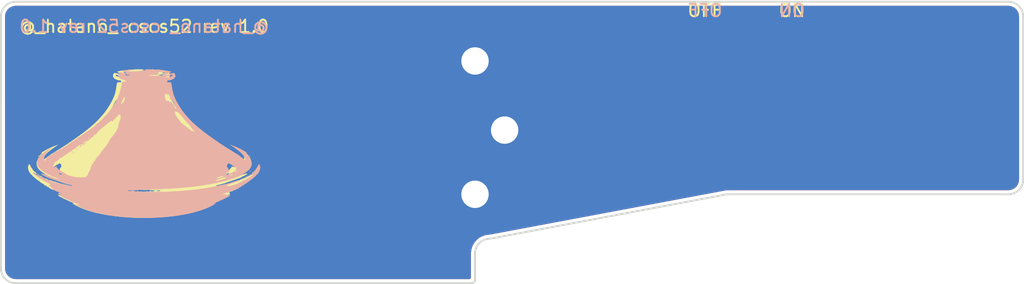
<source format=kicad_pcb>
(kicad_pcb (version 20171130) (host pcbnew "(5.1.0)-1")

  (general
    (thickness 1.6)
    (drawings 20)
    (tracks 0)
    (zones 0)
    (modules 5)
    (nets 2)
  )

  (page A4)
  (layers
    (0 F.Cu signal)
    (31 B.Cu signal)
    (32 B.Adhes user hide)
    (33 F.Adhes user hide)
    (34 B.Paste user hide)
    (35 F.Paste user hide)
    (36 B.SilkS user)
    (37 F.SilkS user)
    (38 B.Mask user)
    (39 F.Mask user)
    (40 Dwgs.User user)
    (41 Cmts.User user hide)
    (42 Eco1.User user)
    (43 Eco2.User user)
    (44 Edge.Cuts user)
    (45 Margin user)
    (46 B.CrtYd user)
    (47 F.CrtYd user)
    (48 B.Fab user hide)
    (49 F.Fab user hide)
  )

  (setup
    (last_trace_width 0.25)
    (trace_clearance 0.2)
    (zone_clearance 0.254)
    (zone_45_only no)
    (trace_min 0.2)
    (via_size 0.8)
    (via_drill 0.4)
    (via_min_size 0.4)
    (via_min_drill 0.3)
    (uvia_size 0.3)
    (uvia_drill 0.1)
    (uvias_allowed no)
    (uvia_min_size 0.2)
    (uvia_min_drill 0.1)
    (edge_width 0.15)
    (segment_width 0.2)
    (pcb_text_width 0.3)
    (pcb_text_size 1.5 1.5)
    (mod_edge_width 0.15)
    (mod_text_size 1 1)
    (mod_text_width 0.15)
    (pad_size 2.4 2.4)
    (pad_drill 2.2)
    (pad_to_mask_clearance 0.051)
    (solder_mask_min_width 0.25)
    (aux_axis_origin 14.68433 13.49361)
    (visible_elements 7FFFFFFF)
    (pcbplotparams
      (layerselection 0x010f0_ffffffff)
      (usegerberextensions true)
      (usegerberattributes false)
      (usegerberadvancedattributes false)
      (creategerberjobfile false)
      (excludeedgelayer true)
      (linewidth 0.100000)
      (plotframeref false)
      (viasonmask false)
      (mode 1)
      (useauxorigin false)
      (hpglpennumber 1)
      (hpglpenspeed 20)
      (hpglpendiameter 15.000000)
      (psnegative false)
      (psa4output false)
      (plotreference true)
      (plotvalue true)
      (plotinvisibletext false)
      (padsonsilk false)
      (subtractmaskfromsilk false)
      (outputformat 1)
      (mirror false)
      (drillshape 0)
      (scaleselection 1)
      (outputdirectory "plots/"))
  )

  (net 0 "")
  (net 1 GND)

  (net_class Default "これはデフォルトのネット クラスです。"
    (clearance 0.2)
    (trace_width 0.25)
    (via_dia 0.8)
    (via_drill 0.4)
    (uvia_dia 0.3)
    (uvia_drill 0.1)
  )

  (net_class DCDC ""
    (clearance 0.2)
    (trace_width 0.4)
    (via_dia 0.8)
    (via_drill 0.4)
    (uvia_dia 0.3)
    (uvia_drill 0.1)
  )

  (net_class Power ""
    (clearance 0.2)
    (trace_width 0.4)
    (via_dia 0.8)
    (via_drill 0.4)
    (uvia_dia 0.3)
    (uvia_drill 0.1)
    (add_net GND)
  )

  (module ex64lib:tajin (layer B.Cu) (tedit 0) (tstamp 5CBEA240)
    (at 26.19386 42.86268 180)
    (fp_text reference G*** (at 0 0 180) (layer B.SilkS) hide
      (effects (font (size 1.524 1.524) (thickness 0.3)) (justify mirror))
    )
    (fp_text value LOGO (at 0.75 0 180) (layer B.SilkS) hide
      (effects (font (size 1.524 1.524) (thickness 0.3)) (justify mirror))
    )
    (fp_poly (pts (xy -0.208384 6.068442) (xy -0.118008 6.062997) (xy -0.084666 6.057212) (xy -0.037772 6.041306)
      (xy -0.04128 6.035281) (xy -0.075945 6.033842) (xy -0.139179 6.027301) (xy -0.153035 6.014306)
      (xy -0.122794 5.998961) (xy -0.05374 5.985373) (xy -0.007436 5.980607) (xy 0.099486 5.97059)
      (xy 0.235829 5.955504) (xy 0.375581 5.938264) (xy 0.403261 5.934598) (xy 0.529534 5.91966)
      (xy 0.64763 5.909191) (xy 0.737161 5.904897) (xy 0.756039 5.905091) (xy 0.833579 5.906981)
      (xy 0.94646 5.908603) (xy 1.073579 5.909673) (xy 1.107723 5.909831) (xy 1.244636 5.912953)
      (xy 1.326583 5.921168) (xy 1.354646 5.934589) (xy 1.354667 5.935042) (xy 1.329141 5.95047)
      (xy 1.26079 5.971367) (xy 1.161957 5.994246) (xy 1.107723 6.004832) (xy 0.996701 6.026016)
      (xy 0.936549 6.039754) (xy 0.922966 6.047536) (xy 0.951649 6.050851) (xy 0.973667 6.051258)
      (xy 1.05889 6.047859) (xy 1.17462 6.038048) (xy 1.296077 6.023933) (xy 1.298223 6.023645)
      (xy 1.494439 5.994845) (xy 1.634675 5.968877) (xy 1.719263 5.945633) (xy 1.748529 5.925006)
      (xy 1.722805 5.906891) (xy 1.685717 5.898031) (xy 1.617571 5.874579) (xy 1.558202 5.841635)
      (xy 1.485528 5.801076) (xy 1.403541 5.767561) (xy 1.350553 5.747169) (xy 1.346399 5.737394)
      (xy 1.385432 5.737781) (xy 1.462007 5.747877) (xy 1.570478 5.767229) (xy 1.679401 5.789716)
      (xy 1.794483 5.812359) (xy 1.893028 5.827442) (xy 1.959754 5.832804) (xy 1.975041 5.831539)
      (xy 2.007654 5.804061) (xy 2.03526 5.744978) (xy 2.05468 5.664995) (xy 2.062736 5.57482)
      (xy 2.062069 5.53838) (xy 2.030351 5.438184) (xy 1.946627 5.354283) (xy 1.811053 5.286791)
      (xy 1.669807 5.245704) (xy 1.560858 5.206512) (xy 1.50219 5.160323) (xy 1.451886 5.11605)
      (xy 1.398717 5.092708) (xy 1.393379 5.088493) (xy 1.435282 5.087393) (xy 1.515358 5.089647)
      (xy 1.515402 5.089648) (xy 1.62527 5.089891) (xy 1.704125 5.081403) (xy 1.730188 5.072596)
      (xy 1.752273 5.039774) (xy 1.776644 4.969365) (xy 1.801886 4.866025) (xy 1.818042 4.783667)
      (xy 1.896744 4.422492) (xy 1.998201 4.090024) (xy 2.126492 3.775021) (xy 2.285694 3.466242)
      (xy 2.313282 3.418417) (xy 2.363085 3.334548) (xy 2.419348 3.241829) (xy 2.476352 3.149441)
      (xy 2.528375 3.066566) (xy 2.569699 3.002385) (xy 2.594603 2.966078) (xy 2.596797 2.963333)
      (xy 2.623574 2.928356) (xy 2.665922 2.869501) (xy 2.706411 2.811455) (xy 2.768259 2.727771)
      (xy 2.844521 2.633071) (xy 2.904407 2.563908) (xy 2.960838 2.499413) (xy 3.001988 2.448243)
      (xy 3.019734 2.420559) (xy 3.019909 2.419453) (xy 3.037698 2.394654) (xy 3.082023 2.35328)
      (xy 3.100507 2.338038) (xy 3.168893 2.277717) (xy 3.239147 2.207566) (xy 3.255298 2.189871)
      (xy 3.337645 2.098688) (xy 3.402309 2.031777) (xy 3.46114 1.977332) (xy 3.50839 1.937718)
      (xy 3.572538 1.880637) (xy 3.626785 1.82433) (xy 3.632999 1.816845) (xy 3.687661 1.768032)
      (xy 3.744109 1.737924) (xy 3.794032 1.710875) (xy 3.81 1.686796) (xy 3.827796 1.656599)
      (xy 3.873868 1.607898) (xy 3.922491 1.564634) (xy 3.982657 1.512177) (xy 4.023634 1.471822)
      (xy 4.03538 1.455208) (xy 4.057664 1.439889) (xy 4.065442 1.439333) (xy 4.095158 1.424943)
      (xy 4.155565 1.385551) (xy 4.238448 1.326828) (xy 4.335592 1.254443) (xy 4.356759 1.23825)
      (xy 4.455222 1.163839) (xy 4.540339 1.101872) (xy 4.604119 1.057994) (xy 4.63857 1.037853)
      (xy 4.641359 1.037167) (xy 4.676435 1.022172) (xy 4.725865 0.986865) (xy 4.771923 0.945764)
      (xy 4.796878 0.913387) (xy 4.797778 0.909076) (xy 4.820117 0.890445) (xy 4.833323 0.889)
      (xy 4.874532 0.872791) (xy 4.904801 0.845846) (xy 4.94187 0.817437) (xy 4.968035 0.815345)
      (xy 4.991884 0.810574) (xy 4.995334 0.797264) (xy 5.018128 0.763461) (xy 5.037667 0.754346)
      (xy 5.075221 0.725539) (xy 5.08 0.70882) (xy 5.098136 0.68313) (xy 5.11652 0.681697)
      (xy 5.159467 0.672313) (xy 5.217103 0.641166) (xy 5.225904 0.635) (xy 5.279274 0.597438)
      (xy 5.360987 0.541299) (xy 5.457153 0.476093) (xy 5.504167 0.4445) (xy 5.61343 0.370571)
      (xy 5.725476 0.293545) (xy 5.821031 0.226706) (xy 5.84639 0.208625) (xy 5.922663 0.156431)
      (xy 5.987796 0.116431) (xy 6.025496 0.098164) (xy 6.063 0.070238) (xy 6.067778 0.054245)
      (xy 6.085089 0.032499) (xy 6.117167 0.036378) (xy 6.150127 0.042761) (xy 6.140573 0.026628)
      (xy 6.127823 0.014547) (xy 6.104394 -0.012786) (xy 6.124127 -0.020888) (xy 6.138601 -0.021167)
      (xy 6.186484 -0.035737) (xy 6.250533 -0.072592) (xy 6.280132 -0.094342) (xy 6.364925 -0.154445)
      (xy 6.459718 -0.21166) (xy 6.480664 -0.222748) (xy 6.545807 -0.262963) (xy 6.584721 -0.300607)
      (xy 6.589534 -0.313267) (xy 6.613477 -0.346105) (xy 6.642621 -0.35623) (xy 6.678766 -0.354658)
      (xy 6.673269 -0.337104) (xy 6.668626 -0.31943) (xy 6.700457 -0.324486) (xy 6.747607 -0.33647)
      (xy 6.761531 -0.338667) (xy 6.771929 -0.356013) (xy 6.773334 -0.371497) (xy 6.797088 -0.400247)
      (xy 6.855823 -0.429732) (xy 6.872001 -0.435246) (xy 6.933882 -0.461346) (xy 6.963383 -0.487217)
      (xy 6.963723 -0.492374) (xy 6.979768 -0.515902) (xy 6.999112 -0.519562) (xy 7.08127 -0.537404)
      (xy 7.152562 -0.578239) (xy 7.18373 -0.616607) (xy 7.202683 -0.645903) (xy 7.223842 -0.636691)
      (xy 7.227542 -0.632505) (xy 7.247989 -0.615234) (xy 7.252679 -0.630719) (xy 7.272201 -0.662144)
      (xy 7.319732 -0.704221) (xy 7.330723 -0.712134) (xy 7.381327 -0.751533) (xy 7.407387 -0.780079)
      (xy 7.408334 -0.783442) (xy 7.425659 -0.813511) (xy 7.4295 -0.81668) (xy 7.449296 -0.817224)
      (xy 7.450667 -0.810442) (xy 7.470418 -0.801502) (xy 7.518395 -0.811478) (xy 7.577684 -0.833871)
      (xy 7.631373 -0.862183) (xy 7.662546 -0.889912) (xy 7.663738 -0.892318) (xy 7.694059 -0.934482)
      (xy 7.744817 -0.981303) (xy 7.801807 -1.022216) (xy 7.850822 -1.046655) (xy 7.873219 -1.048112)
      (xy 7.898168 -1.052444) (xy 7.902223 -1.067003) (xy 7.884076 -1.089518) (xy 7.859889 -1.087154)
      (xy 7.823644 -1.088086) (xy 7.817556 -1.098402) (xy 7.840366 -1.119175) (xy 7.859889 -1.121833)
      (xy 7.894271 -1.13994) (xy 7.902655 -1.169458) (xy 7.917465 -1.230244) (xy 7.955517 -1.262674)
      (xy 7.999715 -1.262715) (xy 8.03085 -1.24155) (xy 8.020035 -1.21385) (xy 8.011421 -1.159743)
      (xy 8.030765 -1.111746) (xy 8.053265 -1.042341) (xy 8.04362 -0.960272) (xy 8.041108 -0.951152)
      (xy 8.016161 -0.880222) (xy 7.983457 -0.808278) (xy 7.949138 -0.746733) (xy 7.919346 -0.706997)
      (xy 7.904992 -0.698257) (xy 7.883693 -0.680845) (xy 7.849956 -0.637302) (xy 7.835082 -0.614978)
      (xy 7.787619 -0.555746) (xy 7.716283 -0.483399) (xy 7.644582 -0.420379) (xy 7.576989 -0.362541)
      (xy 7.528209 -0.315103) (xy 7.508088 -0.287701) (xy 7.508009 -0.286699) (xy 7.522159 -0.283057)
      (xy 7.546398 -0.301625) (xy 7.596438 -0.331793) (xy 7.630167 -0.338666) (xy 7.67019 -0.349239)
      (xy 7.676445 -0.359833) (xy 7.698799 -0.37989) (xy 7.711723 -0.381583) (xy 7.74929 -0.39768)
      (xy 7.800461 -0.437222) (xy 7.817556 -0.453592) (xy 7.864529 -0.495847) (xy 7.898433 -0.516868)
      (xy 7.905026 -0.517232) (xy 7.93363 -0.525484) (xy 7.978699 -0.556255) (xy 7.97881 -0.556347)
      (xy 8.032278 -0.596304) (xy 8.109143 -0.649053) (xy 8.164423 -0.685051) (xy 8.242094 -0.741765)
      (xy 8.304626 -0.800431) (xy 8.329335 -0.833217) (xy 8.365279 -0.887895) (xy 8.401494 -0.927181)
      (xy 8.401975 -0.927553) (xy 8.433536 -0.965759) (xy 8.438445 -0.983497) (xy 8.461172 -1.01481)
      (xy 8.480778 -1.023654) (xy 8.513988 -1.052046) (xy 8.523112 -1.085186) (xy 8.537502 -1.135721)
      (xy 8.558389 -1.161085) (xy 8.572679 -1.192107) (xy 8.58316 -1.25374) (xy 8.58973 -1.335324)
      (xy 8.59229 -1.426198) (xy 8.590738 -1.515702) (xy 8.584974 -1.593175) (xy 8.574897 -1.647958)
      (xy 8.563186 -1.668556) (xy 8.537615 -1.694407) (xy 8.49935 -1.746313) (xy 8.468607 -1.793866)
      (xy 8.429793 -1.843221) (xy 8.366975 -1.908309) (xy 8.289145 -1.981381) (xy 8.205293 -2.054687)
      (xy 8.124411 -2.120477) (xy 8.05549 -2.171) (xy 8.007519 -2.198507) (xy 7.9959 -2.201333)
      (xy 7.966238 -2.213697) (xy 7.908129 -2.245545) (xy 7.858046 -2.275417) (xy 7.785988 -2.316526)
      (xy 7.728927 -2.343427) (xy 7.706973 -2.3495) (xy 7.677744 -2.365353) (xy 7.676445 -2.371768)
      (xy 7.652642 -2.393386) (xy 7.594974 -2.415314) (xy 7.591182 -2.416327) (xy 7.521348 -2.444628)
      (xy 7.476878 -2.479319) (xy 7.445109 -2.507244) (xy 7.424748 -2.509317) (xy 7.391433 -2.51408)
      (xy 7.321124 -2.535714) (xy 7.225964 -2.570258) (xy 7.168843 -2.592755) (xy 7.060505 -2.635647)
      (xy 6.966175 -2.671341) (xy 6.900173 -2.69449) (xy 6.882902 -2.69954) (xy 6.839053 -2.719344)
      (xy 6.829778 -2.733608) (xy 6.852954 -2.744695) (xy 6.911912 -2.741023) (xy 6.9908 -2.724933)
      (xy 7.073765 -2.698763) (xy 7.078624 -2.696885) (xy 7.144382 -2.675412) (xy 7.189612 -2.66713)
      (xy 7.222407 -2.653877) (xy 7.224889 -2.646236) (xy 7.249059 -2.627029) (xy 7.3025 -2.612033)
      (xy 7.372392 -2.595164) (xy 7.459228 -2.567871) (xy 7.547755 -2.535865) (xy 7.622721 -2.504854)
      (xy 7.668871 -2.480546) (xy 7.676445 -2.472078) (xy 7.700131 -2.458463) (xy 7.732889 -2.455333)
      (xy 7.778766 -2.447286) (xy 7.789334 -2.436137) (xy 7.814086 -2.420306) (xy 7.878382 -2.398616)
      (xy 7.951612 -2.379758) (xy 8.054774 -2.354252) (xy 8.147474 -2.328204) (xy 8.1915 -2.313745)
      (xy 8.245482 -2.296352) (xy 8.266059 -2.302523) (xy 8.269112 -2.32779) (xy 8.260209 -2.362508)
      (xy 8.247656 -2.370667) (xy 8.213969 -2.383571) (xy 8.160884 -2.414972) (xy 8.155934 -2.418292)
      (xy 8.076517 -2.463747) (xy 8.001 -2.497633) (xy 7.939145 -2.52226) (xy 7.903278 -2.539235)
      (xy 7.902223 -2.539966) (xy 7.871536 -2.558068) (xy 7.814424 -2.588782) (xy 7.803445 -2.594504)
      (xy 7.767556 -2.612254) (xy 7.724892 -2.631061) (xy 7.668097 -2.653655) (xy 7.589817 -2.68277)
      (xy 7.482696 -2.721136) (xy 7.339379 -2.771486) (xy 7.15251 -2.836551) (xy 7.140223 -2.840819)
      (xy 6.987417 -2.893839) (xy 6.875843 -2.932364) (xy 6.79555 -2.959745) (xy 6.736589 -2.979337)
      (xy 6.689008 -2.994494) (xy 6.642859 -3.008567) (xy 6.639278 -3.009642) (xy 6.578266 -3.031291)
      (xy 6.548212 -3.048506) (xy 6.547556 -3.050269) (xy 6.522915 -3.062968) (xy 6.458883 -3.082733)
      (xy 6.385278 -3.101429) (xy 6.290676 -3.124538) (xy 6.214214 -3.144858) (xy 6.180667 -3.15518)
      (xy 6.129041 -3.17058) (xy 6.052402 -3.189697) (xy 5.970497 -3.208087) (xy 5.903073 -3.22131)
      (xy 5.870223 -3.225006) (xy 5.842028 -3.236021) (xy 5.801785 -3.262126) (xy 5.766956 -3.290311)
      (xy 5.776161 -3.300588) (xy 5.830097 -3.302) (xy 5.898647 -3.295902) (xy 5.999077 -3.279912)
      (xy 6.109701 -3.257485) (xy 6.110201 -3.257372) (xy 6.221516 -3.233342) (xy 6.32303 -3.213352)
      (xy 6.392334 -3.201796) (xy 6.462184 -3.18875) (xy 6.505223 -3.174235) (xy 6.549443 -3.160072)
      (xy 6.624192 -3.145554) (xy 6.646334 -3.142315) (xy 6.741743 -3.124501) (xy 6.827491 -3.10092)
      (xy 6.836834 -3.097544) (xy 6.890361 -3.081031) (xy 6.91435 -3.081156) (xy 6.914445 -3.081798)
      (xy 6.931652 -3.083171) (xy 6.949723 -3.074202) (xy 7.001048 -3.05498) (xy 7.075551 -3.038368)
      (xy 7.076723 -3.038179) (xy 7.138876 -3.024254) (xy 7.168119 -3.009912) (xy 7.168445 -3.008606)
      (xy 7.19266 -2.995176) (xy 7.252401 -2.976586) (xy 7.328308 -2.957562) (xy 7.401024 -2.942833)
      (xy 7.451191 -2.937125) (xy 7.458508 -2.937775) (xy 7.486003 -2.925606) (xy 7.496805 -2.910613)
      (xy 7.53466 -2.885787) (xy 7.580687 -2.878667) (xy 7.632263 -2.871127) (xy 7.648223 -2.8575)
      (xy 7.671081 -2.838721) (xy 7.690556 -2.836333) (xy 7.728475 -2.824367) (xy 7.723746 -2.800002)
      (xy 7.697612 -2.78602) (xy 7.69503 -2.781445) (xy 7.737104 -2.786127) (xy 7.740311 -2.78662)
      (xy 7.805709 -2.786578) (xy 7.862253 -2.771178) (xy 7.891776 -2.74721) (xy 7.888655 -2.731159)
      (xy 7.901854 -2.722864) (xy 7.945817 -2.7255) (xy 7.995018 -2.727862) (xy 8.002188 -2.710136)
      (xy 7.997575 -2.699688) (xy 7.995482 -2.672289) (xy 8.019425 -2.670704) (xy 8.063236 -2.66538)
      (xy 8.133012 -2.64532) (xy 8.211006 -2.617178) (xy 8.279468 -2.587611) (xy 8.320651 -2.563273)
      (xy 8.325556 -2.555911) (xy 8.348299 -2.541491) (xy 8.36487 -2.54) (xy 8.408438 -2.522926)
      (xy 8.420429 -2.50825) (xy 8.458145 -2.480092) (xy 8.479892 -2.4765) (xy 8.518003 -2.464702)
      (xy 8.523112 -2.454232) (xy 8.546914 -2.432614) (xy 8.604582 -2.410686) (xy 8.608374 -2.409672)
      (xy 8.678208 -2.381371) (xy 8.722679 -2.346681) (xy 8.758992 -2.320504) (xy 8.793585 -2.325038)
      (xy 8.805334 -2.350677) (xy 8.7863 -2.375058) (xy 8.736095 -2.420173) (xy 8.665065 -2.478075)
      (xy 8.583554 -2.540816) (xy 8.501908 -2.600451) (xy 8.430473 -2.649033) (xy 8.379593 -2.678614)
      (xy 8.376727 -2.679918) (xy 8.307416 -2.707305) (xy 8.262056 -2.722047) (xy 8.220292 -2.747069)
      (xy 8.212667 -2.764719) (xy 8.195456 -2.791254) (xy 8.182914 -2.794) (xy 8.145581 -2.807415)
      (xy 8.087138 -2.841116) (xy 8.06297 -2.857402) (xy 8.003025 -2.89617) (xy 7.958993 -2.918647)
      (xy 7.949789 -2.920902) (xy 7.918511 -2.935741) (xy 7.86947 -2.97247) (xy 7.855558 -2.9845)
      (xy 7.784255 -3.031009) (xy 7.716269 -3.048) (xy 7.662551 -3.058465) (xy 7.648223 -3.09176)
      (xy 7.636962 -3.123397) (xy 7.594097 -3.122626) (xy 7.591778 -3.122083) (xy 7.549995 -3.119493)
      (xy 7.536 -3.146309) (xy 7.535334 -3.16299) (xy 7.54652 -3.203249) (xy 7.56981 -3.217224)
      (xy 7.589803 -3.200347) (xy 7.593688 -3.180292) (xy 7.600191 -3.161675) (xy 7.61911 -3.180512)
      (xy 7.628094 -3.194019) (xy 7.645149 -3.23529) (xy 7.621029 -3.263537) (xy 7.597962 -3.275976)
      (xy 7.550503 -3.313677) (xy 7.535334 -3.347439) (xy 7.510985 -3.385906) (xy 7.468627 -3.406736)
      (xy 7.398954 -3.443214) (xy 7.378578 -3.49981) (xy 7.386171 -3.535194) (xy 7.392612 -3.567707)
      (xy 7.368777 -3.567792) (xy 7.343763 -3.558402) (xy 7.271279 -3.537052) (xy 7.230751 -3.542068)
      (xy 7.224889 -3.555336) (xy 7.245576 -3.566982) (xy 7.267223 -3.563654) (xy 7.30335 -3.5672)
      (xy 7.309556 -3.585485) (xy 7.28728 -3.614957) (xy 7.265207 -3.6195) (xy 7.206746 -3.632902)
      (xy 7.181519 -3.645958) (xy 7.107366 -3.693925) (xy 7.060789 -3.718262) (xy 7.029516 -3.72532)
      (xy 7.028142 -3.725333) (xy 6.971189 -3.737336) (xy 6.899461 -3.766986) (xy 6.831023 -3.804747)
      (xy 6.783939 -3.841083) (xy 6.773334 -3.859847) (xy 6.787565 -3.867953) (xy 6.8072 -3.856567)
      (xy 6.855261 -3.832794) (xy 6.88268 -3.844739) (xy 6.886223 -3.862917) (xy 6.868143 -3.891049)
      (xy 6.852606 -3.894667) (xy 6.845743 -3.904541) (xy 6.873729 -3.924686) (xy 6.907134 -3.953488)
      (xy 6.905353 -3.972041) (xy 6.852923 -3.988394) (xy 6.792648 -3.982878) (xy 6.76671 -3.96875)
      (xy 6.751035 -3.969472) (xy 6.745544 -3.996457) (xy 6.755181 -4.030748) (xy 6.780389 -4.029687)
      (xy 6.782969 -4.033218) (xy 6.751392 -4.059202) (xy 6.716889 -4.084521) (xy 6.640275 -4.135181)
      (xy 6.565956 -4.178161) (xy 6.544376 -4.188874) (xy 6.484138 -4.218053) (xy 6.396602 -4.262217)
      (xy 6.30054 -4.311891) (xy 6.29898 -4.312708) (xy 6.214283 -4.356159) (xy 6.148655 -4.388083)
      (xy 6.114641 -4.40241) (xy 6.113075 -4.402667) (xy 6.082652 -4.413698) (xy 6.022736 -4.441353)
      (xy 5.949593 -4.477468) (xy 5.879489 -4.513881) (xy 5.82869 -4.54243) (xy 5.813778 -4.552851)
      (xy 5.782656 -4.568803) (xy 5.715034 -4.59609) (xy 5.630334 -4.627096) (xy 5.515168 -4.669412)
      (xy 5.397239 -4.715663) (xy 5.329443 -4.744037) (xy 5.252814 -4.773548) (xy 5.195833 -4.788223)
      (xy 5.176752 -4.787304) (xy 5.169185 -4.78866) (xy 5.177596 -4.801576) (xy 5.223694 -4.820798)
      (xy 5.28107 -4.818329) (xy 5.37031 -4.804309) (xy 5.429295 -4.790662) (xy 5.483537 -4.771222)
      (xy 5.494423 -4.766774) (xy 5.555346 -4.744463) (xy 5.570534 -4.746536) (xy 5.54012 -4.772701)
      (xy 5.470726 -4.818592) (xy 5.203007 -4.967193) (xy 4.884899 -5.108773) (xy 4.521954 -5.24194)
      (xy 4.119726 -5.3653) (xy 3.683769 -5.47746) (xy 3.219637 -5.577027) (xy 2.732883 -5.662607)
      (xy 2.229061 -5.732807) (xy 1.713725 -5.786234) (xy 1.566334 -5.798133) (xy 1.207358 -5.821732)
      (xy 0.829767 -5.840124) (xy 0.446599 -5.853033) (xy 0.070894 -5.860181) (xy -0.284309 -5.861292)
      (xy -0.605971 -5.856087) (xy -0.804333 -5.848531) (xy -1.520134 -5.803087) (xy -2.186671 -5.74008)
      (xy -2.806273 -5.659117) (xy -3.381272 -5.559806) (xy -3.913995 -5.441752) (xy -4.406774 -5.304563)
      (xy -4.784186 -5.17696) (xy -4.991665 -5.096206) (xy -5.192484 -5.009818) (xy -5.37688 -4.922567)
      (xy -5.419559 -4.900083) (xy 4.854223 -4.900083) (xy 4.868334 -4.910667) (xy 4.882445 -4.900083)
      (xy 4.868334 -4.8895) (xy 4.854223 -4.900083) (xy -5.419559 -4.900083) (xy -5.459737 -4.878917)
      (xy 4.967112 -4.878917) (xy 4.981223 -4.8895) (xy 4.995334 -4.878917) (xy 4.981223 -4.868333)
      (xy 4.967112 -4.878917) (xy -5.459737 -4.878917) (xy -5.499918 -4.85775) (xy -5.192888 -4.85775)
      (xy -5.178777 -4.868333) (xy -5.164666 -4.85775) (xy -5.178777 -4.847167) (xy -5.192888 -4.85775)
      (xy -5.499918 -4.85775) (xy -5.535089 -4.839222) (xy -5.649163 -4.769555) (xy -5.465703 -4.769555)
      (xy -5.461829 -4.782139) (xy -5.446888 -4.783667) (xy -5.423658 -4.775922) (xy -5.428074 -4.769555)
      (xy -5.461567 -4.767022) (xy -5.465703 -4.769555) (xy -5.649163 -4.769555) (xy -5.657349 -4.764556)
      (xy -5.712318 -4.723443) (xy -5.740462 -4.688968) (xy -5.729797 -4.676419) (xy -5.688568 -4.694107)
      (xy -5.685366 -4.696267) (xy -5.640153 -4.713913) (xy -5.573888 -4.729052) (xy -5.567696 -4.724417)
      (xy -5.604849 -4.702403) (xy -5.679247 -4.666047) (xy -5.78479 -4.618386) (xy -5.870222 -4.581501)
      (xy -6.04551 -4.505254) (xy -6.22043 -4.42598) (xy -6.388671 -4.346867) (xy -6.543925 -4.271102)
      (xy -6.679882 -4.201874) (xy -6.790231 -4.142369) (xy -6.868662 -4.095776) (xy -6.882649 -4.085167)
      (xy 6.604 -4.085167) (xy 6.625477 -4.105718) (xy 6.632223 -4.106333) (xy 6.659625 -4.090226)
      (xy 6.660445 -4.085167) (xy 6.638968 -4.064615) (xy 6.632223 -4.064) (xy 6.60482 -4.080107)
      (xy 6.604 -4.085167) (xy -6.882649 -4.085167) (xy -6.908867 -4.065282) (xy -6.911387 -4.055517)
      (xy -6.86797 -4.03891) (xy -6.815003 -4.031315) (xy -6.777992 -4.035341) (xy -6.773333 -4.041407)
      (xy -6.754016 -4.06218) (xy -6.71104 -4.062041) (xy -6.666868 -4.04448) (xy -6.646333 -4.021667)
      (xy -6.626574 -3.996582) (xy -6.584773 -3.98376) (xy -6.505948 -3.979497) (xy -6.475098 -3.979333)
      (xy -6.293555 -3.979333) (xy -6.270696 -3.998112) (xy -6.251222 -4.0005) (xy -6.213665 -3.98907)
      (xy -6.208888 -3.979333) (xy -6.231747 -3.960555) (xy -6.251222 -3.958167) (xy -6.288779 -3.969596)
      (xy -6.293555 -3.979333) (xy -6.475098 -3.979333) (xy -6.390687 -3.975813) (xy -6.335 -3.966742)
      (xy -6.321777 -3.958167) (xy -6.345323 -3.940759) (xy -6.376173 -3.937) (xy -6.431174 -3.92132)
      (xy -6.478908 -3.88894) (xy 6.610059 -3.88894) (xy 6.638089 -3.894107) (xy 6.653389 -3.894342)
      (xy 6.70294 -3.886628) (xy 6.716889 -3.8735) (xy 6.699123 -3.853804) (xy 6.647721 -3.866411)
      (xy 6.632223 -3.8735) (xy 6.610059 -3.88894) (xy -6.478908 -3.88894) (xy -6.486069 -3.884083)
      (xy -6.54962 -3.844399) (xy -6.609723 -3.831167) (xy -6.686885 -3.819159) (xy -6.730433 -3.802345)
      (xy -6.79144 -3.782916) (xy -6.82952 -3.78265) (xy -6.884121 -3.775612) (xy -6.912816 -3.758555)
      (xy -6.968299 -3.730571) (xy -7.002566 -3.725333) (xy -7.046814 -3.709394) (xy -7.055555 -3.680408)
      (xy -7.062229 -3.650037) (xy -7.088752 -3.65628) (xy -7.095005 -3.660038) (xy -7.130202 -3.670036)
      (xy -7.16965 -3.649496) (xy -7.193616 -3.628184) (xy -7.239318 -3.591891) (xy -7.273862 -3.587749)
      (xy -7.294041 -3.59746) (xy -7.338382 -3.610997) (xy -7.375678 -3.604499) (xy -7.384039 -3.583048)
      (xy -7.380325 -3.577426) (xy -7.393629 -3.561184) (xy -7.446056 -3.546206) (xy -7.450666 -3.545417)
      (xy -7.505408 -3.531052) (xy -7.522413 -3.515278) (xy -7.521786 -3.514351) (xy -7.533262 -3.496578)
      (xy -7.566712 -3.485748) (xy -7.605744 -3.468193) (xy -7.607063 -3.451591) (xy -7.612363 -3.432289)
      (xy -7.632445 -3.429) (xy -7.671046 -3.417309) (xy -7.676444 -3.406584) (xy -7.693734 -3.393942)
      (xy -7.704666 -3.39725) (xy -7.728312 -3.391988) (xy -7.732889 -3.374741) (xy -7.740724 -3.351323)
      (xy -7.772221 -3.363636) (xy -7.773554 -3.364462) (xy -7.80219 -3.37452) (xy -7.820618 -3.354676)
      (xy -7.826345 -3.336134) (xy -6.622521 -3.336134) (xy -6.618111 -3.344333) (xy -6.59275 -3.364526)
      (xy -6.588223 -3.3655) (xy -6.576101 -3.349123) (xy -6.575777 -3.344333) (xy -6.597473 -3.32398)
      (xy -6.605665 -3.323167) (xy -6.622521 -3.336134) (xy -7.826345 -3.336134) (xy -7.83314 -3.314137)
      (xy -7.852136 -3.26766) (xy -7.876186 -3.239746) (xy -7.895893 -3.237701) (xy -7.902222 -3.260411)
      (xy -7.920607 -3.271061) (xy -7.958666 -3.259667) (xy -8.003557 -3.230279) (xy -8.015111 -3.20827)
      (xy -8.037857 -3.176265) (xy -8.057444 -3.167345) (xy -8.094076 -3.138321) (xy -8.10021 -3.117456)
      (xy -8.107716 -3.095085) (xy -8.121555 -3.104404) (xy -8.156007 -3.11516) (xy -8.201174 -3.096073)
      (xy -8.241632 -3.05482) (xy -8.249931 -3.040512) (xy -8.283045 -3.012871) (xy -8.309519 -3.012767)
      (xy -8.348596 -3.003848) (xy -8.378369 -2.962046) (xy -8.407806 -2.918535) (xy -8.438723 -2.899846)
      (xy -8.439393 -2.899833) (xy -8.474138 -2.88466) (xy -8.535701 -2.843998) (xy -8.615179 -2.785138)
      (xy -8.703667 -2.715366) (xy -8.792263 -2.641973) (xy -8.872062 -2.572247) (xy -8.934161 -2.513477)
      (xy -8.969655 -2.472951) (xy -8.974644 -2.461677) (xy -8.996321 -2.430052) (xy -9.014913 -2.419343)
      (xy -9.072118 -2.379292) (xy -9.137061 -2.308275) (xy -9.201871 -2.216011) (xy -9.25142 -2.12725)
      (xy -9.260101 -2.106083) (xy -9.031111 -2.106083) (xy -9.017 -2.116667) (xy -9.002888 -2.106083)
      (xy -9.017 -2.0955) (xy -9.031111 -2.106083) (xy -9.260101 -2.106083) (xy -9.288018 -2.038015)
      (xy -9.314723 -1.943319) (xy -9.330169 -1.853174) (xy -9.332994 -1.777596) (xy -9.321834 -1.726597)
      (xy -9.307971 -1.712015) (xy -9.284923 -1.681793) (xy -9.272818 -1.627802) (xy -9.272282 -1.613393)
      (xy -9.270048 -1.562472) (xy -9.259244 -1.547082) (xy -9.233725 -1.560459) (xy -9.228023 -1.564699)
      (xy -9.174722 -1.620802) (xy -9.132801 -1.691676) (xy -9.115777 -1.754457) (xy -9.115777 -1.754549)
      (xy -9.096003 -1.796808) (xy -9.05916 -1.831034) (xy -9.021816 -1.862077) (xy -9.015067 -1.878856)
      (xy -9.010992 -1.902106) (xy -8.984373 -1.948912) (xy -8.943902 -2.00757) (xy -8.898271 -2.066375)
      (xy -8.85617 -2.113624) (xy -8.826292 -2.137611) (xy -8.822188 -2.138605) (xy -8.7861 -2.155432)
      (xy -8.735898 -2.195806) (xy -8.685183 -2.246393) (xy -8.647553 -2.293857) (xy -8.636 -2.321158)
      (xy -8.65191 -2.346708) (xy -8.685 -2.343109) (xy -8.711083 -2.316533) (xy -8.743594 -2.293431)
      (xy -8.764883 -2.294196) (xy -8.798144 -2.285899) (xy -8.81063 -2.260029) (xy -8.831618 -2.219113)
      (xy -8.862222 -2.20651) (xy -8.885907 -2.224773) (xy -8.89 -2.247772) (xy -8.870204 -2.295094)
      (xy -8.821628 -2.345999) (xy -8.812388 -2.352923) (xy -8.75267 -2.397276) (xy -8.708241 -2.4335)
      (xy -8.704435 -2.437012) (xy -8.660854 -2.469757) (xy -8.598547 -2.508014) (xy -8.598307 -2.508148)
      (xy -8.540664 -2.548454) (xy -8.507072 -2.586907) (xy -8.506803 -2.587523) (xy -8.469106 -2.618238)
      (xy -8.434877 -2.624667) (xy -8.396407 -2.633452) (xy -8.398061 -2.6482) (xy -8.395483 -2.677724)
      (xy -8.379305 -2.689416) (xy -8.334255 -2.692285) (xy -8.319677 -2.681758) (xy -8.302817 -2.676165)
      (xy -8.297765 -2.702569) (xy -8.276831 -2.742884) (xy -8.233833 -2.755486) (xy -8.172914 -2.778981)
      (xy -8.143222 -2.808572) (xy -8.106211 -2.843981) (xy -8.054992 -2.866461) (xy -8.009469 -2.869679)
      (xy -7.991534 -2.856828) (xy -7.965013 -2.845056) (xy -7.957488 -2.847462) (xy -7.943675 -2.87409)
      (xy -7.94758 -2.887529) (xy -7.936456 -2.917901) (xy -7.888669 -2.955229) (xy -7.87821 -2.961084)
      (xy -7.816969 -2.988198) (xy -7.785371 -2.986189) (xy -7.779868 -2.979358) (xy -7.767401 -2.971606)
      (xy -7.763339 -2.989792) (xy -7.742455 -3.021191) (xy -7.720793 -3.026833) (xy -7.666296 -3.040245)
      (xy -7.642091 -3.053292) (xy -7.583041 -3.084042) (xy -7.488549 -3.122036) (xy -7.368936 -3.164235)
      (xy -7.234526 -3.207597) (xy -7.095643 -3.249085) (xy -6.962608 -3.285657) (xy -6.845745 -3.314274)
      (xy -6.755377 -3.331897) (xy -6.701827 -3.335485) (xy -6.693409 -3.332645) (xy -6.6965 -3.313483)
      (xy -6.709833 -3.307921) (xy -6.742868 -3.28662) (xy -6.731821 -3.265054) (xy -6.702777 -3.259667)
      (xy -6.663104 -3.251829) (xy -6.671058 -3.231109) (xy -6.722612 -3.201695) (xy -6.780388 -3.178912)
      (xy -6.918591 -3.131456) (xy -7.04023 -3.091876) (xy -7.135066 -3.06335) (xy -7.192859 -3.049054)
      (xy -7.20227 -3.048) (xy -7.247974 -3.031784) (xy -7.29177 -2.996042) (xy -7.309555 -2.962253)
      (xy -7.319088 -2.947632) (xy -7.34984 -2.962058) (xy -7.38568 -2.9728) (xy -7.43614 -2.961291)
      (xy -7.502944 -2.931139) (xy -7.581468 -2.886321) (xy -7.626886 -2.848337) (xy -7.634154 -2.822828)
      (xy -7.606668 -2.815167) (xy -7.560802 -2.826272) (xy -7.552031 -2.833194) (xy -7.518861 -2.850398)
      (xy -7.450583 -2.874412) (xy -7.402199 -2.888758) (xy -7.303261 -2.917986) (xy -7.182187 -2.956109)
      (xy -7.083777 -2.98863) (xy -6.955445 -3.031985) (xy -6.865351 -3.061658) (xy -6.800529 -3.081772)
      (xy -6.748009 -3.096454) (xy -6.731 -3.100852) (xy -6.671071 -3.11546) (xy -6.570904 -3.139214)
      (xy -6.442671 -3.169291) (xy -6.298543 -3.20287) (xy -6.150692 -3.237128) (xy -6.01129 -3.269242)
      (xy -5.89251 -3.29639) (xy -5.806524 -3.31575) (xy -5.771444 -3.323346) (xy -5.697462 -3.338515)
      (xy -5.595195 -3.359527) (xy -5.517444 -3.375523) (xy -5.374822 -3.40368) (xy -5.22578 -3.431107)
      (xy -5.086332 -3.455035) (xy -4.972489 -3.472694) (xy -4.910666 -3.480443) (xy -4.856643 -3.487152)
      (xy -4.760585 -3.500535) (xy -4.635735 -3.518698) (xy -4.495334 -3.539748) (xy -4.48503 -3.541316)
      (xy -4.329919 -3.563801) (xy -4.175512 -3.584201) (xy -4.040425 -3.600169) (xy -3.948808 -3.608955)
      (xy -3.824253 -3.619656) (xy -3.696926 -3.632761) (xy -3.626555 -3.641265) (xy -3.520109 -3.653069)
      (xy -3.365343 -3.666923) (xy -3.170274 -3.682272) (xy -2.94292 -3.698562) (xy -2.691298 -3.715237)
      (xy -2.423426 -3.731744) (xy -2.14732 -3.747527) (xy -1.905 -3.760323) (xy -1.81013 -3.763571)
      (xy -1.668329 -3.766375) (xy -1.489106 -3.768691) (xy -1.281972 -3.770476) (xy -1.056435 -3.771685)
      (xy -0.822006 -3.772274) (xy -0.588196 -3.772198) (xy -0.364514 -3.771415) (xy -0.16047 -3.769879)
      (xy -0.070555 -3.768838) (xy -0.002798 -3.767973) (xy 0.082124 -3.766924) (xy 0.083806 -3.766903)
      (xy 0.155542 -3.759396) (xy 0.200349 -3.742651) (xy 0.202575 -3.740409) (xy 0.232518 -3.726914)
      (xy 0.253485 -3.737647) (xy 0.296391 -3.749998) (xy 0.359483 -3.750998) (xy 0.418859 -3.742472)
      (xy 0.450616 -3.726243) (xy 0.451556 -3.722527) (xy 0.474094 -3.713737) (xy 0.526653 -3.717116)
      (xy 0.586647 -3.729489) (xy 0.631491 -3.74768) (xy 0.631775 -3.747872) (xy 0.6688 -3.749095)
      (xy 0.683802 -3.741439) (xy 0.746019 -3.741439) (xy 0.77376 -3.744829) (xy 0.810364 -3.740937)
      (xy 0.810801 -3.733712) (xy 0.773029 -3.728659) (xy 0.756709 -3.732041) (xy 0.746019 -3.741439)
      (xy 0.683802 -3.741439) (xy 0.697291 -3.734556) (xy 0.755672 -3.711144) (xy 0.812397 -3.704167)
      (xy 0.863162 -3.701757) (xy 0.864301 -3.688629) (xy 0.839573 -3.668608) (xy 0.824165 -3.661689)
      (xy 0.903112 -3.661689) (xy 0.925862 -3.678336) (xy 0.973667 -3.674308) (xy 1.028705 -3.671286)
      (xy 1.044223 -3.691073) (xy 1.063145 -3.711565) (xy 1.125391 -3.715279) (xy 1.142131 -3.714295)
      (xy 1.216726 -3.706003) (xy 1.225062 -3.704167) (xy 1.354667 -3.704167) (xy 1.364993 -3.721589)
      (xy 1.373482 -3.718278) (xy 1.37686 -3.693158) (xy 1.373482 -3.690055) (xy 1.356704 -3.692961)
      (xy 1.354667 -3.704167) (xy 1.225062 -3.704167) (xy 1.266756 -3.694985) (xy 1.269131 -3.693986)
      (xy 1.295311 -3.663145) (xy 1.298223 -3.647409) (xy 1.291695 -3.630083) (xy 1.975556 -3.630083)
      (xy 1.989667 -3.640667) (xy 2.003778 -3.630083) (xy 1.989667 -3.6195) (xy 1.975556 -3.630083)
      (xy 1.291695 -3.630083) (xy 1.29017 -3.626038) (xy 1.257985 -3.639363) (xy 1.257382 -3.639738)
      (xy 1.19837 -3.654659) (xy 1.09277 -3.653235) (xy 1.059826 -3.650474) (xy 0.964271 -3.644276)
      (xy 0.914986 -3.648866) (xy 0.903112 -3.661689) (xy 0.824165 -3.661689) (xy 0.79087 -3.646739)
      (xy 0.711764 -3.637049) (xy 0.621858 -3.636569) (xy 0.529795 -3.635308) (xy 0.468715 -3.628222)
      (xy 0.451556 -3.619211) (xy 0.43454 -3.608917) (xy 0.903112 -3.608917) (xy 0.917223 -3.6195)
      (xy 0.931334 -3.608917) (xy 0.917223 -3.598333) (xy 0.903112 -3.608917) (xy 0.43454 -3.608917)
      (xy 0.427613 -3.604727) (xy 0.37028 -3.5988) (xy 0.3013 -3.600915) (xy 0.242415 -3.610555)
      (xy 0.216247 -3.624792) (xy 0.203496 -3.640389) (xy 0.199784 -3.624792) (xy 0.174168 -3.603465)
      (xy 0.139446 -3.598333) (xy 0.100423 -3.606481) (xy 0.098778 -3.6195) (xy 0.092076 -3.637432)
      (xy 0.070556 -3.640667) (xy 0.039236 -3.631596) (xy 0.040656 -3.621536) (xy 0.038529 -3.615454)
      (xy 0.018635 -3.60979) (xy -0.02354 -3.604294) (xy -0.092512 -3.59872) (xy -0.192794 -3.592819)
      (xy -0.328901 -3.586343) (xy -0.505348 -3.579044) (xy -0.726649 -3.570672) (xy -0.997319 -3.560982)
      (xy -1.171222 -3.554918) (xy -1.398605 -3.545417) (xy 7.140223 -3.545417) (xy 7.154334 -3.556)
      (xy 7.168445 -3.545417) (xy 7.154334 -3.534833) (xy 7.140223 -3.545417) (xy -1.398605 -3.545417)
      (xy -1.650975 -3.534872) (xy -2.139346 -3.507985) (xy -2.627312 -3.475048) (xy -3.105851 -3.436849)
      (xy -3.565939 -3.394179) (xy -3.570204 -3.393722) (xy 7.290741 -3.393722) (xy 7.294615 -3.406306)
      (xy 7.309556 -3.407833) (xy 7.332786 -3.400089) (xy 7.328371 -3.393722) (xy 7.294878 -3.391189)
      (xy 7.290741 -3.393722) (xy -3.570204 -3.393722) (xy -3.998555 -3.347826) (xy -4.111778 -3.33375)
      (xy 5.588 -3.33375) (xy 5.602112 -3.344333) (xy 5.616223 -3.33375) (xy 5.602112 -3.323167)
      (xy 5.588 -3.33375) (xy -4.111778 -3.33375) (xy -4.394676 -3.29858) (xy -4.745279 -3.247232)
      (xy -4.811888 -3.23632) (xy -5.335872 -3.144518) (xy -5.80776 -3.052743) (xy -6.231877 -2.959735)
      (xy -6.612545 -2.86423) (xy -6.954089 -2.764966) (xy -7.260831 -2.660682) (xy -7.363913 -2.619426)
      (xy -6.594473 -2.619426) (xy -6.558982 -2.655654) (xy -6.471216 -2.701203) (xy -6.33232 -2.755324)
      (xy -6.324295 -2.758156) (xy -6.123468 -2.824392) (xy -5.962428 -2.868106) (xy -5.84297 -2.888966)
      (xy -5.766889 -2.886641) (xy -5.737769 -2.866427) (xy -5.756557 -2.846917) (xy 6.406445 -2.846917)
      (xy 6.420556 -2.8575) (xy 6.434667 -2.846917) (xy 6.420556 -2.836333) (xy 6.406445 -2.846917)
      (xy -5.756557 -2.846917) (xy -5.756748 -2.846719) (xy -5.80633 -2.822222) (xy 6.500519 -2.822222)
      (xy 6.504393 -2.834806) (xy 6.519334 -2.836333) (xy 6.542564 -2.828589) (xy 6.538149 -2.822222)
      (xy 6.504655 -2.819689) (xy 6.500519 -2.822222) (xy -5.80633 -2.822222) (xy -5.818365 -2.816276)
      (xy -5.841467 -2.806971) (xy 6.589362 -2.806971) (xy 6.593705 -2.813447) (xy 6.639274 -2.806697)
      (xy 6.709247 -2.787891) (xy 6.720705 -2.784245) (xy 6.770897 -2.764851) (xy 6.7803 -2.754176)
      (xy 6.773334 -2.75345) (xy 6.729612 -2.759679) (xy 6.673146 -2.774426) (xy 6.620781 -2.792065)
      (xy 6.589362 -2.806971) (xy -5.841467 -2.806971) (xy -5.912069 -2.778534) (xy -6.02731 -2.736927)
      (xy -6.153539 -2.694892) (xy -6.280204 -2.655864) (xy -6.396756 -2.62328) (xy -6.492645 -2.600575)
      (xy -6.55732 -2.591185) (xy -6.576541 -2.59327) (xy -6.594473 -2.619426) (xy -7.363913 -2.619426)
      (xy -7.537095 -2.550115) (xy -7.540756 -2.548386) (xy -6.389552 -2.548386) (xy -6.356908 -2.567874)
      (xy -6.284257 -2.59352) (xy -6.18638 -2.621309) (xy -6.078062 -2.64723) (xy -5.974086 -2.66727)
      (xy -5.926666 -2.674031) (xy -5.864784 -2.681507) (xy -5.834944 -2.685284) (xy -5.814235 -2.673449)
      (xy -5.81421 -2.672292) (xy -5.829139 -2.641908) (xy -5.877917 -2.613218) (xy -5.969196 -2.581896)
      (xy -6.028342 -2.565278) (xy -6.149214 -2.537571) (xy -6.25556 -2.522056) (xy -6.337269 -2.519205)
      (xy -6.384229 -2.529492) (xy -6.389552 -2.548386) (xy -7.540756 -2.548386) (xy -7.787204 -2.432003)
      (xy -7.892413 -2.373508) (xy -7.13513 -2.373508) (xy -7.10509 -2.399259) (xy -7.049774 -2.428567)
      (xy -7.025283 -2.438441) (xy -6.931169 -2.468138) (xy -6.874003 -2.474132) (xy -6.858 -2.460147)
      (xy -6.881345 -2.441128) (xy -6.93988 -2.413643) (xy -7.016353 -2.384882) (xy -7.093191 -2.362115)
      (xy -7.133346 -2.358673) (xy -7.13513 -2.373508) (xy -7.892413 -2.373508) (xy -8.015482 -2.305084)
      (xy -8.028477 -2.297222) (xy -8.100961 -2.251821) (xy -8.165756 -2.207236) (xy -8.234448 -2.154693)
      (xy -8.318623 -2.085418) (xy -8.321919 -2.082615) (xy -7.494006 -2.082615) (xy -7.470848 -2.109918)
      (xy -7.436555 -2.136647) (xy -7.366067 -2.180685) (xy -7.311953 -2.199839) (xy -7.283506 -2.191411)
      (xy -7.281333 -2.181703) (xy -7.303533 -2.153267) (xy -7.35648 -2.118367) (xy -7.419695 -2.088317)
      (xy -7.4727 -2.074431) (xy -7.475639 -2.074357) (xy -7.494006 -2.082615) (xy -8.321919 -2.082615)
      (xy -8.403883 -2.012923) (xy -8.481065 -1.929206) (xy -8.516592 -1.875316) (xy -7.410195 -1.875316)
      (xy -7.392972 -1.883833) (xy -7.374061 -1.901889) (xy -7.37959 -1.945553) (xy -7.382935 -2.004497)
      (xy -7.351546 -2.058431) (xy -7.279229 -2.114054) (xy -7.168444 -2.173839) (xy -7.074584 -2.221819)
      (xy -6.989809 -2.268491) (xy -6.942666 -2.297196) (xy -6.849835 -2.349392) (xy -6.754829 -2.386508)
      (xy -6.668575 -2.406433) (xy -6.601999 -2.407055) (xy -6.566029 -2.386259) (xy -6.562675 -2.370667)
      (xy -6.579501 -2.325721) (xy -6.617279 -2.279344) (xy -6.660639 -2.248254) (xy -6.679422 -2.243667)
      (xy -6.716854 -2.227853) (xy -6.764653 -2.189073) (xy -6.771625 -2.181966) (xy -6.809901 -2.130727)
      (xy -6.811187 -2.086317) (xy -6.801769 -2.064171) (xy -6.780036 -1.998814) (xy -6.773333 -1.94507)
      (xy -6.755529 -1.883736) (xy -6.720314 -1.839381) (xy -6.678639 -1.787921) (xy -6.65251 -1.722185)
      (xy -6.646237 -1.659182) (xy -6.663793 -1.616224) (xy -6.680386 -1.581207) (xy -6.675319 -1.56726)
      (xy -6.681003 -1.54837) (xy -6.701112 -1.545167) (xy -6.739587 -1.528771) (xy -6.745111 -1.513417)
      (xy -6.768639 -1.487559) (xy -6.801555 -1.481667) (xy -6.847411 -1.490718) (xy -6.858 -1.503287)
      (xy -6.881173 -1.526132) (xy -6.935611 -1.549931) (xy -6.99404 -1.577456) (xy -7.073629 -1.625927)
      (xy -7.157483 -1.685028) (xy -7.160155 -1.687061) (xy -7.234963 -1.741397) (xy -7.296642 -1.781228)
      (xy -7.333218 -1.798896) (xy -7.335551 -1.799167) (xy -7.369886 -1.815708) (xy -7.394222 -1.8415)
      (xy -7.410195 -1.875316) (xy -8.516592 -1.875316) (xy -8.552348 -1.821079) (xy -8.607052 -1.706313)
      (xy -8.627769 -1.640417) (xy -8.646294 -1.501113) (xy -8.629897 -1.370317) (xy -8.575513 -1.235827)
      (xy -8.492916 -1.103475) (xy -8.398128 -0.968701) (xy -8.460619 -0.930749) (xy -8.505911 -0.899339)
      (xy -8.523111 -0.880315) (xy -8.505054 -0.867696) (xy -8.462447 -0.879579) (xy -8.424852 -0.902218)
      (xy -8.389591 -0.922832) (xy -8.35658 -0.917675) (xy -8.309947 -0.887945) (xy -8.262811 -0.850001)
      (xy -8.241058 -0.823157) (xy -8.240888 -0.82181) (xy -8.25951 -0.804925) (xy -8.298369 -0.809002)
      (xy -8.33196 -0.830204) (xy -8.335761 -0.836083) (xy -8.369491 -0.864) (xy -8.388169 -0.867509)
      (xy -8.410045 -0.863272) (xy -8.388099 -0.849942) (xy -8.361429 -0.817623) (xy -8.362307 -0.802641)
      (xy -8.365646 -0.784023) (xy -8.361394 -0.787372) (xy -8.335731 -0.784305) (xy -8.312898 -0.772583)
      (xy -8.212666 -0.772583) (xy -8.198555 -0.783167) (xy -8.184444 -0.772583) (xy -8.198555 -0.762)
      (xy -8.212666 -0.772583) (xy -8.312898 -0.772583) (xy -8.285595 -0.758567) (xy -8.267481 -0.746992)
      (xy -8.234055 -0.719667) (xy -8.128 -0.719667) (xy -8.117674 -0.737089) (xy -8.109185 -0.733778)
      (xy -8.105807 -0.708658) (xy -8.109185 -0.705555) (xy -8.125963 -0.708461) (xy -8.128 -0.719667)
      (xy -8.234055 -0.719667) (xy -8.214279 -0.703501) (xy -8.207578 -0.673017) (xy -8.213392 -0.666094)
      (xy -8.213938 -0.664754) (xy -8.119628 -0.664754) (xy -8.099777 -0.677333) (xy -8.054745 -0.696371)
      (xy -8.048746 -0.689201) (xy -8.057444 -0.677333) (xy -8.09866 -0.657209) (xy -8.108499 -0.656491)
      (xy -8.119628 -0.664754) (xy -8.213938 -0.664754) (xy -8.227683 -0.631081) (xy -8.217063 -0.59256)
      (xy -8.188178 -0.57179) (xy -8.183822 -0.5715) (xy -8.148013 -0.559079) (xy -8.095119 -0.52977)
      (xy -8.017558 -0.482124) (xy -7.930053 -0.430574) (xy -7.844635 -0.381914) (xy -7.773334 -0.34294)
      (xy -7.728181 -0.320447) (xy -7.719318 -0.3175) (xy -7.689951 -0.306257) (xy -7.62901 -0.277042)
      (xy -7.563555 -0.243417) (xy -7.481752 -0.203799) (xy -7.413516 -0.176917) (xy -7.3804 -0.169333)
      (xy -7.342634 -0.159185) (xy -7.337777 -0.150465) (xy -7.313922 -0.132158) (xy -7.253573 -0.107582)
      (xy -7.217833 -0.096163) (xy -7.113419 -0.060779) (xy -7.006141 -0.01785) (xy -6.985 -0.008339)
      (xy -6.938608 0.011819) (xy -6.927784 0.011898) (xy -6.954706 -0.010354) (xy -7.021551 -0.057188)
      (xy -7.05288 -0.078515) (xy -7.26612 -0.22653) (xy -7.458782 -0.367073) (xy -7.625207 -0.495737)
      (xy -7.759739 -0.608118) (xy -7.85672 -0.699807) (xy -7.872594 -0.71692) (xy -7.974777 -0.843493)
      (xy -8.054661 -0.96818) (xy -8.107028 -1.081485) (xy -8.126665 -1.173909) (xy -8.126674 -1.179621)
      (xy -8.125349 -1.259417) (xy -8.049591 -1.185333) (xy -7.968687 -1.113815) (xy -7.856021 -1.024423)
      (xy -7.723669 -0.925952) (xy -7.583706 -0.827196) (xy -7.448208 -0.736949) (xy -7.352059 -0.677333)
      (xy -7.248803 -0.614675) (xy -7.150186 -0.552368) (xy -7.074011 -0.501717) (xy -7.060454 -0.492125)
      (xy -7.001786 -0.451505) (xy -6.961393 -0.426807) (xy -6.952638 -0.423333) (xy -6.928832 -0.410609)
      (xy -6.87166 -0.376435) (xy -6.790722 -0.326812) (xy -6.695625 -0.26774) (xy -6.59597 -0.205218)
      (xy -6.501361 -0.145246) (xy -6.421402 -0.093823) (xy -6.365696 -0.056951) (xy -6.36081 -0.05359)
      (xy -6.326869 -0.030791) (xy -6.261455 0.012603) (xy -6.175567 0.069309) (xy -6.120922 0.105285)
      (xy -6.016288 0.175281) (xy -5.914631 0.245295) (xy -5.832435 0.303906) (xy -5.807852 0.322243)
      (xy -5.747545 0.366955) (xy -5.705097 0.395961) (xy -5.693094 0.402167) (xy -5.670347 0.416052)
      (xy -5.614456 0.454277) (xy -5.532781 0.511697) (xy -5.432681 0.583166) (xy -5.382776 0.619125)
      (xy -5.26767 0.702192) (xy -5.159055 0.780388) (xy -5.067239 0.846304) (xy -5.002525 0.892536)
      (xy -4.989534 0.901743) (xy -4.866956 0.991789) (xy -4.765793 1.069958) (xy -4.036505 1.069958)
      (xy -4.020265 1.058333) (xy -3.986963 1.067132) (xy -3.926942 1.088524) (xy -3.921487 1.090627)
      (xy -3.865689 1.108801) (xy -3.838687 1.110787) (xy -3.838222 1.109555) (xy -3.82138 1.115101)
      (xy -3.778776 1.144527) (xy -3.753555 1.164167) (xy -3.701878 1.209319) (xy -3.671911 1.242591)
      (xy -3.668888 1.249646) (xy -3.645859 1.269831) (xy -3.618745 1.279084) (xy -3.564918 1.3053)
      (xy -3.527023 1.337653) (xy -3.471489 1.391857) (xy -3.39898 1.452025) (xy -3.320895 1.510005)
      (xy -3.248631 1.557646) (xy -3.193586 1.586798) (xy -3.171552 1.591864) (xy -3.140691 1.604355)
      (xy -3.132666 1.641958) (xy -3.124678 1.681998) (xy -3.09337 1.689979) (xy -3.078333 1.687615)
      (xy -3.038346 1.687879) (xy -3.037115 1.70259) (xy -3.027546 1.732941) (xy -2.987183 1.775095)
      (xy -2.97606 1.783849) (xy -2.932296 1.825325) (xy -2.91818 1.857305) (xy -2.920166 1.861655)
      (xy -2.921837 1.88197) (xy -2.913323 1.883833) (xy -2.884091 1.90069) (xy -2.848666 1.941306)
      (xy -2.848157 1.942042) (xy -2.81504 1.987769) (xy -2.763173 2.056772) (xy -2.702493 2.135867)
      (xy -2.688073 2.154437) (xy -2.639715 2.223743) (xy 1.889744 2.223743) (xy 1.890211 2.106696)
      (xy 1.906451 2.019378) (xy 1.93799 1.967167) (xy 1.940735 1.964982) (xy 1.967576 1.924779)
      (xy 1.975556 1.883833) (xy 1.984537 1.834587) (xy 2.000709 1.808692) (xy 2.016706 1.778063)
      (xy 2.032395 1.719285) (xy 2.042047 1.661583) (xy 2.064148 1.517002) (xy 2.088831 1.411559)
      (xy 2.115713 1.344083) (xy 2.142603 1.295907) (xy 2.177133 1.234533) (xy 2.181012 1.227667)
      (xy 2.219609 1.153838) (xy 2.255405 1.077084) (xy 2.256634 1.074208) (xy 2.283222 1.023875)
      (xy 2.307782 0.996498) (xy 2.31312 0.994833) (xy 2.339813 0.977623) (xy 2.352025 0.957792)
      (xy 2.375647 0.918136) (xy 2.417044 0.859963) (xy 2.439983 0.830224) (xy 2.481732 0.77355)
      (xy 2.507624 0.730637) (xy 2.511778 0.718214) (xy 2.529404 0.688464) (xy 2.568223 0.651291)
      (xy 2.60936 0.609373) (xy 2.624667 0.578092) (xy 2.640141 0.552571) (xy 2.650128 0.550333)
      (xy 2.67581 0.532446) (xy 2.705479 0.489645) (xy 2.730175 0.43822) (xy 2.74094 0.394462)
      (xy 2.740339 0.386292) (xy 2.759579 0.365524) (xy 2.796219 0.359833) (xy 2.837906 0.355404)
      (xy 2.830703 0.336142) (xy 2.821536 0.327463) (xy 2.802643 0.298161) (xy 2.822433 0.265956)
      (xy 2.842816 0.248088) (xy 2.887189 0.194376) (xy 2.917216 0.12796) (xy 2.918281 0.123752)
      (xy 2.939559 0.070289) (xy 2.96836 0.038023) (xy 2.973825 0.035721) (xy 3.002832 0.010431)
      (xy 3.034164 -0.041568) (xy 3.0476 -0.073012) (xy 3.079876 -0.135705) (xy 3.119362 -0.181362)
      (xy 3.136654 -0.1921) (xy 3.179471 -0.221334) (xy 3.189112 -0.241569) (xy 3.208977 -0.278049)
      (xy 3.231134 -0.29614) (xy 3.259065 -0.325952) (xy 3.257691 -0.341065) (xy 3.261134 -0.358844)
      (xy 3.268821 -0.359833) (xy 3.299497 -0.376986) (xy 3.313271 -0.396875) (xy 3.347535 -0.454283)
      (xy 3.385043 -0.497749) (xy 3.415891 -0.516757) (xy 3.424464 -0.51493) (xy 3.438021 -0.522073)
      (xy 3.443112 -0.555877) (xy 3.458895 -0.610421) (xy 3.485445 -0.642559) (xy 3.519713 -0.673215)
      (xy 3.527778 -0.686259) (xy 3.539964 -0.721777) (xy 3.569627 -0.772141) (xy 3.606425 -0.822727)
      (xy 3.640016 -0.858908) (xy 3.656168 -0.867833) (xy 3.685192 -0.885627) (xy 3.71849 -0.929639)
      (xy 3.725334 -0.941917) (xy 3.759444 -0.990032) (xy 3.794611 -1.015013) (xy 3.801157 -1.016)
      (xy 3.834665 -1.032828) (xy 3.838223 -1.04533) (xy 3.850615 -1.083872) (xy 3.880382 -1.135289)
      (xy 3.910538 -1.19013) (xy 3.922715 -1.234207) (xy 3.934642 -1.260165) (xy 3.950284 -1.2598)
      (xy 3.976053 -1.26769) (xy 3.995677 -1.300884) (xy 4.017475 -1.340913) (xy 4.038838 -1.354667)
      (xy 4.057565 -1.372838) (xy 4.064 -1.409095) (xy 4.079934 -1.463515) (xy 4.106334 -1.495274)
      (xy 4.141641 -1.539013) (xy 4.148667 -1.565376) (xy 4.172278 -1.601837) (xy 4.201865 -1.614163)
      (xy 4.240853 -1.635092) (xy 4.241929 -1.676127) (xy 4.248775 -1.730211) (xy 4.2722 -1.754675)
      (xy 4.302902 -1.799138) (xy 4.299178 -1.843293) (xy 4.296262 -1.896369) (xy 4.311428 -1.931406)
      (xy 4.332497 -1.965706) (xy 4.356918 -2.026551) (xy 4.373387 -2.079625) (xy 4.400479 -2.156643)
      (xy 4.430009 -2.195139) (xy 4.450293 -2.201333) (xy 4.481521 -2.215239) (xy 4.479164 -2.243645)
      (xy 4.478212 -2.283165) (xy 4.490732 -2.298158) (xy 4.513025 -2.32758) (xy 4.512961 -2.335221)
      (xy 4.511868 -2.403596) (xy 4.532352 -2.445846) (xy 4.557889 -2.455333) (xy 4.595639 -2.469572)
      (xy 4.600655 -2.481792) (xy 4.627779 -2.538999) (xy 4.705316 -2.580988) (xy 4.83068 -2.607099)
      (xy 5.001285 -2.616678) (xy 5.122334 -2.614298) (xy 5.242819 -2.608425) (xy 5.346724 -2.601953)
      (xy 5.417467 -2.59597) (xy 5.432778 -2.593955) (xy 5.630365 -2.559346) (xy 5.780406 -2.530639)
      (xy 5.890893 -2.506186) (xy 5.96982 -2.484335) (xy 5.979863 -2.481035) (xy 6.070885 -2.447095)
      (xy 6.166404 -2.406361) (xy 6.180901 -2.399481) (xy 6.519334 -2.399481) (xy 6.541502 -2.418067)
      (xy 6.599909 -2.416548) (xy 6.682403 -2.396614) (xy 6.765085 -2.365268) (xy 6.823553 -2.331103)
      (xy 6.855995 -2.296543) (xy 6.855917 -2.27147) (xy 6.831106 -2.264833) (xy 6.773158 -2.275541)
      (xy 6.700694 -2.300758) (xy 6.640929 -2.330125) (xy 6.623765 -2.343762) (xy 6.578763 -2.368353)
      (xy 6.560265 -2.370667) (xy 6.523714 -2.38655) (xy 6.519334 -2.399481) (xy 6.180901 -2.399481)
      (xy 6.253346 -2.365102) (xy 6.318635 -2.329586) (xy 6.349196 -2.306079) (xy 6.35 -2.303602)
      (xy 6.373273 -2.27016) (xy 6.43408 -2.227573) (xy 6.518912 -2.184755) (xy 6.548492 -2.172628)
      (xy 6.65448 -2.130573) (xy 6.718305 -2.10188) (xy 6.748779 -2.081735) (xy 6.754717 -2.065325)
      (xy 6.753216 -2.060819) (xy 6.768223 -2.038203) (xy 6.807382 -2.024543) (xy 6.864739 -1.995872)
      (xy 6.914784 -1.943378) (xy 6.941504 -1.885068) (xy 6.942591 -1.87325) (xy 6.999112 -1.87325)
      (xy 7.013223 -1.883833) (xy 7.027334 -1.87325) (xy 7.013223 -1.862667) (xy 6.999112 -1.87325)
      (xy 6.942591 -1.87325) (xy 6.942667 -1.872428) (xy 6.965727 -1.847397) (xy 7.019996 -1.82187)
      (xy 7.071456 -1.801909) (xy 7.075916 -1.786349) (xy 7.043223 -1.765774) (xy 7.002616 -1.737799)
      (xy 7.006992 -1.726445) (xy 7.048895 -1.732673) (xy 7.117754 -1.756183) (xy 7.184225 -1.780734)
      (xy 7.222263 -1.784542) (xy 7.25212 -1.768283) (xy 7.260906 -1.760969) (xy 7.310219 -1.704651)
      (xy 7.32621 -1.654296) (xy 7.306305 -1.620785) (xy 7.295117 -1.616227) (xy 7.261136 -1.587451)
      (xy 7.262307 -1.563414) (xy 7.257764 -1.530264) (xy 7.232903 -1.524) (xy 7.205335 -1.517485)
      (xy 7.222408 -1.494492) (xy 7.237925 -1.464145) (xy 7.208048 -1.429677) (xy 7.204697 -1.427126)
      (xy 7.167368 -1.394599) (xy 7.150458 -1.359803) (xy 7.143478 -1.313579) (xy 7.133633 -1.297811)
      (xy 7.106175 -1.318044) (xy 7.102542 -1.321724) (xy 7.076307 -1.343073) (xy 7.052564 -1.338603)
      (xy 7.018205 -1.303547) (xy 7.003267 -1.285626) (xy 6.966396 -1.248833) (xy 6.999112 -1.248833)
      (xy 7.009438 -1.266256) (xy 7.017926 -1.262944) (xy 7.021304 -1.237824) (xy 7.017926 -1.234722)
      (xy 7.001148 -1.237628) (xy 6.999112 -1.248833) (xy 6.966396 -1.248833) (xy 6.94562 -1.228102)
      (xy 6.882672 -1.182348) (xy 6.872016 -1.176649) (xy 6.816702 -1.131188) (xy 6.809013 -1.095084)
      (xy 6.802844 -1.059501) (xy 6.764074 -1.054349) (xy 6.7093 -1.04508) (xy 6.647957 -1.01358)
      (xy 6.645795 -1.012016) (xy 6.537367 -0.93407) (xy 6.459512 -0.882337) (xy 6.404475 -0.851952)
      (xy 6.370923 -0.83955) (xy 6.322029 -0.811449) (xy 6.289771 -0.774805) (xy 6.241757 -0.730622)
      (xy 6.191403 -0.710339) (xy 6.143094 -0.692247) (xy 6.131444 -0.673376) (xy 6.114448 -0.647261)
      (xy 6.063673 -0.613158) (xy 6.047699 -0.604956) (xy 5.988651 -0.570031) (xy 5.957399 -0.539428)
      (xy 5.955976 -0.534458) (xy 5.930937 -0.514729) (xy 5.882668 -0.508) (xy 5.834463 -0.502216)
      (xy 5.825248 -0.490039) (xy 5.818441 -0.464152) (xy 5.783794 -0.42746) (xy 5.738376 -0.394799)
      (xy 5.69979 -0.381) (xy 5.674621 -0.364251) (xy 5.672667 -0.354341) (xy 5.648258 -0.319272)
      (xy 5.590258 -0.294016) (xy 5.521506 -0.287482) (xy 5.506586 -0.289562) (xy 5.45826 -0.287975)
      (xy 5.448454 -0.267804) (xy 5.482167 -0.24518) (xy 5.502922 -0.23128) (xy 5.482167 -0.220486)
      (xy 5.449672 -0.190767) (xy 5.446889 -0.178153) (xy 5.424193 -0.151749) (xy 5.403857 -0.148167)
      (xy 5.362834 -0.130466) (xy 5.334 -0.09525) (xy 5.291334 -0.052307) (xy 5.250032 -0.042333)
      (xy 5.202386 -0.027628) (xy 5.192889 0) (xy 5.176836 0.032886) (xy 5.120728 0.042333)
      (xy 5.120478 0.042333) (xy 5.040438 0.051317) (xy 4.991674 0.064969) (xy 4.931564 0.073036)
      (xy 4.881945 0.055822) (xy 4.862057 0.022182) (xy 4.866164 0.007192) (xy 4.864332 -0.017924)
      (xy 4.853337 -0.021167) (xy 4.8344 -0.00272) (xy 4.826023 0.041939) (xy 4.826 0.044598)
      (xy 4.81866 0.090274) (xy 4.793786 0.100608) (xy 4.786003 0.098851) (xy 4.743099 0.103647)
      (xy 4.73156 0.115573) (xy 4.740751 0.139948) (xy 4.783581 0.153288) (xy 4.838373 0.152996)
      (xy 4.883456 0.136475) (xy 4.886287 0.134111) (xy 4.920303 0.112101) (xy 4.930347 0.124357)
      (xy 4.913802 0.165959) (xy 4.908258 0.175429) (xy 4.90441 0.179917) (xy 4.967112 0.179917)
      (xy 4.981223 0.169333) (xy 4.995334 0.179917) (xy 4.981223 0.1905) (xy 4.967112 0.179917)
      (xy 4.90441 0.179917) (xy 4.877084 0.211785) (xy 4.831284 0.221879) (xy 4.780702 0.217789)
      (xy 4.708734 0.215261) (xy 4.673167 0.232931) (xy 4.668259 0.240708) (xy 4.63342 0.270491)
      (xy 4.611314 0.275167) (xy 4.579434 0.292804) (xy 4.572 0.3175) (xy 4.55963 0.346311)
      (xy 4.633336 0.346311) (xy 4.652942 0.299874) (xy 4.70477 0.277691) (xy 4.727223 0.273931)
      (xy 4.798058 0.266272) (xy 4.823811 0.272209) (xy 4.813793 0.294018) (xy 4.81305 0.294925)
      (xy 4.772159 0.313914) (xy 4.739668 0.3175) (xy 4.694823 0.330538) (xy 4.684889 0.348001)
      (xy 4.666279 0.384731) (xy 4.654503 0.392587) (xy 4.634078 0.387) (xy 4.633336 0.346311)
      (xy 4.55963 0.346311) (xy 4.558695 0.348487) (xy 4.509189 0.359397) (xy 4.487334 0.359833)
      (xy 4.427886 0.365965) (xy 4.402674 0.380737) (xy 4.402667 0.381) (xy 4.424679 0.401015)
      (xy 4.435263 0.402167) (xy 4.44359 0.414832) (xy 4.416778 0.4445) (xy 4.515556 0.4445)
      (xy 4.525882 0.427078) (xy 4.534371 0.430389) (xy 4.537748 0.455509) (xy 4.534371 0.458611)
      (xy 4.517593 0.455706) (xy 4.515556 0.4445) (xy 4.416778 0.4445) (xy 4.374817 0.468135)
      (xy 4.414501 0.468135) (xy 4.448153 0.471243) (xy 4.487334 0.486833) (xy 4.513781 0.503272)
      (xy 4.488362 0.507604) (xy 4.481944 0.507676) (xy 4.430915 0.49689) (xy 4.416778 0.486833)
      (xy 4.414501 0.468135) (xy 4.374817 0.468135) (xy 4.359706 0.476646) (xy 4.313626 0.486833)
      (xy 4.270208 0.496913) (xy 4.261556 0.509249) (xy 4.277234 0.523134) (xy 4.284965 0.520814)
      (xy 4.300449 0.529382) (xy 4.301428 0.556607) (xy 4.298879 0.5715) (xy 4.402667 0.5715)
      (xy 4.42657 0.555105) (xy 4.466167 0.550658) (xy 4.507405 0.554) (xy 4.497266 0.56645)
      (xy 4.487334 0.5715) (xy 4.428931 0.591196) (xy 4.40354 0.578589) (xy 4.402667 0.5715)
      (xy 4.298879 0.5715) (xy 4.293438 0.603278) (xy 4.284624 0.615191) (xy 4.26802 0.599669)
      (xy 4.264455 0.59546) (xy 4.239132 0.580493) (xy 4.202179 0.59575) (xy 4.18022 0.611335)
      (xy 4.127556 0.643579) (xy 4.121407 0.645583) (xy 4.289778 0.645583) (xy 4.303889 0.635)
      (xy 4.318 0.645583) (xy 4.303889 0.656167) (xy 4.289778 0.645583) (xy 4.121407 0.645583)
      (xy 4.088931 0.656167) (xy 4.069412 0.672835) (xy 4.071701 0.697133) (xy 4.06665 0.736379)
      (xy 4.046509 0.749461) (xy 4.015281 0.774265) (xy 4.01435 0.787367) (xy 3.996845 0.811089)
      (xy 3.962166 0.820785) (xy 3.906923 0.843534) (xy 3.863434 0.884788) (xy 3.823855 0.931583)
      (xy 3.78888 0.958844) (xy 3.756297 0.989456) (xy 3.753068 1.001177) (xy 3.7338 1.032123)
      (xy 3.687704 1.072686) (xy 3.68399 1.075364) (xy 3.6408 1.115514) (xy 3.627742 1.147772)
      (xy 3.628525 1.1498) (xy 3.617785 1.179318) (xy 3.58006 1.206853) (xy 3.562633 1.217083)
      (xy 3.612445 1.217083) (xy 3.626556 1.2065) (xy 3.640667 1.217083) (xy 3.626556 1.227667)
      (xy 3.612445 1.217083) (xy 3.562633 1.217083) (xy 3.4853 1.262476) (xy 3.432174 1.310217)
      (xy 3.424586 1.343089) (xy 3.416123 1.36525) (xy 3.556 1.36525) (xy 3.570112 1.354667)
      (xy 3.584223 1.36525) (xy 3.570112 1.375833) (xy 3.556 1.36525) (xy 3.416123 1.36525)
      (xy 3.416024 1.365507) (xy 3.395396 1.367911) (xy 3.347792 1.382101) (xy 3.320017 1.405726)
      (xy 3.298113 1.42875) (xy 3.499556 1.42875) (xy 3.513667 1.418167) (xy 3.527778 1.42875)
      (xy 3.513667 1.439333) (xy 3.499556 1.42875) (xy 3.298113 1.42875) (xy 3.272757 1.455402)
      (xy 3.218575 1.49917) (xy 3.172278 1.526019) (xy 3.153834 1.529292) (xy 3.134198 1.540619)
      (xy 3.132451 1.550458) (xy 3.114053 1.57401) (xy 3.065776 1.618902) (xy 2.997744 1.676998)
      (xy 2.990673 1.68275) (xy 3.217334 1.68275) (xy 3.231445 1.672167) (xy 3.245556 1.68275)
      (xy 3.231445 1.693333) (xy 3.217334 1.68275) (xy 2.990673 1.68275) (xy 2.920082 1.740166)
      (xy 2.885095 1.767417) (xy 3.189112 1.767417) (xy 3.203223 1.756833) (xy 3.217334 1.767417)
      (xy 3.203223 1.778) (xy 3.189112 1.767417) (xy 2.885095 1.767417) (xy 2.842914 1.80027)
      (xy 2.776365 1.849174) (xy 2.730559 1.878746) (xy 2.717527 1.883833) (xy 2.689732 1.897829)
      (xy 2.642047 1.932205) (xy 2.633396 1.939106) (xy 2.58396 1.971885) (xy 2.549757 1.981748)
      (xy 2.54631 1.980288) (xy 2.549141 1.959231) (xy 2.5656 1.948549) (xy 2.58597 1.921358)
      (xy 2.572344 1.892517) (xy 2.54539 1.884034) (xy 2.523742 1.901779) (xy 2.490392 1.946747)
      (xy 2.470594 1.978578) (xy 2.438169 2.021417) (xy 2.483556 2.021417) (xy 2.497667 2.010833)
      (xy 2.511778 2.021417) (xy 2.497667 2.032) (xy 2.483556 2.021417) (xy 2.438169 2.021417)
      (xy 2.4196 2.045948) (xy 2.357272 2.102977) (xy 2.334878 2.117516) (xy 2.284249 2.15332)
      (xy 2.264594 2.1832) (xy 2.265321 2.186555) (xy 2.264703 2.212497) (xy 2.236755 2.247508)
      (xy 2.174463 2.299649) (xy 2.151945 2.316879) (xy 2.107463 2.35731) (xy 2.088454 2.388011)
      (xy 2.088445 2.388425) (xy 2.06578 2.41333) (xy 2.010724 2.442014) (xy 2.005771 2.443977)
      (xy 1.923097 2.476042) (xy 1.905521 2.365146) (xy 1.889744 2.223743) (xy -2.639715 2.223743)
      (xy -2.574913 2.316614) (xy -2.497754 2.464744) (xy -2.459298 2.593179) (xy -2.455333 2.64132)
      (xy -2.457289 2.696702) (xy -2.46663 2.716711) (xy -2.488571 2.708272) (xy -2.499682 2.700262)
      (xy -2.559938 2.675592) (xy -2.626682 2.667) (xy -2.692413 2.657341) (xy -2.709333 2.63525)
      (xy -2.72335 2.607069) (xy -2.735253 2.6035) (xy -2.764505 2.587012) (xy -2.807635 2.545505)
      (xy -2.82608 2.524125) (xy -2.870927 2.470422) (xy -2.905421 2.4311) (xy -2.912616 2.423583)
      (xy -2.959126 2.374652) (xy -3.024106 2.302118) (xy -3.096717 2.218558) (xy -3.166119 2.136547)
      (xy -3.221471 2.068663) (xy -3.244149 2.038951) (xy -3.312879 1.946871) (xy -3.363511 1.885966)
      (xy -3.388353 1.862667) (xy -3.410273 1.840996) (xy -3.454899 1.792565) (xy -3.514432 1.726235)
      (xy -3.581075 1.650865) (xy -3.64703 1.575315) (xy -3.704499 1.508444) (xy -3.745684 1.459114)
      (xy -3.760942 1.439333) (xy -3.790539 1.400105) (xy -3.833279 1.347868) (xy -3.83649 1.344083)
      (xy -3.873969 1.290662) (xy -3.892334 1.246239) (xy -3.892604 1.243542) (xy -3.909916 1.212107)
      (xy -3.927592 1.2065) (xy -3.947834 1.198875) (xy -3.944055 1.194153) (xy -3.949253 1.172229)
      (xy -3.981685 1.141236) (xy -4.022738 1.101593) (xy -4.036505 1.069958) (xy -4.765793 1.069958)
      (xy -4.721127 1.104471) (xy -4.561153 1.232236) (xy -4.39614 1.367531) (xy -4.235195 1.502801)
      (xy -4.087424 1.630493) (xy -3.961932 1.743053) (xy -3.871764 1.82897) (xy -3.799008 1.901456)
      (xy -3.735067 1.964494) (xy -3.690502 2.007696) (xy -3.681264 2.016367) (xy -3.64887 2.053763)
      (xy -3.640666 2.072812) (xy -3.620513 2.098152) (xy -3.618066 2.099028) (xy -3.591354 2.120244)
      (xy -3.541601 2.171139) (xy -3.474605 2.245002) (xy -3.396165 2.33512) (xy -3.312078 2.434782)
      (xy -3.228142 2.537275) (xy -3.150157 2.635889) (xy -3.118268 2.677583) (xy -3.014046 2.822691)
      (xy -2.960061 2.903859) (xy -2.596444 2.903859) (xy -2.584889 2.879055) (xy -2.55497 2.888355)
      (xy -2.513806 2.928088) (xy -2.491354 2.958042) (xy -2.450232 3.028584) (xy -2.410945 3.112332)
      (xy -2.398881 3.14325) (xy 1.862667 3.14325) (xy 1.876778 3.132667) (xy 1.890889 3.14325)
      (xy 1.876778 3.153833) (xy 1.862667 3.14325) (xy -2.398881 3.14325) (xy -2.365958 3.20675)
      (xy 1.862667 3.20675) (xy 1.876778 3.196167) (xy 1.890889 3.20675) (xy 1.876778 3.217333)
      (xy 1.862667 3.20675) (xy -2.365958 3.20675) (xy -2.355922 3.226105) (xy -2.292971 3.309333)
      (xy -2.266932 3.33593) (xy -2.213397 3.39176) (xy -2.179429 3.439245) (xy -2.173111 3.457638)
      (xy -2.159068 3.487749) (xy -2.144888 3.4925) (xy -2.11985 3.475356) (xy -2.116666 3.46075)
      (xy -2.102406 3.431123) (xy -2.067771 3.431692) (xy -2.024982 3.458092) (xy -1.986259 3.505956)
      (xy -1.985282 3.507689) (xy -1.955964 3.556244) (xy -1.935368 3.570524) (xy -1.911845 3.555733)
      (xy -1.901296 3.545198) (xy -1.860267 3.517394) (xy -1.814955 3.52541) (xy -1.812518 3.526518)
      (xy -1.761922 3.570152) (xy -1.718752 3.64415) (xy -1.685109 3.737566) (xy -1.682348 3.75035)
      (xy 1.53726 3.75035) (xy 1.542049 3.71052) (xy 1.558964 3.650142) (xy 1.566773 3.611276)
      (xy 1.573741 3.564204) (xy 1.576843 3.544116) (xy 1.597273 3.51328) (xy 1.635309 3.477482)
      (xy 1.683625 3.427462) (xy 1.728626 3.364074) (xy 1.732646 3.357074) (xy 1.772461 3.307127)
      (xy 1.815209 3.282976) (xy 1.84918 3.287674) (xy 1.862667 3.323167) (xy 1.853343 3.357589)
      (xy 1.840448 3.3655) (xy 1.822848 3.383912) (xy 1.811897 3.42782) (xy 1.796598 3.486331)
      (xy 1.765873 3.55807) (xy 1.752995 3.582122) (xy 1.715929 3.654042) (xy 1.686968 3.722383)
      (xy 1.681155 3.7399) (xy 1.648878 3.793834) (xy 1.607016 3.816457) (xy 1.569296 3.818051)
      (xy 1.566755 3.809489) (xy 1.561618 3.784121) (xy 1.552579 3.778416) (xy 1.53726 3.75035)
      (xy -1.682348 3.75035) (xy -1.663097 3.839453) (xy -1.654816 3.938868) (xy -1.662369 4.024863)
      (xy -1.687858 4.086494) (xy -1.702216 4.1009) (xy -1.739659 4.123246) (xy -1.771248 4.116184)
      (xy -1.802977 4.092656) (xy -1.848834 4.045433) (xy -1.870608 4.009008) (xy -1.879823 4.001924)
      (xy -1.887146 4.030778) (xy -1.889095 4.053417) (xy -1.893849 4.138083) (xy -1.941758 4.087268)
      (xy -1.981806 4.034016) (xy -2.022154 3.96315) (xy -2.057852 3.886291) (xy -2.08395 3.815064)
      (xy -2.095499 3.761091) (xy -2.090571 3.737797) (xy -2.088037 3.708599) (xy -2.11378 3.670229)
      (xy -2.152976 3.637809) (xy -2.1908 3.62646) (xy -2.197782 3.628437) (xy -2.227174 3.62009)
      (xy -2.267676 3.584244) (xy -2.2789 3.570855) (xy -2.305356 3.529303) (xy -2.343767 3.459025)
      (xy -2.389947 3.368812) (xy -2.439711 3.267455) (xy -2.488875 3.163745) (xy -2.533252 3.066472)
      (xy -2.568658 2.984427) (xy -2.590908 2.9264) (xy -2.596444 2.903859) (xy -2.960061 2.903859)
      (xy -2.903649 2.988673) (xy -2.793166 3.165319) (xy -2.688689 3.342416) (xy -2.596306 3.509753)
      (xy -2.522109 3.657118) (xy -2.487109 3.735917) (xy -2.44561 3.836637) (xy -2.400454 3.946069)
      (xy -2.369213 4.021667) (xy -2.346301 4.090336) (xy -2.320099 4.190347) (xy -2.293091 4.31093)
      (xy -2.267758 4.441318) (xy -2.254508 4.519083) (xy -2.234896 4.641102) (xy -2.21718 4.751136)
      (xy -2.202657 4.841147) (xy -2.192624 4.903096) (xy -2.18886 4.926099) (xy -2.166449 4.986911)
      (xy -2.117854 5.021594) (xy -2.033452 5.034195) (xy -1.938381 5.031422) (xy -1.846844 5.025706)
      (xy -1.802932 5.02625) (xy -1.798054 5.035476) (xy -1.823623 5.055803) (xy -1.831731 5.061481)
      (xy -1.881541 5.105199) (xy -1.882115 5.137365) (xy -1.8415 5.162971) (xy -1.819915 5.176907)
      (xy -1.842158 5.184354) (xy -1.905 5.187631) (xy -1.994731 5.190692) (xy -2.05482 5.196795)
      (xy -2.111192 5.210601) (xy -2.189776 5.236773) (xy -2.202265 5.241082) (xy -2.337169 5.304717)
      (xy -2.438577 5.387378) (xy -2.495775 5.479975) (xy -2.499674 5.493333) (xy -2.502167 5.54038)
      (xy -2.280073 5.54038) (xy -2.258377 5.525393) (xy -2.241892 5.5245) (xy -2.181284 5.510896)
      (xy -2.143034 5.491492) (xy -2.080445 5.465224) (xy -2.002906 5.449798) (xy -1.93554 5.440673)
      (xy -1.897238 5.43042) (xy -1.896446 5.42989) (xy -1.849168 5.419269) (xy -1.783259 5.427885)
      (xy -1.749777 5.440158) (xy -1.726982 5.463844) (xy -1.759206 5.484569) (xy -1.845114 5.501791)
      (xy -1.922196 5.510245) (xy -2.014262 5.521884) (xy -2.08843 5.537233) (xy -2.109775 5.544415)
      (xy -2.141855 5.560808) (xy -2.121796 5.562843) (xy -2.102555 5.561272) (xy -2.045776 5.563401)
      (xy -2.035943 5.579982) (xy -2.070827 5.604691) (xy -2.124927 5.624729) (xy -2.199302 5.645354)
      (xy -2.238315 5.645494) (xy -2.25907 5.620281) (xy -2.272654 5.582665) (xy -2.280073 5.54038)
      (xy -2.502167 5.54038) (xy -2.502982 5.55574) (xy -2.48984 5.62893) (xy -2.472333 5.678231)
      (xy -2.116666 5.678231) (xy -2.089794 5.658101) (xy -2.014574 5.638143) (xy -1.899101 5.618904)
      (xy -1.751468 5.600934) (xy -1.57977 5.584781) (xy -1.392101 5.570995) (xy -1.196556 5.560125)
      (xy -1.001228 5.552718) (xy -0.814213 5.549325) (xy -0.643604 5.550493) (xy -0.497496 5.556772)
      (xy -0.423333 5.563407) (xy -0.345231 5.575727) (xy -0.321353 5.588047) (xy -0.339216 5.59561)
      (xy 1.132197 5.59561) (xy 1.161503 5.587101) (xy 1.186745 5.585492) (xy 1.254116 5.584702)
      (xy 1.289039 5.586054) (xy 1.333278 5.573706) (xy 1.340093 5.567395) (xy 1.369016 5.54672)
      (xy 1.375147 5.545667) (xy 1.375931 5.549105) (xy 1.453445 5.549105) (xy 1.528748 5.547386)
      (xy 1.603307 5.550772) (xy 1.648692 5.558515) (xy 1.687041 5.579792) (xy 1.688 5.601213)
      (xy 1.658056 5.608212) (xy 1.609149 5.599216) (xy 1.540003 5.578828) (xy 1.538112 5.578181)
      (xy 1.453445 5.549105) (xy 1.375931 5.549105) (xy 1.377568 5.556275) (xy 1.373225 5.559971)
      (xy 1.384715 5.573994) (xy 1.433108 5.59322) (xy 1.500613 5.612395) (xy 1.569439 5.626263)
      (xy 1.610329 5.630015) (xy 1.665979 5.642762) (xy 1.709106 5.662859) (xy 1.736631 5.68161)
      (xy 1.730141 5.689774) (xy 1.681306 5.689587) (xy 1.622778 5.686039) (xy 1.500688 5.675275)
      (xy 1.384326 5.660389) (xy 1.281495 5.643181) (xy 1.199995 5.625449) (xy 1.147628 5.608993)
      (xy 1.132197 5.59561) (xy -0.339216 5.59561) (xy -0.349484 5.599957) (xy -0.427405 5.611045)
      (xy -0.5529 5.620901) (xy -0.723752 5.629114) (xy -0.790222 5.63141) (xy -0.928312 5.636134)
      (xy -1.037586 5.640571) (xy -1.110173 5.644343) (xy -1.138204 5.647068) (xy -1.132925 5.647928)
      (xy -1.085956 5.65734) (xy -1.084797 5.683447) (xy -1.086581 5.686778) (xy 0.686741 5.686778)
      (xy 0.690615 5.674194) (xy 0.705556 5.672667) (xy 0.728786 5.680411) (xy 0.724371 5.686778)
      (xy 0.690878 5.689311) (xy 0.686741 5.686778) (xy -1.086581 5.686778) (xy -1.087527 5.688542)
      (xy -1.098177 5.71365) (xy 1.057221 5.71365) (xy 1.065031 5.700826) (xy 1.123278 5.702878)
      (xy 1.147278 5.705875) (xy 1.21947 5.717111) (xy 1.263453 5.726652) (xy 1.267649 5.728391)
      (xy 1.250936 5.73342) (xy 1.194725 5.736054) (xy 1.177592 5.736167) (xy 1.105298 5.730455)
      (xy 1.060286 5.716427) (xy 1.057221 5.71365) (xy -1.098177 5.71365) (xy -1.10828 5.737465)
      (xy -1.122297 5.785451) (xy -1.160037 5.84477) (xy -1.230382 5.876108) (xy -1.317819 5.873618)
      (xy -1.339547 5.867363) (xy -1.401356 5.855252) (xy -1.42588 5.863965) (xy -1.466921 5.880699)
      (xy -1.532152 5.88345) (xy -1.594442 5.873504) (xy -1.625705 5.854494) (xy -1.623145 5.812649)
      (xy -1.59303 5.756713) (xy -1.546606 5.703341) (xy -1.502834 5.672486) (xy -1.491658 5.661529)
      (xy -1.520828 5.656428) (xy -1.595951 5.656841) (xy -1.693333 5.660935) (xy -1.816921 5.668052)
      (xy -1.92995 5.676276) (xy -2.012 5.684078) (xy -2.024944 5.685737) (xy -2.088016 5.689227)
      (xy -2.116424 5.679749) (xy -2.116666 5.678231) (xy -2.472333 5.678231) (xy -2.464955 5.699006)
      (xy -2.433036 5.752069) (xy -2.404891 5.773144) (xy -2.359467 5.773651) (xy -2.279602 5.764101)
      (xy -2.207335 5.751328) (xy -2.091411 5.730458) (xy -1.973801 5.712912) (xy -1.919111 5.706465)
      (xy -1.846139 5.700494) (xy -1.822165 5.703065) (xy -1.840607 5.715346) (xy -1.848555 5.718958)
      (xy -1.911833 5.752083) (xy -1.943089 5.772435) (xy -1.993517 5.799118) (xy -2.068903 5.828391)
      (xy -2.084201 5.833394) (xy -2.147604 5.855539) (xy -2.165291 5.871478) (xy -2.144576 5.889506)
      (xy -2.137323 5.893619) (xy -2.083202 5.911341) (xy -1.983354 5.932587) (xy -1.848087 5.955797)
      (xy -1.687708 5.979407) (xy -1.512527 6.001858) (xy -1.33285 6.021586) (xy -1.227666 6.031425)
      (xy -1.051211 6.044757) (xy -0.863995 6.055527) (xy -0.676062 6.063506) (xy -0.497453 6.06847)
      (xy -0.338213 6.07019) (xy -0.208384 6.068442)) (layer B.SilkS) (width 0.01))
    (fp_poly (pts (xy 7.591778 -3.503083) (xy 7.577667 -3.513667) (xy 7.563556 -3.503083) (xy 7.577667 -3.4925)
      (xy 7.591778 -3.503083)) (layer B.SilkS) (width 0.01))
    (fp_poly (pts (xy -7.958666 -3.312583) (xy -7.972777 -3.323167) (xy -7.986888 -3.312583) (xy -7.972777 -3.302)
      (xy -7.958666 -3.312583)) (layer B.SilkS) (width 0.01))
    (fp_poly (pts (xy -5.823185 -3.097389) (xy -5.827059 -3.109972) (xy -5.842 -3.1115) (xy -5.86523 -3.103755)
      (xy -5.860814 -3.097389) (xy -5.827321 -3.094855) (xy -5.823185 -3.097389)) (layer B.SilkS) (width 0.01))
    (fp_poly (pts (xy -7.837443 -2.915219) (xy -7.831666 -2.921) (xy -7.838064 -2.939121) (xy -7.858223 -2.942167)
      (xy -7.896837 -2.931115) (xy -7.902222 -2.921) (xy -7.881966 -2.900439) (xy -7.875665 -2.899833)
      (xy -7.837443 -2.915219)) (layer B.SilkS) (width 0.01))
    (fp_poly (pts (xy -7.905022 -2.698416) (xy -7.844143 -2.723373) (xy -7.778125 -2.754346) (xy -7.725527 -2.782646)
      (xy -7.704884 -2.799292) (xy -7.724184 -2.81467) (xy -7.767647 -2.809717) (xy -7.812517 -2.787637)
      (xy -7.817555 -2.783417) (xy -7.864009 -2.756579) (xy -7.888547 -2.751667) (xy -7.928999 -2.734642)
      (xy -7.94065 -2.719917) (xy -7.947357 -2.692442) (xy -7.942205 -2.688167) (xy -7.905022 -2.698416)) (layer B.SilkS) (width 0.01))
    (fp_poly (pts (xy -8.022754 -2.654212) (xy -8.031171 -2.663832) (xy -8.059796 -2.665329) (xy -8.08991 -2.660159)
      (xy -8.076847 -2.652541) (xy -8.032739 -2.650017) (xy -8.022754 -2.654212)) (layer B.SilkS) (width 0.01))
    (fp_poly (pts (xy -8.313942 -2.489868) (xy -8.27369 -2.513542) (xy -8.21072 -2.552545) (xy -8.169495 -2.573281)
      (xy -8.13823 -2.596363) (xy -8.146287 -2.609478) (xy -8.189008 -2.608986) (xy -8.205773 -2.600203)
      (xy -8.254197 -2.573026) (xy -8.299784 -2.553423) (xy -8.350579 -2.526208) (xy -8.377015 -2.497533)
      (xy -8.370793 -2.478729) (xy -8.356129 -2.4765) (xy -8.313942 -2.489868)) (layer B.SilkS) (width 0.01))
    (fp_poly (pts (xy -8.071555 -2.592917) (xy -8.085666 -2.6035) (xy -8.099777 -2.592917) (xy -8.085666 -2.582333)
      (xy -8.071555 -2.592917)) (layer B.SilkS) (width 0.01))
    (fp_poly (pts (xy -8.41321 -2.430163) (xy -8.410222 -2.44475) (xy -8.427554 -2.473942) (xy -8.466519 -2.468711)
      (xy -8.475306 -2.462964) (xy -8.481014 -2.436579) (xy -8.452409 -2.415185) (xy -8.436778 -2.413)
      (xy -8.41321 -2.430163)) (layer B.SilkS) (width 0.01))
    (fp_poly (pts (xy -8.567783 -2.355165) (xy -8.521041 -2.369339) (xy -8.500937 -2.392251) (xy -8.514881 -2.410184)
      (xy -8.536536 -2.413) (xy -8.568268 -2.403941) (xy -8.566934 -2.393641) (xy -8.572725 -2.369343)
      (xy -8.586435 -2.362264) (xy -8.593585 -2.354711) (xy -8.567783 -2.355165)) (layer B.SilkS) (width 0.01))
    (fp_poly (pts (xy 8.930044 -2.258581) (xy 8.902547 -2.300419) (xy 8.894346 -2.308398) (xy 8.849959 -2.33805)
      (xy 8.82385 -2.333679) (xy 8.817328 -2.291639) (xy 8.847553 -2.250435) (xy 8.877168 -2.235644)
      (xy 8.920908 -2.234124) (xy 8.930044 -2.258581)) (layer B.SilkS) (width 0.01))
    (fp_poly (pts (xy 8.550514 -2.09044) (xy 8.551334 -2.0955) (xy 8.529857 -2.116051) (xy 8.523112 -2.116667)
      (xy 8.495709 -2.100559) (xy 8.494889 -2.0955) (xy 8.516366 -2.074948) (xy 8.523112 -2.074333)
      (xy 8.550514 -2.09044)) (layer B.SilkS) (width 0.01))
    (fp_poly (pts (xy -9.322276 -1.604698) (xy -9.318912 -1.637779) (xy -9.324504 -1.645267) (xy -9.337332 -1.638954)
      (xy -9.339327 -1.617486) (xy -9.332435 -1.5949) (xy -9.322276 -1.604698)) (layer B.SilkS) (width 0.01))
    (fp_poly (pts (xy -8.241709 -0.69344) (xy -8.240888 -0.6985) (xy -8.262365 -0.719051) (xy -8.269111 -0.719667)
      (xy -8.296513 -0.703559) (xy -8.297333 -0.6985) (xy -8.275857 -0.677948) (xy -8.269111 -0.677333)
      (xy -8.241709 -0.69344)) (layer B.SilkS) (width 0.01))
    (fp_poly (pts (xy 7.422445 -0.22225) (xy 7.408334 -0.232833) (xy 7.394223 -0.22225) (xy 7.408334 -0.211667)
      (xy 7.422445 -0.22225)) (layer B.SilkS) (width 0.01))
    (fp_poly (pts (xy 0.754945 6.068258) (xy 0.763728 6.062122) (xy 0.724704 6.058782) (xy 0.705556 6.058578)
      (xy 0.654211 6.060784) (xy 0.64816 6.066279) (xy 0.656167 6.068258) (xy 0.727745 6.071549)
      (xy 0.754945 6.068258)) (layer B.SilkS) (width 0.01))
    (fp_poly (pts (xy 4.430889 -2.042583) (xy 4.416778 -2.053167) (xy 4.402667 -2.042583) (xy 4.416778 -2.032)
      (xy 4.430889 -2.042583)) (layer B.SilkS) (width 0.01))
    (fp_poly (pts (xy 7.215482 -1.700389) (xy 7.21886 -1.725509) (xy 7.215482 -1.728611) (xy 7.198704 -1.725705)
      (xy 7.196667 -1.7145) (xy 7.206993 -1.697077) (xy 7.215482 -1.700389)) (layer B.SilkS) (width 0.01))
    (fp_poly (pts (xy 4.252149 -1.531055) (xy 4.248274 -1.543639) (xy 4.233334 -1.545167) (xy 4.210104 -1.537422)
      (xy 4.214519 -1.531055) (xy 4.248012 -1.528522) (xy 4.252149 -1.531055)) (layer B.SilkS) (width 0.01))
    (fp_poly (pts (xy 3.687704 -0.832555) (xy 3.68383 -0.845139) (xy 3.668889 -0.846667) (xy 3.645659 -0.838922)
      (xy 3.650074 -0.832555) (xy 3.683568 -0.830022) (xy 3.687704 -0.832555)) (layer B.SilkS) (width 0.01))
    (fp_poly (pts (xy 5.870223 -0.814917) (xy 5.856112 -0.8255) (xy 5.842 -0.814917) (xy 5.856112 -0.804333)
      (xy 5.870223 -0.814917)) (layer B.SilkS) (width 0.01))
    (fp_poly (pts (xy 5.773245 -0.696572) (xy 5.776149 -0.710014) (xy 5.763076 -0.737606) (xy 5.75263 -0.740833)
      (xy 5.729563 -0.724797) (xy 5.729112 -0.720916) (xy 5.749331 -0.691823) (xy 5.75263 -0.690097)
      (xy 5.773245 -0.696572)) (layer B.SilkS) (width 0.01))
    (fp_poly (pts (xy 5.616223 -0.582083) (xy 5.643368 -0.609144) (xy 5.644445 -0.615082) (xy 5.622919 -0.63443)
      (xy 5.616223 -0.635) (xy 5.591454 -0.617771) (xy 5.588 -0.602001) (xy 5.601682 -0.580092)
      (xy 5.616223 -0.582083)) (layer B.SilkS) (width 0.01))
    (fp_poly (pts (xy 5.765668 -0.565719) (xy 5.771445 -0.5715) (xy 5.765047 -0.589621) (xy 5.744888 -0.592667)
      (xy 5.706274 -0.581615) (xy 5.700889 -0.5715) (xy 5.721145 -0.550939) (xy 5.727446 -0.550333)
      (xy 5.765668 -0.565719)) (layer B.SilkS) (width 0.01))
    (fp_poly (pts (xy 5.446069 -0.418274) (xy 5.446889 -0.423333) (xy 5.425413 -0.443885) (xy 5.418667 -0.4445)
      (xy 5.391265 -0.428393) (xy 5.390445 -0.423333) (xy 5.411921 -0.402782) (xy 5.418667 -0.402167)
      (xy 5.446069 -0.418274)) (layer B.SilkS) (width 0.01))
    (fp_poly (pts (xy 5.353944 -0.323076) (xy 5.348112 -0.338667) (xy 5.307835 -0.357084) (xy 5.282946 -0.359509)
      (xy 5.251362 -0.356084) (xy 5.271877 -0.341451) (xy 5.277556 -0.338667) (xy 5.329264 -0.319968)
      (xy 5.353944 -0.323076)) (layer B.SilkS) (width 0.01))
    (fp_poly (pts (xy 5.157024 -0.177712) (xy 5.148607 -0.187332) (xy 5.119982 -0.188829) (xy 5.089868 -0.183659)
      (xy 5.102931 -0.176041) (xy 5.147039 -0.173517) (xy 5.157024 -0.177712)) (layer B.SilkS) (width 0.01))
    (fp_poly (pts (xy 5.277556 -0.137583) (xy 5.263445 -0.148167) (xy 5.249334 -0.137583) (xy 5.263445 -0.127)
      (xy 5.277556 -0.137583)) (layer B.SilkS) (width 0.01))
    (fp_poly (pts (xy 5.092046 -0.004322) (xy 5.122983 -0.029522) (xy 5.151134 -0.079622) (xy 5.145195 -0.114701)
      (xy 5.11302 -0.126123) (xy 5.062465 -0.105252) (xy 5.057423 -0.1016) (xy 5.027599 -0.059131)
      (xy 5.023556 -0.0381) (xy 5.008267 -0.005149) (xy 4.976313 -0.004209) (xy 4.957469 -0.021696)
      (xy 4.948606 -0.026518) (xy 4.950272 -0.016404) (xy 4.979977 0.012472) (xy 5.033761 0.016003)
      (xy 5.092046 -0.004322)) (layer B.SilkS) (width 0.01))
    (fp_poly (pts (xy 4.675482 0.183445) (xy 4.671608 0.170861) (xy 4.656667 0.169333) (xy 4.633437 0.177078)
      (xy 4.637852 0.183445) (xy 4.671345 0.185978) (xy 4.675482 0.183445)) (layer B.SilkS) (width 0.01))
    (fp_poly (pts (xy -2.173111 3.566583) (xy -2.187222 3.556) (xy -2.201333 3.566583) (xy -2.187222 3.577167)
      (xy -2.173111 3.566583)) (layer B.SilkS) (width 0.01))
    (fp_poly (pts (xy -1.305865 5.664288) (xy -1.314282 5.654668) (xy -1.342907 5.653171) (xy -1.373021 5.658341)
      (xy -1.359958 5.665959) (xy -1.31585 5.668483) (xy -1.305865 5.664288)) (layer B.SilkS) (width 0.01))
  )

  (module ex64lib:tajin (layer F.Cu) (tedit 0) (tstamp 5CBEA103)
    (at 26.19386 42.86268)
    (fp_text reference G*** (at 0 0) (layer F.SilkS) hide
      (effects (font (size 1.524 1.524) (thickness 0.3)))
    )
    (fp_text value LOGO (at 0.75 0) (layer F.SilkS) hide
      (effects (font (size 1.524 1.524) (thickness 0.3)))
    )
    (fp_poly (pts (xy -1.305865 -5.664288) (xy -1.314282 -5.654668) (xy -1.342907 -5.653171) (xy -1.373021 -5.658341)
      (xy -1.359958 -5.665959) (xy -1.31585 -5.668483) (xy -1.305865 -5.664288)) (layer F.SilkS) (width 0.01))
    (fp_poly (pts (xy -2.173111 -3.566583) (xy -2.187222 -3.556) (xy -2.201333 -3.566583) (xy -2.187222 -3.577167)
      (xy -2.173111 -3.566583)) (layer F.SilkS) (width 0.01))
    (fp_poly (pts (xy 4.675482 -0.183445) (xy 4.671608 -0.170861) (xy 4.656667 -0.169333) (xy 4.633437 -0.177078)
      (xy 4.637852 -0.183445) (xy 4.671345 -0.185978) (xy 4.675482 -0.183445)) (layer F.SilkS) (width 0.01))
    (fp_poly (pts (xy 5.092046 0.004322) (xy 5.122983 0.029522) (xy 5.151134 0.079622) (xy 5.145195 0.114701)
      (xy 5.11302 0.126123) (xy 5.062465 0.105252) (xy 5.057423 0.1016) (xy 5.027599 0.059131)
      (xy 5.023556 0.0381) (xy 5.008267 0.005149) (xy 4.976313 0.004209) (xy 4.957469 0.021696)
      (xy 4.948606 0.026518) (xy 4.950272 0.016404) (xy 4.979977 -0.012472) (xy 5.033761 -0.016003)
      (xy 5.092046 0.004322)) (layer F.SilkS) (width 0.01))
    (fp_poly (pts (xy 5.277556 0.137583) (xy 5.263445 0.148167) (xy 5.249334 0.137583) (xy 5.263445 0.127)
      (xy 5.277556 0.137583)) (layer F.SilkS) (width 0.01))
    (fp_poly (pts (xy 5.157024 0.177712) (xy 5.148607 0.187332) (xy 5.119982 0.188829) (xy 5.089868 0.183659)
      (xy 5.102931 0.176041) (xy 5.147039 0.173517) (xy 5.157024 0.177712)) (layer F.SilkS) (width 0.01))
    (fp_poly (pts (xy 5.353944 0.323076) (xy 5.348112 0.338667) (xy 5.307835 0.357084) (xy 5.282946 0.359509)
      (xy 5.251362 0.356084) (xy 5.271877 0.341451) (xy 5.277556 0.338667) (xy 5.329264 0.319968)
      (xy 5.353944 0.323076)) (layer F.SilkS) (width 0.01))
    (fp_poly (pts (xy 5.446069 0.418274) (xy 5.446889 0.423333) (xy 5.425413 0.443885) (xy 5.418667 0.4445)
      (xy 5.391265 0.428393) (xy 5.390445 0.423333) (xy 5.411921 0.402782) (xy 5.418667 0.402167)
      (xy 5.446069 0.418274)) (layer F.SilkS) (width 0.01))
    (fp_poly (pts (xy 5.765668 0.565719) (xy 5.771445 0.5715) (xy 5.765047 0.589621) (xy 5.744888 0.592667)
      (xy 5.706274 0.581615) (xy 5.700889 0.5715) (xy 5.721145 0.550939) (xy 5.727446 0.550333)
      (xy 5.765668 0.565719)) (layer F.SilkS) (width 0.01))
    (fp_poly (pts (xy 5.616223 0.582083) (xy 5.643368 0.609144) (xy 5.644445 0.615082) (xy 5.622919 0.63443)
      (xy 5.616223 0.635) (xy 5.591454 0.617771) (xy 5.588 0.602001) (xy 5.601682 0.580092)
      (xy 5.616223 0.582083)) (layer F.SilkS) (width 0.01))
    (fp_poly (pts (xy 5.773245 0.696572) (xy 5.776149 0.710014) (xy 5.763076 0.737606) (xy 5.75263 0.740833)
      (xy 5.729563 0.724797) (xy 5.729112 0.720916) (xy 5.749331 0.691823) (xy 5.75263 0.690097)
      (xy 5.773245 0.696572)) (layer F.SilkS) (width 0.01))
    (fp_poly (pts (xy 5.870223 0.814917) (xy 5.856112 0.8255) (xy 5.842 0.814917) (xy 5.856112 0.804333)
      (xy 5.870223 0.814917)) (layer F.SilkS) (width 0.01))
    (fp_poly (pts (xy 3.687704 0.832555) (xy 3.68383 0.845139) (xy 3.668889 0.846667) (xy 3.645659 0.838922)
      (xy 3.650074 0.832555) (xy 3.683568 0.830022) (xy 3.687704 0.832555)) (layer F.SilkS) (width 0.01))
    (fp_poly (pts (xy 4.252149 1.531055) (xy 4.248274 1.543639) (xy 4.233334 1.545167) (xy 4.210104 1.537422)
      (xy 4.214519 1.531055) (xy 4.248012 1.528522) (xy 4.252149 1.531055)) (layer F.SilkS) (width 0.01))
    (fp_poly (pts (xy 7.215482 1.700389) (xy 7.21886 1.725509) (xy 7.215482 1.728611) (xy 7.198704 1.725705)
      (xy 7.196667 1.7145) (xy 7.206993 1.697077) (xy 7.215482 1.700389)) (layer F.SilkS) (width 0.01))
    (fp_poly (pts (xy 4.430889 2.042583) (xy 4.416778 2.053167) (xy 4.402667 2.042583) (xy 4.416778 2.032)
      (xy 4.430889 2.042583)) (layer F.SilkS) (width 0.01))
    (fp_poly (pts (xy 0.754945 -6.068258) (xy 0.763728 -6.062122) (xy 0.724704 -6.058782) (xy 0.705556 -6.058578)
      (xy 0.654211 -6.060784) (xy 0.64816 -6.066279) (xy 0.656167 -6.068258) (xy 0.727745 -6.071549)
      (xy 0.754945 -6.068258)) (layer F.SilkS) (width 0.01))
    (fp_poly (pts (xy 7.422445 0.22225) (xy 7.408334 0.232833) (xy 7.394223 0.22225) (xy 7.408334 0.211667)
      (xy 7.422445 0.22225)) (layer F.SilkS) (width 0.01))
    (fp_poly (pts (xy -8.241709 0.69344) (xy -8.240888 0.6985) (xy -8.262365 0.719051) (xy -8.269111 0.719667)
      (xy -8.296513 0.703559) (xy -8.297333 0.6985) (xy -8.275857 0.677948) (xy -8.269111 0.677333)
      (xy -8.241709 0.69344)) (layer F.SilkS) (width 0.01))
    (fp_poly (pts (xy -9.322276 1.604698) (xy -9.318912 1.637779) (xy -9.324504 1.645267) (xy -9.337332 1.638954)
      (xy -9.339327 1.617486) (xy -9.332435 1.5949) (xy -9.322276 1.604698)) (layer F.SilkS) (width 0.01))
    (fp_poly (pts (xy 8.550514 2.09044) (xy 8.551334 2.0955) (xy 8.529857 2.116051) (xy 8.523112 2.116667)
      (xy 8.495709 2.100559) (xy 8.494889 2.0955) (xy 8.516366 2.074948) (xy 8.523112 2.074333)
      (xy 8.550514 2.09044)) (layer F.SilkS) (width 0.01))
    (fp_poly (pts (xy 8.930044 2.258581) (xy 8.902547 2.300419) (xy 8.894346 2.308398) (xy 8.849959 2.33805)
      (xy 8.82385 2.333679) (xy 8.817328 2.291639) (xy 8.847553 2.250435) (xy 8.877168 2.235644)
      (xy 8.920908 2.234124) (xy 8.930044 2.258581)) (layer F.SilkS) (width 0.01))
    (fp_poly (pts (xy -8.567783 2.355165) (xy -8.521041 2.369339) (xy -8.500937 2.392251) (xy -8.514881 2.410184)
      (xy -8.536536 2.413) (xy -8.568268 2.403941) (xy -8.566934 2.393641) (xy -8.572725 2.369343)
      (xy -8.586435 2.362264) (xy -8.593585 2.354711) (xy -8.567783 2.355165)) (layer F.SilkS) (width 0.01))
    (fp_poly (pts (xy -8.41321 2.430163) (xy -8.410222 2.44475) (xy -8.427554 2.473942) (xy -8.466519 2.468711)
      (xy -8.475306 2.462964) (xy -8.481014 2.436579) (xy -8.452409 2.415185) (xy -8.436778 2.413)
      (xy -8.41321 2.430163)) (layer F.SilkS) (width 0.01))
    (fp_poly (pts (xy -8.071555 2.592917) (xy -8.085666 2.6035) (xy -8.099777 2.592917) (xy -8.085666 2.582333)
      (xy -8.071555 2.592917)) (layer F.SilkS) (width 0.01))
    (fp_poly (pts (xy -8.313942 2.489868) (xy -8.27369 2.513542) (xy -8.21072 2.552545) (xy -8.169495 2.573281)
      (xy -8.13823 2.596363) (xy -8.146287 2.609478) (xy -8.189008 2.608986) (xy -8.205773 2.600203)
      (xy -8.254197 2.573026) (xy -8.299784 2.553423) (xy -8.350579 2.526208) (xy -8.377015 2.497533)
      (xy -8.370793 2.478729) (xy -8.356129 2.4765) (xy -8.313942 2.489868)) (layer F.SilkS) (width 0.01))
    (fp_poly (pts (xy -8.022754 2.654212) (xy -8.031171 2.663832) (xy -8.059796 2.665329) (xy -8.08991 2.660159)
      (xy -8.076847 2.652541) (xy -8.032739 2.650017) (xy -8.022754 2.654212)) (layer F.SilkS) (width 0.01))
    (fp_poly (pts (xy -7.905022 2.698416) (xy -7.844143 2.723373) (xy -7.778125 2.754346) (xy -7.725527 2.782646)
      (xy -7.704884 2.799292) (xy -7.724184 2.81467) (xy -7.767647 2.809717) (xy -7.812517 2.787637)
      (xy -7.817555 2.783417) (xy -7.864009 2.756579) (xy -7.888547 2.751667) (xy -7.928999 2.734642)
      (xy -7.94065 2.719917) (xy -7.947357 2.692442) (xy -7.942205 2.688167) (xy -7.905022 2.698416)) (layer F.SilkS) (width 0.01))
    (fp_poly (pts (xy -7.837443 2.915219) (xy -7.831666 2.921) (xy -7.838064 2.939121) (xy -7.858223 2.942167)
      (xy -7.896837 2.931115) (xy -7.902222 2.921) (xy -7.881966 2.900439) (xy -7.875665 2.899833)
      (xy -7.837443 2.915219)) (layer F.SilkS) (width 0.01))
    (fp_poly (pts (xy -5.823185 3.097389) (xy -5.827059 3.109972) (xy -5.842 3.1115) (xy -5.86523 3.103755)
      (xy -5.860814 3.097389) (xy -5.827321 3.094855) (xy -5.823185 3.097389)) (layer F.SilkS) (width 0.01))
    (fp_poly (pts (xy -7.958666 3.312583) (xy -7.972777 3.323167) (xy -7.986888 3.312583) (xy -7.972777 3.302)
      (xy -7.958666 3.312583)) (layer F.SilkS) (width 0.01))
    (fp_poly (pts (xy 7.591778 3.503083) (xy 7.577667 3.513667) (xy 7.563556 3.503083) (xy 7.577667 3.4925)
      (xy 7.591778 3.503083)) (layer F.SilkS) (width 0.01))
    (fp_poly (pts (xy -0.208384 -6.068442) (xy -0.118008 -6.062997) (xy -0.084666 -6.057212) (xy -0.037772 -6.041306)
      (xy -0.04128 -6.035281) (xy -0.075945 -6.033842) (xy -0.139179 -6.027301) (xy -0.153035 -6.014306)
      (xy -0.122794 -5.998961) (xy -0.05374 -5.985373) (xy -0.007436 -5.980607) (xy 0.099486 -5.97059)
      (xy 0.235829 -5.955504) (xy 0.375581 -5.938264) (xy 0.403261 -5.934598) (xy 0.529534 -5.91966)
      (xy 0.64763 -5.909191) (xy 0.737161 -5.904897) (xy 0.756039 -5.905091) (xy 0.833579 -5.906981)
      (xy 0.94646 -5.908603) (xy 1.073579 -5.909673) (xy 1.107723 -5.909831) (xy 1.244636 -5.912953)
      (xy 1.326583 -5.921168) (xy 1.354646 -5.934589) (xy 1.354667 -5.935042) (xy 1.329141 -5.95047)
      (xy 1.26079 -5.971367) (xy 1.161957 -5.994246) (xy 1.107723 -6.004832) (xy 0.996701 -6.026016)
      (xy 0.936549 -6.039754) (xy 0.922966 -6.047536) (xy 0.951649 -6.050851) (xy 0.973667 -6.051258)
      (xy 1.05889 -6.047859) (xy 1.17462 -6.038048) (xy 1.296077 -6.023933) (xy 1.298223 -6.023645)
      (xy 1.494439 -5.994845) (xy 1.634675 -5.968877) (xy 1.719263 -5.945633) (xy 1.748529 -5.925006)
      (xy 1.722805 -5.906891) (xy 1.685717 -5.898031) (xy 1.617571 -5.874579) (xy 1.558202 -5.841635)
      (xy 1.485528 -5.801076) (xy 1.403541 -5.767561) (xy 1.350553 -5.747169) (xy 1.346399 -5.737394)
      (xy 1.385432 -5.737781) (xy 1.462007 -5.747877) (xy 1.570478 -5.767229) (xy 1.679401 -5.789716)
      (xy 1.794483 -5.812359) (xy 1.893028 -5.827442) (xy 1.959754 -5.832804) (xy 1.975041 -5.831539)
      (xy 2.007654 -5.804061) (xy 2.03526 -5.744978) (xy 2.05468 -5.664995) (xy 2.062736 -5.57482)
      (xy 2.062069 -5.53838) (xy 2.030351 -5.438184) (xy 1.946627 -5.354283) (xy 1.811053 -5.286791)
      (xy 1.669807 -5.245704) (xy 1.560858 -5.206512) (xy 1.50219 -5.160323) (xy 1.451886 -5.11605)
      (xy 1.398717 -5.092708) (xy 1.393379 -5.088493) (xy 1.435282 -5.087393) (xy 1.515358 -5.089647)
      (xy 1.515402 -5.089648) (xy 1.62527 -5.089891) (xy 1.704125 -5.081403) (xy 1.730188 -5.072596)
      (xy 1.752273 -5.039774) (xy 1.776644 -4.969365) (xy 1.801886 -4.866025) (xy 1.818042 -4.783667)
      (xy 1.896744 -4.422492) (xy 1.998201 -4.090024) (xy 2.126492 -3.775021) (xy 2.285694 -3.466242)
      (xy 2.313282 -3.418417) (xy 2.363085 -3.334548) (xy 2.419348 -3.241829) (xy 2.476352 -3.149441)
      (xy 2.528375 -3.066566) (xy 2.569699 -3.002385) (xy 2.594603 -2.966078) (xy 2.596797 -2.963333)
      (xy 2.623574 -2.928356) (xy 2.665922 -2.869501) (xy 2.706411 -2.811455) (xy 2.768259 -2.727771)
      (xy 2.844521 -2.633071) (xy 2.904407 -2.563908) (xy 2.960838 -2.499413) (xy 3.001988 -2.448243)
      (xy 3.019734 -2.420559) (xy 3.019909 -2.419453) (xy 3.037698 -2.394654) (xy 3.082023 -2.35328)
      (xy 3.100507 -2.338038) (xy 3.168893 -2.277717) (xy 3.239147 -2.207566) (xy 3.255298 -2.189871)
      (xy 3.337645 -2.098688) (xy 3.402309 -2.031777) (xy 3.46114 -1.977332) (xy 3.50839 -1.937718)
      (xy 3.572538 -1.880637) (xy 3.626785 -1.82433) (xy 3.632999 -1.816845) (xy 3.687661 -1.768032)
      (xy 3.744109 -1.737924) (xy 3.794032 -1.710875) (xy 3.81 -1.686796) (xy 3.827796 -1.656599)
      (xy 3.873868 -1.607898) (xy 3.922491 -1.564634) (xy 3.982657 -1.512177) (xy 4.023634 -1.471822)
      (xy 4.03538 -1.455208) (xy 4.057664 -1.439889) (xy 4.065442 -1.439333) (xy 4.095158 -1.424943)
      (xy 4.155565 -1.385551) (xy 4.238448 -1.326828) (xy 4.335592 -1.254443) (xy 4.356759 -1.23825)
      (xy 4.455222 -1.163839) (xy 4.540339 -1.101872) (xy 4.604119 -1.057994) (xy 4.63857 -1.037853)
      (xy 4.641359 -1.037167) (xy 4.676435 -1.022172) (xy 4.725865 -0.986865) (xy 4.771923 -0.945764)
      (xy 4.796878 -0.913387) (xy 4.797778 -0.909076) (xy 4.820117 -0.890445) (xy 4.833323 -0.889)
      (xy 4.874532 -0.872791) (xy 4.904801 -0.845846) (xy 4.94187 -0.817437) (xy 4.968035 -0.815345)
      (xy 4.991884 -0.810574) (xy 4.995334 -0.797264) (xy 5.018128 -0.763461) (xy 5.037667 -0.754346)
      (xy 5.075221 -0.725539) (xy 5.08 -0.70882) (xy 5.098136 -0.68313) (xy 5.11652 -0.681697)
      (xy 5.159467 -0.672313) (xy 5.217103 -0.641166) (xy 5.225904 -0.635) (xy 5.279274 -0.597438)
      (xy 5.360987 -0.541299) (xy 5.457153 -0.476093) (xy 5.504167 -0.4445) (xy 5.61343 -0.370571)
      (xy 5.725476 -0.293545) (xy 5.821031 -0.226706) (xy 5.84639 -0.208625) (xy 5.922663 -0.156431)
      (xy 5.987796 -0.116431) (xy 6.025496 -0.098164) (xy 6.063 -0.070238) (xy 6.067778 -0.054245)
      (xy 6.085089 -0.032499) (xy 6.117167 -0.036378) (xy 6.150127 -0.042761) (xy 6.140573 -0.026628)
      (xy 6.127823 -0.014547) (xy 6.104394 0.012786) (xy 6.124127 0.020888) (xy 6.138601 0.021167)
      (xy 6.186484 0.035737) (xy 6.250533 0.072592) (xy 6.280132 0.094342) (xy 6.364925 0.154445)
      (xy 6.459718 0.21166) (xy 6.480664 0.222748) (xy 6.545807 0.262963) (xy 6.584721 0.300607)
      (xy 6.589534 0.313267) (xy 6.613477 0.346105) (xy 6.642621 0.35623) (xy 6.678766 0.354658)
      (xy 6.673269 0.337104) (xy 6.668626 0.31943) (xy 6.700457 0.324486) (xy 6.747607 0.33647)
      (xy 6.761531 0.338667) (xy 6.771929 0.356013) (xy 6.773334 0.371497) (xy 6.797088 0.400247)
      (xy 6.855823 0.429732) (xy 6.872001 0.435246) (xy 6.933882 0.461346) (xy 6.963383 0.487217)
      (xy 6.963723 0.492374) (xy 6.979768 0.515902) (xy 6.999112 0.519562) (xy 7.08127 0.537404)
      (xy 7.152562 0.578239) (xy 7.18373 0.616607) (xy 7.202683 0.645903) (xy 7.223842 0.636691)
      (xy 7.227542 0.632505) (xy 7.247989 0.615234) (xy 7.252679 0.630719) (xy 7.272201 0.662144)
      (xy 7.319732 0.704221) (xy 7.330723 0.712134) (xy 7.381327 0.751533) (xy 7.407387 0.780079)
      (xy 7.408334 0.783442) (xy 7.425659 0.813511) (xy 7.4295 0.81668) (xy 7.449296 0.817224)
      (xy 7.450667 0.810442) (xy 7.470418 0.801502) (xy 7.518395 0.811478) (xy 7.577684 0.833871)
      (xy 7.631373 0.862183) (xy 7.662546 0.889912) (xy 7.663738 0.892318) (xy 7.694059 0.934482)
      (xy 7.744817 0.981303) (xy 7.801807 1.022216) (xy 7.850822 1.046655) (xy 7.873219 1.048112)
      (xy 7.898168 1.052444) (xy 7.902223 1.067003) (xy 7.884076 1.089518) (xy 7.859889 1.087154)
      (xy 7.823644 1.088086) (xy 7.817556 1.098402) (xy 7.840366 1.119175) (xy 7.859889 1.121833)
      (xy 7.894271 1.13994) (xy 7.902655 1.169458) (xy 7.917465 1.230244) (xy 7.955517 1.262674)
      (xy 7.999715 1.262715) (xy 8.03085 1.24155) (xy 8.020035 1.21385) (xy 8.011421 1.159743)
      (xy 8.030765 1.111746) (xy 8.053265 1.042341) (xy 8.04362 0.960272) (xy 8.041108 0.951152)
      (xy 8.016161 0.880222) (xy 7.983457 0.808278) (xy 7.949138 0.746733) (xy 7.919346 0.706997)
      (xy 7.904992 0.698257) (xy 7.883693 0.680845) (xy 7.849956 0.637302) (xy 7.835082 0.614978)
      (xy 7.787619 0.555746) (xy 7.716283 0.483399) (xy 7.644582 0.420379) (xy 7.576989 0.362541)
      (xy 7.528209 0.315103) (xy 7.508088 0.287701) (xy 7.508009 0.286699) (xy 7.522159 0.283057)
      (xy 7.546398 0.301625) (xy 7.596438 0.331793) (xy 7.630167 0.338666) (xy 7.67019 0.349239)
      (xy 7.676445 0.359833) (xy 7.698799 0.37989) (xy 7.711723 0.381583) (xy 7.74929 0.39768)
      (xy 7.800461 0.437222) (xy 7.817556 0.453592) (xy 7.864529 0.495847) (xy 7.898433 0.516868)
      (xy 7.905026 0.517232) (xy 7.93363 0.525484) (xy 7.978699 0.556255) (xy 7.97881 0.556347)
      (xy 8.032278 0.596304) (xy 8.109143 0.649053) (xy 8.164423 0.685051) (xy 8.242094 0.741765)
      (xy 8.304626 0.800431) (xy 8.329335 0.833217) (xy 8.365279 0.887895) (xy 8.401494 0.927181)
      (xy 8.401975 0.927553) (xy 8.433536 0.965759) (xy 8.438445 0.983497) (xy 8.461172 1.01481)
      (xy 8.480778 1.023654) (xy 8.513988 1.052046) (xy 8.523112 1.085186) (xy 8.537502 1.135721)
      (xy 8.558389 1.161085) (xy 8.572679 1.192107) (xy 8.58316 1.25374) (xy 8.58973 1.335324)
      (xy 8.59229 1.426198) (xy 8.590738 1.515702) (xy 8.584974 1.593175) (xy 8.574897 1.647958)
      (xy 8.563186 1.668556) (xy 8.537615 1.694407) (xy 8.49935 1.746313) (xy 8.468607 1.793866)
      (xy 8.429793 1.843221) (xy 8.366975 1.908309) (xy 8.289145 1.981381) (xy 8.205293 2.054687)
      (xy 8.124411 2.120477) (xy 8.05549 2.171) (xy 8.007519 2.198507) (xy 7.9959 2.201333)
      (xy 7.966238 2.213697) (xy 7.908129 2.245545) (xy 7.858046 2.275417) (xy 7.785988 2.316526)
      (xy 7.728927 2.343427) (xy 7.706973 2.3495) (xy 7.677744 2.365353) (xy 7.676445 2.371768)
      (xy 7.652642 2.393386) (xy 7.594974 2.415314) (xy 7.591182 2.416327) (xy 7.521348 2.444628)
      (xy 7.476878 2.479319) (xy 7.445109 2.507244) (xy 7.424748 2.509317) (xy 7.391433 2.51408)
      (xy 7.321124 2.535714) (xy 7.225964 2.570258) (xy 7.168843 2.592755) (xy 7.060505 2.635647)
      (xy 6.966175 2.671341) (xy 6.900173 2.69449) (xy 6.882902 2.69954) (xy 6.839053 2.719344)
      (xy 6.829778 2.733608) (xy 6.852954 2.744695) (xy 6.911912 2.741023) (xy 6.9908 2.724933)
      (xy 7.073765 2.698763) (xy 7.078624 2.696885) (xy 7.144382 2.675412) (xy 7.189612 2.66713)
      (xy 7.222407 2.653877) (xy 7.224889 2.646236) (xy 7.249059 2.627029) (xy 7.3025 2.612033)
      (xy 7.372392 2.595164) (xy 7.459228 2.567871) (xy 7.547755 2.535865) (xy 7.622721 2.504854)
      (xy 7.668871 2.480546) (xy 7.676445 2.472078) (xy 7.700131 2.458463) (xy 7.732889 2.455333)
      (xy 7.778766 2.447286) (xy 7.789334 2.436137) (xy 7.814086 2.420306) (xy 7.878382 2.398616)
      (xy 7.951612 2.379758) (xy 8.054774 2.354252) (xy 8.147474 2.328204) (xy 8.1915 2.313745)
      (xy 8.245482 2.296352) (xy 8.266059 2.302523) (xy 8.269112 2.32779) (xy 8.260209 2.362508)
      (xy 8.247656 2.370667) (xy 8.213969 2.383571) (xy 8.160884 2.414972) (xy 8.155934 2.418292)
      (xy 8.076517 2.463747) (xy 8.001 2.497633) (xy 7.939145 2.52226) (xy 7.903278 2.539235)
      (xy 7.902223 2.539966) (xy 7.871536 2.558068) (xy 7.814424 2.588782) (xy 7.803445 2.594504)
      (xy 7.767556 2.612254) (xy 7.724892 2.631061) (xy 7.668097 2.653655) (xy 7.589817 2.68277)
      (xy 7.482696 2.721136) (xy 7.339379 2.771486) (xy 7.15251 2.836551) (xy 7.140223 2.840819)
      (xy 6.987417 2.893839) (xy 6.875843 2.932364) (xy 6.79555 2.959745) (xy 6.736589 2.979337)
      (xy 6.689008 2.994494) (xy 6.642859 3.008567) (xy 6.639278 3.009642) (xy 6.578266 3.031291)
      (xy 6.548212 3.048506) (xy 6.547556 3.050269) (xy 6.522915 3.062968) (xy 6.458883 3.082733)
      (xy 6.385278 3.101429) (xy 6.290676 3.124538) (xy 6.214214 3.144858) (xy 6.180667 3.15518)
      (xy 6.129041 3.17058) (xy 6.052402 3.189697) (xy 5.970497 3.208087) (xy 5.903073 3.22131)
      (xy 5.870223 3.225006) (xy 5.842028 3.236021) (xy 5.801785 3.262126) (xy 5.766956 3.290311)
      (xy 5.776161 3.300588) (xy 5.830097 3.302) (xy 5.898647 3.295902) (xy 5.999077 3.279912)
      (xy 6.109701 3.257485) (xy 6.110201 3.257372) (xy 6.221516 3.233342) (xy 6.32303 3.213352)
      (xy 6.392334 3.201796) (xy 6.462184 3.18875) (xy 6.505223 3.174235) (xy 6.549443 3.160072)
      (xy 6.624192 3.145554) (xy 6.646334 3.142315) (xy 6.741743 3.124501) (xy 6.827491 3.10092)
      (xy 6.836834 3.097544) (xy 6.890361 3.081031) (xy 6.91435 3.081156) (xy 6.914445 3.081798)
      (xy 6.931652 3.083171) (xy 6.949723 3.074202) (xy 7.001048 3.05498) (xy 7.075551 3.038368)
      (xy 7.076723 3.038179) (xy 7.138876 3.024254) (xy 7.168119 3.009912) (xy 7.168445 3.008606)
      (xy 7.19266 2.995176) (xy 7.252401 2.976586) (xy 7.328308 2.957562) (xy 7.401024 2.942833)
      (xy 7.451191 2.937125) (xy 7.458508 2.937775) (xy 7.486003 2.925606) (xy 7.496805 2.910613)
      (xy 7.53466 2.885787) (xy 7.580687 2.878667) (xy 7.632263 2.871127) (xy 7.648223 2.8575)
      (xy 7.671081 2.838721) (xy 7.690556 2.836333) (xy 7.728475 2.824367) (xy 7.723746 2.800002)
      (xy 7.697612 2.78602) (xy 7.69503 2.781445) (xy 7.737104 2.786127) (xy 7.740311 2.78662)
      (xy 7.805709 2.786578) (xy 7.862253 2.771178) (xy 7.891776 2.74721) (xy 7.888655 2.731159)
      (xy 7.901854 2.722864) (xy 7.945817 2.7255) (xy 7.995018 2.727862) (xy 8.002188 2.710136)
      (xy 7.997575 2.699688) (xy 7.995482 2.672289) (xy 8.019425 2.670704) (xy 8.063236 2.66538)
      (xy 8.133012 2.64532) (xy 8.211006 2.617178) (xy 8.279468 2.587611) (xy 8.320651 2.563273)
      (xy 8.325556 2.555911) (xy 8.348299 2.541491) (xy 8.36487 2.54) (xy 8.408438 2.522926)
      (xy 8.420429 2.50825) (xy 8.458145 2.480092) (xy 8.479892 2.4765) (xy 8.518003 2.464702)
      (xy 8.523112 2.454232) (xy 8.546914 2.432614) (xy 8.604582 2.410686) (xy 8.608374 2.409672)
      (xy 8.678208 2.381371) (xy 8.722679 2.346681) (xy 8.758992 2.320504) (xy 8.793585 2.325038)
      (xy 8.805334 2.350677) (xy 8.7863 2.375058) (xy 8.736095 2.420173) (xy 8.665065 2.478075)
      (xy 8.583554 2.540816) (xy 8.501908 2.600451) (xy 8.430473 2.649033) (xy 8.379593 2.678614)
      (xy 8.376727 2.679918) (xy 8.307416 2.707305) (xy 8.262056 2.722047) (xy 8.220292 2.747069)
      (xy 8.212667 2.764719) (xy 8.195456 2.791254) (xy 8.182914 2.794) (xy 8.145581 2.807415)
      (xy 8.087138 2.841116) (xy 8.06297 2.857402) (xy 8.003025 2.89617) (xy 7.958993 2.918647)
      (xy 7.949789 2.920902) (xy 7.918511 2.935741) (xy 7.86947 2.97247) (xy 7.855558 2.9845)
      (xy 7.784255 3.031009) (xy 7.716269 3.048) (xy 7.662551 3.058465) (xy 7.648223 3.09176)
      (xy 7.636962 3.123397) (xy 7.594097 3.122626) (xy 7.591778 3.122083) (xy 7.549995 3.119493)
      (xy 7.536 3.146309) (xy 7.535334 3.16299) (xy 7.54652 3.203249) (xy 7.56981 3.217224)
      (xy 7.589803 3.200347) (xy 7.593688 3.180292) (xy 7.600191 3.161675) (xy 7.61911 3.180512)
      (xy 7.628094 3.194019) (xy 7.645149 3.23529) (xy 7.621029 3.263537) (xy 7.597962 3.275976)
      (xy 7.550503 3.313677) (xy 7.535334 3.347439) (xy 7.510985 3.385906) (xy 7.468627 3.406736)
      (xy 7.398954 3.443214) (xy 7.378578 3.49981) (xy 7.386171 3.535194) (xy 7.392612 3.567707)
      (xy 7.368777 3.567792) (xy 7.343763 3.558402) (xy 7.271279 3.537052) (xy 7.230751 3.542068)
      (xy 7.224889 3.555336) (xy 7.245576 3.566982) (xy 7.267223 3.563654) (xy 7.30335 3.5672)
      (xy 7.309556 3.585485) (xy 7.28728 3.614957) (xy 7.265207 3.6195) (xy 7.206746 3.632902)
      (xy 7.181519 3.645958) (xy 7.107366 3.693925) (xy 7.060789 3.718262) (xy 7.029516 3.72532)
      (xy 7.028142 3.725333) (xy 6.971189 3.737336) (xy 6.899461 3.766986) (xy 6.831023 3.804747)
      (xy 6.783939 3.841083) (xy 6.773334 3.859847) (xy 6.787565 3.867953) (xy 6.8072 3.856567)
      (xy 6.855261 3.832794) (xy 6.88268 3.844739) (xy 6.886223 3.862917) (xy 6.868143 3.891049)
      (xy 6.852606 3.894667) (xy 6.845743 3.904541) (xy 6.873729 3.924686) (xy 6.907134 3.953488)
      (xy 6.905353 3.972041) (xy 6.852923 3.988394) (xy 6.792648 3.982878) (xy 6.76671 3.96875)
      (xy 6.751035 3.969472) (xy 6.745544 3.996457) (xy 6.755181 4.030748) (xy 6.780389 4.029687)
      (xy 6.782969 4.033218) (xy 6.751392 4.059202) (xy 6.716889 4.084521) (xy 6.640275 4.135181)
      (xy 6.565956 4.178161) (xy 6.544376 4.188874) (xy 6.484138 4.218053) (xy 6.396602 4.262217)
      (xy 6.30054 4.311891) (xy 6.29898 4.312708) (xy 6.214283 4.356159) (xy 6.148655 4.388083)
      (xy 6.114641 4.40241) (xy 6.113075 4.402667) (xy 6.082652 4.413698) (xy 6.022736 4.441353)
      (xy 5.949593 4.477468) (xy 5.879489 4.513881) (xy 5.82869 4.54243) (xy 5.813778 4.552851)
      (xy 5.782656 4.568803) (xy 5.715034 4.59609) (xy 5.630334 4.627096) (xy 5.515168 4.669412)
      (xy 5.397239 4.715663) (xy 5.329443 4.744037) (xy 5.252814 4.773548) (xy 5.195833 4.788223)
      (xy 5.176752 4.787304) (xy 5.169185 4.78866) (xy 5.177596 4.801576) (xy 5.223694 4.820798)
      (xy 5.28107 4.818329) (xy 5.37031 4.804309) (xy 5.429295 4.790662) (xy 5.483537 4.771222)
      (xy 5.494423 4.766774) (xy 5.555346 4.744463) (xy 5.570534 4.746536) (xy 5.54012 4.772701)
      (xy 5.470726 4.818592) (xy 5.203007 4.967193) (xy 4.884899 5.108773) (xy 4.521954 5.24194)
      (xy 4.119726 5.3653) (xy 3.683769 5.47746) (xy 3.219637 5.577027) (xy 2.732883 5.662607)
      (xy 2.229061 5.732807) (xy 1.713725 5.786234) (xy 1.566334 5.798133) (xy 1.207358 5.821732)
      (xy 0.829767 5.840124) (xy 0.446599 5.853033) (xy 0.070894 5.860181) (xy -0.284309 5.861292)
      (xy -0.605971 5.856087) (xy -0.804333 5.848531) (xy -1.520134 5.803087) (xy -2.186671 5.74008)
      (xy -2.806273 5.659117) (xy -3.381272 5.559806) (xy -3.913995 5.441752) (xy -4.406774 5.304563)
      (xy -4.784186 5.17696) (xy -4.991665 5.096206) (xy -5.192484 5.009818) (xy -5.37688 4.922567)
      (xy -5.419559 4.900083) (xy 4.854223 4.900083) (xy 4.868334 4.910667) (xy 4.882445 4.900083)
      (xy 4.868334 4.8895) (xy 4.854223 4.900083) (xy -5.419559 4.900083) (xy -5.459737 4.878917)
      (xy 4.967112 4.878917) (xy 4.981223 4.8895) (xy 4.995334 4.878917) (xy 4.981223 4.868333)
      (xy 4.967112 4.878917) (xy -5.459737 4.878917) (xy -5.499918 4.85775) (xy -5.192888 4.85775)
      (xy -5.178777 4.868333) (xy -5.164666 4.85775) (xy -5.178777 4.847167) (xy -5.192888 4.85775)
      (xy -5.499918 4.85775) (xy -5.535089 4.839222) (xy -5.649163 4.769555) (xy -5.465703 4.769555)
      (xy -5.461829 4.782139) (xy -5.446888 4.783667) (xy -5.423658 4.775922) (xy -5.428074 4.769555)
      (xy -5.461567 4.767022) (xy -5.465703 4.769555) (xy -5.649163 4.769555) (xy -5.657349 4.764556)
      (xy -5.712318 4.723443) (xy -5.740462 4.688968) (xy -5.729797 4.676419) (xy -5.688568 4.694107)
      (xy -5.685366 4.696267) (xy -5.640153 4.713913) (xy -5.573888 4.729052) (xy -5.567696 4.724417)
      (xy -5.604849 4.702403) (xy -5.679247 4.666047) (xy -5.78479 4.618386) (xy -5.870222 4.581501)
      (xy -6.04551 4.505254) (xy -6.22043 4.42598) (xy -6.388671 4.346867) (xy -6.543925 4.271102)
      (xy -6.679882 4.201874) (xy -6.790231 4.142369) (xy -6.868662 4.095776) (xy -6.882649 4.085167)
      (xy 6.604 4.085167) (xy 6.625477 4.105718) (xy 6.632223 4.106333) (xy 6.659625 4.090226)
      (xy 6.660445 4.085167) (xy 6.638968 4.064615) (xy 6.632223 4.064) (xy 6.60482 4.080107)
      (xy 6.604 4.085167) (xy -6.882649 4.085167) (xy -6.908867 4.065282) (xy -6.911387 4.055517)
      (xy -6.86797 4.03891) (xy -6.815003 4.031315) (xy -6.777992 4.035341) (xy -6.773333 4.041407)
      (xy -6.754016 4.06218) (xy -6.71104 4.062041) (xy -6.666868 4.04448) (xy -6.646333 4.021667)
      (xy -6.626574 3.996582) (xy -6.584773 3.98376) (xy -6.505948 3.979497) (xy -6.475098 3.979333)
      (xy -6.293555 3.979333) (xy -6.270696 3.998112) (xy -6.251222 4.0005) (xy -6.213665 3.98907)
      (xy -6.208888 3.979333) (xy -6.231747 3.960555) (xy -6.251222 3.958167) (xy -6.288779 3.969596)
      (xy -6.293555 3.979333) (xy -6.475098 3.979333) (xy -6.390687 3.975813) (xy -6.335 3.966742)
      (xy -6.321777 3.958167) (xy -6.345323 3.940759) (xy -6.376173 3.937) (xy -6.431174 3.92132)
      (xy -6.478908 3.88894) (xy 6.610059 3.88894) (xy 6.638089 3.894107) (xy 6.653389 3.894342)
      (xy 6.70294 3.886628) (xy 6.716889 3.8735) (xy 6.699123 3.853804) (xy 6.647721 3.866411)
      (xy 6.632223 3.8735) (xy 6.610059 3.88894) (xy -6.478908 3.88894) (xy -6.486069 3.884083)
      (xy -6.54962 3.844399) (xy -6.609723 3.831167) (xy -6.686885 3.819159) (xy -6.730433 3.802345)
      (xy -6.79144 3.782916) (xy -6.82952 3.78265) (xy -6.884121 3.775612) (xy -6.912816 3.758555)
      (xy -6.968299 3.730571) (xy -7.002566 3.725333) (xy -7.046814 3.709394) (xy -7.055555 3.680408)
      (xy -7.062229 3.650037) (xy -7.088752 3.65628) (xy -7.095005 3.660038) (xy -7.130202 3.670036)
      (xy -7.16965 3.649496) (xy -7.193616 3.628184) (xy -7.239318 3.591891) (xy -7.273862 3.587749)
      (xy -7.294041 3.59746) (xy -7.338382 3.610997) (xy -7.375678 3.604499) (xy -7.384039 3.583048)
      (xy -7.380325 3.577426) (xy -7.393629 3.561184) (xy -7.446056 3.546206) (xy -7.450666 3.545417)
      (xy -7.505408 3.531052) (xy -7.522413 3.515278) (xy -7.521786 3.514351) (xy -7.533262 3.496578)
      (xy -7.566712 3.485748) (xy -7.605744 3.468193) (xy -7.607063 3.451591) (xy -7.612363 3.432289)
      (xy -7.632445 3.429) (xy -7.671046 3.417309) (xy -7.676444 3.406584) (xy -7.693734 3.393942)
      (xy -7.704666 3.39725) (xy -7.728312 3.391988) (xy -7.732889 3.374741) (xy -7.740724 3.351323)
      (xy -7.772221 3.363636) (xy -7.773554 3.364462) (xy -7.80219 3.37452) (xy -7.820618 3.354676)
      (xy -7.826345 3.336134) (xy -6.622521 3.336134) (xy -6.618111 3.344333) (xy -6.59275 3.364526)
      (xy -6.588223 3.3655) (xy -6.576101 3.349123) (xy -6.575777 3.344333) (xy -6.597473 3.32398)
      (xy -6.605665 3.323167) (xy -6.622521 3.336134) (xy -7.826345 3.336134) (xy -7.83314 3.314137)
      (xy -7.852136 3.26766) (xy -7.876186 3.239746) (xy -7.895893 3.237701) (xy -7.902222 3.260411)
      (xy -7.920607 3.271061) (xy -7.958666 3.259667) (xy -8.003557 3.230279) (xy -8.015111 3.20827)
      (xy -8.037857 3.176265) (xy -8.057444 3.167345) (xy -8.094076 3.138321) (xy -8.10021 3.117456)
      (xy -8.107716 3.095085) (xy -8.121555 3.104404) (xy -8.156007 3.11516) (xy -8.201174 3.096073)
      (xy -8.241632 3.05482) (xy -8.249931 3.040512) (xy -8.283045 3.012871) (xy -8.309519 3.012767)
      (xy -8.348596 3.003848) (xy -8.378369 2.962046) (xy -8.407806 2.918535) (xy -8.438723 2.899846)
      (xy -8.439393 2.899833) (xy -8.474138 2.88466) (xy -8.535701 2.843998) (xy -8.615179 2.785138)
      (xy -8.703667 2.715366) (xy -8.792263 2.641973) (xy -8.872062 2.572247) (xy -8.934161 2.513477)
      (xy -8.969655 2.472951) (xy -8.974644 2.461677) (xy -8.996321 2.430052) (xy -9.014913 2.419343)
      (xy -9.072118 2.379292) (xy -9.137061 2.308275) (xy -9.201871 2.216011) (xy -9.25142 2.12725)
      (xy -9.260101 2.106083) (xy -9.031111 2.106083) (xy -9.017 2.116667) (xy -9.002888 2.106083)
      (xy -9.017 2.0955) (xy -9.031111 2.106083) (xy -9.260101 2.106083) (xy -9.288018 2.038015)
      (xy -9.314723 1.943319) (xy -9.330169 1.853174) (xy -9.332994 1.777596) (xy -9.321834 1.726597)
      (xy -9.307971 1.712015) (xy -9.284923 1.681793) (xy -9.272818 1.627802) (xy -9.272282 1.613393)
      (xy -9.270048 1.562472) (xy -9.259244 1.547082) (xy -9.233725 1.560459) (xy -9.228023 1.564699)
      (xy -9.174722 1.620802) (xy -9.132801 1.691676) (xy -9.115777 1.754457) (xy -9.115777 1.754549)
      (xy -9.096003 1.796808) (xy -9.05916 1.831034) (xy -9.021816 1.862077) (xy -9.015067 1.878856)
      (xy -9.010992 1.902106) (xy -8.984373 1.948912) (xy -8.943902 2.00757) (xy -8.898271 2.066375)
      (xy -8.85617 2.113624) (xy -8.826292 2.137611) (xy -8.822188 2.138605) (xy -8.7861 2.155432)
      (xy -8.735898 2.195806) (xy -8.685183 2.246393) (xy -8.647553 2.293857) (xy -8.636 2.321158)
      (xy -8.65191 2.346708) (xy -8.685 2.343109) (xy -8.711083 2.316533) (xy -8.743594 2.293431)
      (xy -8.764883 2.294196) (xy -8.798144 2.285899) (xy -8.81063 2.260029) (xy -8.831618 2.219113)
      (xy -8.862222 2.20651) (xy -8.885907 2.224773) (xy -8.89 2.247772) (xy -8.870204 2.295094)
      (xy -8.821628 2.345999) (xy -8.812388 2.352923) (xy -8.75267 2.397276) (xy -8.708241 2.4335)
      (xy -8.704435 2.437012) (xy -8.660854 2.469757) (xy -8.598547 2.508014) (xy -8.598307 2.508148)
      (xy -8.540664 2.548454) (xy -8.507072 2.586907) (xy -8.506803 2.587523) (xy -8.469106 2.618238)
      (xy -8.434877 2.624667) (xy -8.396407 2.633452) (xy -8.398061 2.6482) (xy -8.395483 2.677724)
      (xy -8.379305 2.689416) (xy -8.334255 2.692285) (xy -8.319677 2.681758) (xy -8.302817 2.676165)
      (xy -8.297765 2.702569) (xy -8.276831 2.742884) (xy -8.233833 2.755486) (xy -8.172914 2.778981)
      (xy -8.143222 2.808572) (xy -8.106211 2.843981) (xy -8.054992 2.866461) (xy -8.009469 2.869679)
      (xy -7.991534 2.856828) (xy -7.965013 2.845056) (xy -7.957488 2.847462) (xy -7.943675 2.87409)
      (xy -7.94758 2.887529) (xy -7.936456 2.917901) (xy -7.888669 2.955229) (xy -7.87821 2.961084)
      (xy -7.816969 2.988198) (xy -7.785371 2.986189) (xy -7.779868 2.979358) (xy -7.767401 2.971606)
      (xy -7.763339 2.989792) (xy -7.742455 3.021191) (xy -7.720793 3.026833) (xy -7.666296 3.040245)
      (xy -7.642091 3.053292) (xy -7.583041 3.084042) (xy -7.488549 3.122036) (xy -7.368936 3.164235)
      (xy -7.234526 3.207597) (xy -7.095643 3.249085) (xy -6.962608 3.285657) (xy -6.845745 3.314274)
      (xy -6.755377 3.331897) (xy -6.701827 3.335485) (xy -6.693409 3.332645) (xy -6.6965 3.313483)
      (xy -6.709833 3.307921) (xy -6.742868 3.28662) (xy -6.731821 3.265054) (xy -6.702777 3.259667)
      (xy -6.663104 3.251829) (xy -6.671058 3.231109) (xy -6.722612 3.201695) (xy -6.780388 3.178912)
      (xy -6.918591 3.131456) (xy -7.04023 3.091876) (xy -7.135066 3.06335) (xy -7.192859 3.049054)
      (xy -7.20227 3.048) (xy -7.247974 3.031784) (xy -7.29177 2.996042) (xy -7.309555 2.962253)
      (xy -7.319088 2.947632) (xy -7.34984 2.962058) (xy -7.38568 2.9728) (xy -7.43614 2.961291)
      (xy -7.502944 2.931139) (xy -7.581468 2.886321) (xy -7.626886 2.848337) (xy -7.634154 2.822828)
      (xy -7.606668 2.815167) (xy -7.560802 2.826272) (xy -7.552031 2.833194) (xy -7.518861 2.850398)
      (xy -7.450583 2.874412) (xy -7.402199 2.888758) (xy -7.303261 2.917986) (xy -7.182187 2.956109)
      (xy -7.083777 2.98863) (xy -6.955445 3.031985) (xy -6.865351 3.061658) (xy -6.800529 3.081772)
      (xy -6.748009 3.096454) (xy -6.731 3.100852) (xy -6.671071 3.11546) (xy -6.570904 3.139214)
      (xy -6.442671 3.169291) (xy -6.298543 3.20287) (xy -6.150692 3.237128) (xy -6.01129 3.269242)
      (xy -5.89251 3.29639) (xy -5.806524 3.31575) (xy -5.771444 3.323346) (xy -5.697462 3.338515)
      (xy -5.595195 3.359527) (xy -5.517444 3.375523) (xy -5.374822 3.40368) (xy -5.22578 3.431107)
      (xy -5.086332 3.455035) (xy -4.972489 3.472694) (xy -4.910666 3.480443) (xy -4.856643 3.487152)
      (xy -4.760585 3.500535) (xy -4.635735 3.518698) (xy -4.495334 3.539748) (xy -4.48503 3.541316)
      (xy -4.329919 3.563801) (xy -4.175512 3.584201) (xy -4.040425 3.600169) (xy -3.948808 3.608955)
      (xy -3.824253 3.619656) (xy -3.696926 3.632761) (xy -3.626555 3.641265) (xy -3.520109 3.653069)
      (xy -3.365343 3.666923) (xy -3.170274 3.682272) (xy -2.94292 3.698562) (xy -2.691298 3.715237)
      (xy -2.423426 3.731744) (xy -2.14732 3.747527) (xy -1.905 3.760323) (xy -1.81013 3.763571)
      (xy -1.668329 3.766375) (xy -1.489106 3.768691) (xy -1.281972 3.770476) (xy -1.056435 3.771685)
      (xy -0.822006 3.772274) (xy -0.588196 3.772198) (xy -0.364514 3.771415) (xy -0.16047 3.769879)
      (xy -0.070555 3.768838) (xy -0.002798 3.767973) (xy 0.082124 3.766924) (xy 0.083806 3.766903)
      (xy 0.155542 3.759396) (xy 0.200349 3.742651) (xy 0.202575 3.740409) (xy 0.232518 3.726914)
      (xy 0.253485 3.737647) (xy 0.296391 3.749998) (xy 0.359483 3.750998) (xy 0.418859 3.742472)
      (xy 0.450616 3.726243) (xy 0.451556 3.722527) (xy 0.474094 3.713737) (xy 0.526653 3.717116)
      (xy 0.586647 3.729489) (xy 0.631491 3.74768) (xy 0.631775 3.747872) (xy 0.6688 3.749095)
      (xy 0.683802 3.741439) (xy 0.746019 3.741439) (xy 0.77376 3.744829) (xy 0.810364 3.740937)
      (xy 0.810801 3.733712) (xy 0.773029 3.728659) (xy 0.756709 3.732041) (xy 0.746019 3.741439)
      (xy 0.683802 3.741439) (xy 0.697291 3.734556) (xy 0.755672 3.711144) (xy 0.812397 3.704167)
      (xy 0.863162 3.701757) (xy 0.864301 3.688629) (xy 0.839573 3.668608) (xy 0.824165 3.661689)
      (xy 0.903112 3.661689) (xy 0.925862 3.678336) (xy 0.973667 3.674308) (xy 1.028705 3.671286)
      (xy 1.044223 3.691073) (xy 1.063145 3.711565) (xy 1.125391 3.715279) (xy 1.142131 3.714295)
      (xy 1.216726 3.706003) (xy 1.225062 3.704167) (xy 1.354667 3.704167) (xy 1.364993 3.721589)
      (xy 1.373482 3.718278) (xy 1.37686 3.693158) (xy 1.373482 3.690055) (xy 1.356704 3.692961)
      (xy 1.354667 3.704167) (xy 1.225062 3.704167) (xy 1.266756 3.694985) (xy 1.269131 3.693986)
      (xy 1.295311 3.663145) (xy 1.298223 3.647409) (xy 1.291695 3.630083) (xy 1.975556 3.630083)
      (xy 1.989667 3.640667) (xy 2.003778 3.630083) (xy 1.989667 3.6195) (xy 1.975556 3.630083)
      (xy 1.291695 3.630083) (xy 1.29017 3.626038) (xy 1.257985 3.639363) (xy 1.257382 3.639738)
      (xy 1.19837 3.654659) (xy 1.09277 3.653235) (xy 1.059826 3.650474) (xy 0.964271 3.644276)
      (xy 0.914986 3.648866) (xy 0.903112 3.661689) (xy 0.824165 3.661689) (xy 0.79087 3.646739)
      (xy 0.711764 3.637049) (xy 0.621858 3.636569) (xy 0.529795 3.635308) (xy 0.468715 3.628222)
      (xy 0.451556 3.619211) (xy 0.43454 3.608917) (xy 0.903112 3.608917) (xy 0.917223 3.6195)
      (xy 0.931334 3.608917) (xy 0.917223 3.598333) (xy 0.903112 3.608917) (xy 0.43454 3.608917)
      (xy 0.427613 3.604727) (xy 0.37028 3.5988) (xy 0.3013 3.600915) (xy 0.242415 3.610555)
      (xy 0.216247 3.624792) (xy 0.203496 3.640389) (xy 0.199784 3.624792) (xy 0.174168 3.603465)
      (xy 0.139446 3.598333) (xy 0.100423 3.606481) (xy 0.098778 3.6195) (xy 0.092076 3.637432)
      (xy 0.070556 3.640667) (xy 0.039236 3.631596) (xy 0.040656 3.621536) (xy 0.038529 3.615454)
      (xy 0.018635 3.60979) (xy -0.02354 3.604294) (xy -0.092512 3.59872) (xy -0.192794 3.592819)
      (xy -0.328901 3.586343) (xy -0.505348 3.579044) (xy -0.726649 3.570672) (xy -0.997319 3.560982)
      (xy -1.171222 3.554918) (xy -1.398605 3.545417) (xy 7.140223 3.545417) (xy 7.154334 3.556)
      (xy 7.168445 3.545417) (xy 7.154334 3.534833) (xy 7.140223 3.545417) (xy -1.398605 3.545417)
      (xy -1.650975 3.534872) (xy -2.139346 3.507985) (xy -2.627312 3.475048) (xy -3.105851 3.436849)
      (xy -3.565939 3.394179) (xy -3.570204 3.393722) (xy 7.290741 3.393722) (xy 7.294615 3.406306)
      (xy 7.309556 3.407833) (xy 7.332786 3.400089) (xy 7.328371 3.393722) (xy 7.294878 3.391189)
      (xy 7.290741 3.393722) (xy -3.570204 3.393722) (xy -3.998555 3.347826) (xy -4.111778 3.33375)
      (xy 5.588 3.33375) (xy 5.602112 3.344333) (xy 5.616223 3.33375) (xy 5.602112 3.323167)
      (xy 5.588 3.33375) (xy -4.111778 3.33375) (xy -4.394676 3.29858) (xy -4.745279 3.247232)
      (xy -4.811888 3.23632) (xy -5.335872 3.144518) (xy -5.80776 3.052743) (xy -6.231877 2.959735)
      (xy -6.612545 2.86423) (xy -6.954089 2.764966) (xy -7.260831 2.660682) (xy -7.363913 2.619426)
      (xy -6.594473 2.619426) (xy -6.558982 2.655654) (xy -6.471216 2.701203) (xy -6.33232 2.755324)
      (xy -6.324295 2.758156) (xy -6.123468 2.824392) (xy -5.962428 2.868106) (xy -5.84297 2.888966)
      (xy -5.766889 2.886641) (xy -5.737769 2.866427) (xy -5.756557 2.846917) (xy 6.406445 2.846917)
      (xy 6.420556 2.8575) (xy 6.434667 2.846917) (xy 6.420556 2.836333) (xy 6.406445 2.846917)
      (xy -5.756557 2.846917) (xy -5.756748 2.846719) (xy -5.80633 2.822222) (xy 6.500519 2.822222)
      (xy 6.504393 2.834806) (xy 6.519334 2.836333) (xy 6.542564 2.828589) (xy 6.538149 2.822222)
      (xy 6.504655 2.819689) (xy 6.500519 2.822222) (xy -5.80633 2.822222) (xy -5.818365 2.816276)
      (xy -5.841467 2.806971) (xy 6.589362 2.806971) (xy 6.593705 2.813447) (xy 6.639274 2.806697)
      (xy 6.709247 2.787891) (xy 6.720705 2.784245) (xy 6.770897 2.764851) (xy 6.7803 2.754176)
      (xy 6.773334 2.75345) (xy 6.729612 2.759679) (xy 6.673146 2.774426) (xy 6.620781 2.792065)
      (xy 6.589362 2.806971) (xy -5.841467 2.806971) (xy -5.912069 2.778534) (xy -6.02731 2.736927)
      (xy -6.153539 2.694892) (xy -6.280204 2.655864) (xy -6.396756 2.62328) (xy -6.492645 2.600575)
      (xy -6.55732 2.591185) (xy -6.576541 2.59327) (xy -6.594473 2.619426) (xy -7.363913 2.619426)
      (xy -7.537095 2.550115) (xy -7.540756 2.548386) (xy -6.389552 2.548386) (xy -6.356908 2.567874)
      (xy -6.284257 2.59352) (xy -6.18638 2.621309) (xy -6.078062 2.64723) (xy -5.974086 2.66727)
      (xy -5.926666 2.674031) (xy -5.864784 2.681507) (xy -5.834944 2.685284) (xy -5.814235 2.673449)
      (xy -5.81421 2.672292) (xy -5.829139 2.641908) (xy -5.877917 2.613218) (xy -5.969196 2.581896)
      (xy -6.028342 2.565278) (xy -6.149214 2.537571) (xy -6.25556 2.522056) (xy -6.337269 2.519205)
      (xy -6.384229 2.529492) (xy -6.389552 2.548386) (xy -7.540756 2.548386) (xy -7.787204 2.432003)
      (xy -7.892413 2.373508) (xy -7.13513 2.373508) (xy -7.10509 2.399259) (xy -7.049774 2.428567)
      (xy -7.025283 2.438441) (xy -6.931169 2.468138) (xy -6.874003 2.474132) (xy -6.858 2.460147)
      (xy -6.881345 2.441128) (xy -6.93988 2.413643) (xy -7.016353 2.384882) (xy -7.093191 2.362115)
      (xy -7.133346 2.358673) (xy -7.13513 2.373508) (xy -7.892413 2.373508) (xy -8.015482 2.305084)
      (xy -8.028477 2.297222) (xy -8.100961 2.251821) (xy -8.165756 2.207236) (xy -8.234448 2.154693)
      (xy -8.318623 2.085418) (xy -8.321919 2.082615) (xy -7.494006 2.082615) (xy -7.470848 2.109918)
      (xy -7.436555 2.136647) (xy -7.366067 2.180685) (xy -7.311953 2.199839) (xy -7.283506 2.191411)
      (xy -7.281333 2.181703) (xy -7.303533 2.153267) (xy -7.35648 2.118367) (xy -7.419695 2.088317)
      (xy -7.4727 2.074431) (xy -7.475639 2.074357) (xy -7.494006 2.082615) (xy -8.321919 2.082615)
      (xy -8.403883 2.012923) (xy -8.481065 1.929206) (xy -8.516592 1.875316) (xy -7.410195 1.875316)
      (xy -7.392972 1.883833) (xy -7.374061 1.901889) (xy -7.37959 1.945553) (xy -7.382935 2.004497)
      (xy -7.351546 2.058431) (xy -7.279229 2.114054) (xy -7.168444 2.173839) (xy -7.074584 2.221819)
      (xy -6.989809 2.268491) (xy -6.942666 2.297196) (xy -6.849835 2.349392) (xy -6.754829 2.386508)
      (xy -6.668575 2.406433) (xy -6.601999 2.407055) (xy -6.566029 2.386259) (xy -6.562675 2.370667)
      (xy -6.579501 2.325721) (xy -6.617279 2.279344) (xy -6.660639 2.248254) (xy -6.679422 2.243667)
      (xy -6.716854 2.227853) (xy -6.764653 2.189073) (xy -6.771625 2.181966) (xy -6.809901 2.130727)
      (xy -6.811187 2.086317) (xy -6.801769 2.064171) (xy -6.780036 1.998814) (xy -6.773333 1.94507)
      (xy -6.755529 1.883736) (xy -6.720314 1.839381) (xy -6.678639 1.787921) (xy -6.65251 1.722185)
      (xy -6.646237 1.659182) (xy -6.663793 1.616224) (xy -6.680386 1.581207) (xy -6.675319 1.56726)
      (xy -6.681003 1.54837) (xy -6.701112 1.545167) (xy -6.739587 1.528771) (xy -6.745111 1.513417)
      (xy -6.768639 1.487559) (xy -6.801555 1.481667) (xy -6.847411 1.490718) (xy -6.858 1.503287)
      (xy -6.881173 1.526132) (xy -6.935611 1.549931) (xy -6.99404 1.577456) (xy -7.073629 1.625927)
      (xy -7.157483 1.685028) (xy -7.160155 1.687061) (xy -7.234963 1.741397) (xy -7.296642 1.781228)
      (xy -7.333218 1.798896) (xy -7.335551 1.799167) (xy -7.369886 1.815708) (xy -7.394222 1.8415)
      (xy -7.410195 1.875316) (xy -8.516592 1.875316) (xy -8.552348 1.821079) (xy -8.607052 1.706313)
      (xy -8.627769 1.640417) (xy -8.646294 1.501113) (xy -8.629897 1.370317) (xy -8.575513 1.235827)
      (xy -8.492916 1.103475) (xy -8.398128 0.968701) (xy -8.460619 0.930749) (xy -8.505911 0.899339)
      (xy -8.523111 0.880315) (xy -8.505054 0.867696) (xy -8.462447 0.879579) (xy -8.424852 0.902218)
      (xy -8.389591 0.922832) (xy -8.35658 0.917675) (xy -8.309947 0.887945) (xy -8.262811 0.850001)
      (xy -8.241058 0.823157) (xy -8.240888 0.82181) (xy -8.25951 0.804925) (xy -8.298369 0.809002)
      (xy -8.33196 0.830204) (xy -8.335761 0.836083) (xy -8.369491 0.864) (xy -8.388169 0.867509)
      (xy -8.410045 0.863272) (xy -8.388099 0.849942) (xy -8.361429 0.817623) (xy -8.362307 0.802641)
      (xy -8.365646 0.784023) (xy -8.361394 0.787372) (xy -8.335731 0.784305) (xy -8.312898 0.772583)
      (xy -8.212666 0.772583) (xy -8.198555 0.783167) (xy -8.184444 0.772583) (xy -8.198555 0.762)
      (xy -8.212666 0.772583) (xy -8.312898 0.772583) (xy -8.285595 0.758567) (xy -8.267481 0.746992)
      (xy -8.234055 0.719667) (xy -8.128 0.719667) (xy -8.117674 0.737089) (xy -8.109185 0.733778)
      (xy -8.105807 0.708658) (xy -8.109185 0.705555) (xy -8.125963 0.708461) (xy -8.128 0.719667)
      (xy -8.234055 0.719667) (xy -8.214279 0.703501) (xy -8.207578 0.673017) (xy -8.213392 0.666094)
      (xy -8.213938 0.664754) (xy -8.119628 0.664754) (xy -8.099777 0.677333) (xy -8.054745 0.696371)
      (xy -8.048746 0.689201) (xy -8.057444 0.677333) (xy -8.09866 0.657209) (xy -8.108499 0.656491)
      (xy -8.119628 0.664754) (xy -8.213938 0.664754) (xy -8.227683 0.631081) (xy -8.217063 0.59256)
      (xy -8.188178 0.57179) (xy -8.183822 0.5715) (xy -8.148013 0.559079) (xy -8.095119 0.52977)
      (xy -8.017558 0.482124) (xy -7.930053 0.430574) (xy -7.844635 0.381914) (xy -7.773334 0.34294)
      (xy -7.728181 0.320447) (xy -7.719318 0.3175) (xy -7.689951 0.306257) (xy -7.62901 0.277042)
      (xy -7.563555 0.243417) (xy -7.481752 0.203799) (xy -7.413516 0.176917) (xy -7.3804 0.169333)
      (xy -7.342634 0.159185) (xy -7.337777 0.150465) (xy -7.313922 0.132158) (xy -7.253573 0.107582)
      (xy -7.217833 0.096163) (xy -7.113419 0.060779) (xy -7.006141 0.01785) (xy -6.985 0.008339)
      (xy -6.938608 -0.011819) (xy -6.927784 -0.011898) (xy -6.954706 0.010354) (xy -7.021551 0.057188)
      (xy -7.05288 0.078515) (xy -7.26612 0.22653) (xy -7.458782 0.367073) (xy -7.625207 0.495737)
      (xy -7.759739 0.608118) (xy -7.85672 0.699807) (xy -7.872594 0.71692) (xy -7.974777 0.843493)
      (xy -8.054661 0.96818) (xy -8.107028 1.081485) (xy -8.126665 1.173909) (xy -8.126674 1.179621)
      (xy -8.125349 1.259417) (xy -8.049591 1.185333) (xy -7.968687 1.113815) (xy -7.856021 1.024423)
      (xy -7.723669 0.925952) (xy -7.583706 0.827196) (xy -7.448208 0.736949) (xy -7.352059 0.677333)
      (xy -7.248803 0.614675) (xy -7.150186 0.552368) (xy -7.074011 0.501717) (xy -7.060454 0.492125)
      (xy -7.001786 0.451505) (xy -6.961393 0.426807) (xy -6.952638 0.423333) (xy -6.928832 0.410609)
      (xy -6.87166 0.376435) (xy -6.790722 0.326812) (xy -6.695625 0.26774) (xy -6.59597 0.205218)
      (xy -6.501361 0.145246) (xy -6.421402 0.093823) (xy -6.365696 0.056951) (xy -6.36081 0.05359)
      (xy -6.326869 0.030791) (xy -6.261455 -0.012603) (xy -6.175567 -0.069309) (xy -6.120922 -0.105285)
      (xy -6.016288 -0.175281) (xy -5.914631 -0.245295) (xy -5.832435 -0.303906) (xy -5.807852 -0.322243)
      (xy -5.747545 -0.366955) (xy -5.705097 -0.395961) (xy -5.693094 -0.402167) (xy -5.670347 -0.416052)
      (xy -5.614456 -0.454277) (xy -5.532781 -0.511697) (xy -5.432681 -0.583166) (xy -5.382776 -0.619125)
      (xy -5.26767 -0.702192) (xy -5.159055 -0.780388) (xy -5.067239 -0.846304) (xy -5.002525 -0.892536)
      (xy -4.989534 -0.901743) (xy -4.866956 -0.991789) (xy -4.765793 -1.069958) (xy -4.036505 -1.069958)
      (xy -4.020265 -1.058333) (xy -3.986963 -1.067132) (xy -3.926942 -1.088524) (xy -3.921487 -1.090627)
      (xy -3.865689 -1.108801) (xy -3.838687 -1.110787) (xy -3.838222 -1.109555) (xy -3.82138 -1.115101)
      (xy -3.778776 -1.144527) (xy -3.753555 -1.164167) (xy -3.701878 -1.209319) (xy -3.671911 -1.242591)
      (xy -3.668888 -1.249646) (xy -3.645859 -1.269831) (xy -3.618745 -1.279084) (xy -3.564918 -1.3053)
      (xy -3.527023 -1.337653) (xy -3.471489 -1.391857) (xy -3.39898 -1.452025) (xy -3.320895 -1.510005)
      (xy -3.248631 -1.557646) (xy -3.193586 -1.586798) (xy -3.171552 -1.591864) (xy -3.140691 -1.604355)
      (xy -3.132666 -1.641958) (xy -3.124678 -1.681998) (xy -3.09337 -1.689979) (xy -3.078333 -1.687615)
      (xy -3.038346 -1.687879) (xy -3.037115 -1.70259) (xy -3.027546 -1.732941) (xy -2.987183 -1.775095)
      (xy -2.97606 -1.783849) (xy -2.932296 -1.825325) (xy -2.91818 -1.857305) (xy -2.920166 -1.861655)
      (xy -2.921837 -1.88197) (xy -2.913323 -1.883833) (xy -2.884091 -1.90069) (xy -2.848666 -1.941306)
      (xy -2.848157 -1.942042) (xy -2.81504 -1.987769) (xy -2.763173 -2.056772) (xy -2.702493 -2.135867)
      (xy -2.688073 -2.154437) (xy -2.639715 -2.223743) (xy 1.889744 -2.223743) (xy 1.890211 -2.106696)
      (xy 1.906451 -2.019378) (xy 1.93799 -1.967167) (xy 1.940735 -1.964982) (xy 1.967576 -1.924779)
      (xy 1.975556 -1.883833) (xy 1.984537 -1.834587) (xy 2.000709 -1.808692) (xy 2.016706 -1.778063)
      (xy 2.032395 -1.719285) (xy 2.042047 -1.661583) (xy 2.064148 -1.517002) (xy 2.088831 -1.411559)
      (xy 2.115713 -1.344083) (xy 2.142603 -1.295907) (xy 2.177133 -1.234533) (xy 2.181012 -1.227667)
      (xy 2.219609 -1.153838) (xy 2.255405 -1.077084) (xy 2.256634 -1.074208) (xy 2.283222 -1.023875)
      (xy 2.307782 -0.996498) (xy 2.31312 -0.994833) (xy 2.339813 -0.977623) (xy 2.352025 -0.957792)
      (xy 2.375647 -0.918136) (xy 2.417044 -0.859963) (xy 2.439983 -0.830224) (xy 2.481732 -0.77355)
      (xy 2.507624 -0.730637) (xy 2.511778 -0.718214) (xy 2.529404 -0.688464) (xy 2.568223 -0.651291)
      (xy 2.60936 -0.609373) (xy 2.624667 -0.578092) (xy 2.640141 -0.552571) (xy 2.650128 -0.550333)
      (xy 2.67581 -0.532446) (xy 2.705479 -0.489645) (xy 2.730175 -0.43822) (xy 2.74094 -0.394462)
      (xy 2.740339 -0.386292) (xy 2.759579 -0.365524) (xy 2.796219 -0.359833) (xy 2.837906 -0.355404)
      (xy 2.830703 -0.336142) (xy 2.821536 -0.327463) (xy 2.802643 -0.298161) (xy 2.822433 -0.265956)
      (xy 2.842816 -0.248088) (xy 2.887189 -0.194376) (xy 2.917216 -0.12796) (xy 2.918281 -0.123752)
      (xy 2.939559 -0.070289) (xy 2.96836 -0.038023) (xy 2.973825 -0.035721) (xy 3.002832 -0.010431)
      (xy 3.034164 0.041568) (xy 3.0476 0.073012) (xy 3.079876 0.135705) (xy 3.119362 0.181362)
      (xy 3.136654 0.1921) (xy 3.179471 0.221334) (xy 3.189112 0.241569) (xy 3.208977 0.278049)
      (xy 3.231134 0.29614) (xy 3.259065 0.325952) (xy 3.257691 0.341065) (xy 3.261134 0.358844)
      (xy 3.268821 0.359833) (xy 3.299497 0.376986) (xy 3.313271 0.396875) (xy 3.347535 0.454283)
      (xy 3.385043 0.497749) (xy 3.415891 0.516757) (xy 3.424464 0.51493) (xy 3.438021 0.522073)
      (xy 3.443112 0.555877) (xy 3.458895 0.610421) (xy 3.485445 0.642559) (xy 3.519713 0.673215)
      (xy 3.527778 0.686259) (xy 3.539964 0.721777) (xy 3.569627 0.772141) (xy 3.606425 0.822727)
      (xy 3.640016 0.858908) (xy 3.656168 0.867833) (xy 3.685192 0.885627) (xy 3.71849 0.929639)
      (xy 3.725334 0.941917) (xy 3.759444 0.990032) (xy 3.794611 1.015013) (xy 3.801157 1.016)
      (xy 3.834665 1.032828) (xy 3.838223 1.04533) (xy 3.850615 1.083872) (xy 3.880382 1.135289)
      (xy 3.910538 1.19013) (xy 3.922715 1.234207) (xy 3.934642 1.260165) (xy 3.950284 1.2598)
      (xy 3.976053 1.26769) (xy 3.995677 1.300884) (xy 4.017475 1.340913) (xy 4.038838 1.354667)
      (xy 4.057565 1.372838) (xy 4.064 1.409095) (xy 4.079934 1.463515) (xy 4.106334 1.495274)
      (xy 4.141641 1.539013) (xy 4.148667 1.565376) (xy 4.172278 1.601837) (xy 4.201865 1.614163)
      (xy 4.240853 1.635092) (xy 4.241929 1.676127) (xy 4.248775 1.730211) (xy 4.2722 1.754675)
      (xy 4.302902 1.799138) (xy 4.299178 1.843293) (xy 4.296262 1.896369) (xy 4.311428 1.931406)
      (xy 4.332497 1.965706) (xy 4.356918 2.026551) (xy 4.373387 2.079625) (xy 4.400479 2.156643)
      (xy 4.430009 2.195139) (xy 4.450293 2.201333) (xy 4.481521 2.215239) (xy 4.479164 2.243645)
      (xy 4.478212 2.283165) (xy 4.490732 2.298158) (xy 4.513025 2.32758) (xy 4.512961 2.335221)
      (xy 4.511868 2.403596) (xy 4.532352 2.445846) (xy 4.557889 2.455333) (xy 4.595639 2.469572)
      (xy 4.600655 2.481792) (xy 4.627779 2.538999) (xy 4.705316 2.580988) (xy 4.83068 2.607099)
      (xy 5.001285 2.616678) (xy 5.122334 2.614298) (xy 5.242819 2.608425) (xy 5.346724 2.601953)
      (xy 5.417467 2.59597) (xy 5.432778 2.593955) (xy 5.630365 2.559346) (xy 5.780406 2.530639)
      (xy 5.890893 2.506186) (xy 5.96982 2.484335) (xy 5.979863 2.481035) (xy 6.070885 2.447095)
      (xy 6.166404 2.406361) (xy 6.180901 2.399481) (xy 6.519334 2.399481) (xy 6.541502 2.418067)
      (xy 6.599909 2.416548) (xy 6.682403 2.396614) (xy 6.765085 2.365268) (xy 6.823553 2.331103)
      (xy 6.855995 2.296543) (xy 6.855917 2.27147) (xy 6.831106 2.264833) (xy 6.773158 2.275541)
      (xy 6.700694 2.300758) (xy 6.640929 2.330125) (xy 6.623765 2.343762) (xy 6.578763 2.368353)
      (xy 6.560265 2.370667) (xy 6.523714 2.38655) (xy 6.519334 2.399481) (xy 6.180901 2.399481)
      (xy 6.253346 2.365102) (xy 6.318635 2.329586) (xy 6.349196 2.306079) (xy 6.35 2.303602)
      (xy 6.373273 2.27016) (xy 6.43408 2.227573) (xy 6.518912 2.184755) (xy 6.548492 2.172628)
      (xy 6.65448 2.130573) (xy 6.718305 2.10188) (xy 6.748779 2.081735) (xy 6.754717 2.065325)
      (xy 6.753216 2.060819) (xy 6.768223 2.038203) (xy 6.807382 2.024543) (xy 6.864739 1.995872)
      (xy 6.914784 1.943378) (xy 6.941504 1.885068) (xy 6.942591 1.87325) (xy 6.999112 1.87325)
      (xy 7.013223 1.883833) (xy 7.027334 1.87325) (xy 7.013223 1.862667) (xy 6.999112 1.87325)
      (xy 6.942591 1.87325) (xy 6.942667 1.872428) (xy 6.965727 1.847397) (xy 7.019996 1.82187)
      (xy 7.071456 1.801909) (xy 7.075916 1.786349) (xy 7.043223 1.765774) (xy 7.002616 1.737799)
      (xy 7.006992 1.726445) (xy 7.048895 1.732673) (xy 7.117754 1.756183) (xy 7.184225 1.780734)
      (xy 7.222263 1.784542) (xy 7.25212 1.768283) (xy 7.260906 1.760969) (xy 7.310219 1.704651)
      (xy 7.32621 1.654296) (xy 7.306305 1.620785) (xy 7.295117 1.616227) (xy 7.261136 1.587451)
      (xy 7.262307 1.563414) (xy 7.257764 1.530264) (xy 7.232903 1.524) (xy 7.205335 1.517485)
      (xy 7.222408 1.494492) (xy 7.237925 1.464145) (xy 7.208048 1.429677) (xy 7.204697 1.427126)
      (xy 7.167368 1.394599) (xy 7.150458 1.359803) (xy 7.143478 1.313579) (xy 7.133633 1.297811)
      (xy 7.106175 1.318044) (xy 7.102542 1.321724) (xy 7.076307 1.343073) (xy 7.052564 1.338603)
      (xy 7.018205 1.303547) (xy 7.003267 1.285626) (xy 6.966396 1.248833) (xy 6.999112 1.248833)
      (xy 7.009438 1.266256) (xy 7.017926 1.262944) (xy 7.021304 1.237824) (xy 7.017926 1.234722)
      (xy 7.001148 1.237628) (xy 6.999112 1.248833) (xy 6.966396 1.248833) (xy 6.94562 1.228102)
      (xy 6.882672 1.182348) (xy 6.872016 1.176649) (xy 6.816702 1.131188) (xy 6.809013 1.095084)
      (xy 6.802844 1.059501) (xy 6.764074 1.054349) (xy 6.7093 1.04508) (xy 6.647957 1.01358)
      (xy 6.645795 1.012016) (xy 6.537367 0.93407) (xy 6.459512 0.882337) (xy 6.404475 0.851952)
      (xy 6.370923 0.83955) (xy 6.322029 0.811449) (xy 6.289771 0.774805) (xy 6.241757 0.730622)
      (xy 6.191403 0.710339) (xy 6.143094 0.692247) (xy 6.131444 0.673376) (xy 6.114448 0.647261)
      (xy 6.063673 0.613158) (xy 6.047699 0.604956) (xy 5.988651 0.570031) (xy 5.957399 0.539428)
      (xy 5.955976 0.534458) (xy 5.930937 0.514729) (xy 5.882668 0.508) (xy 5.834463 0.502216)
      (xy 5.825248 0.490039) (xy 5.818441 0.464152) (xy 5.783794 0.42746) (xy 5.738376 0.394799)
      (xy 5.69979 0.381) (xy 5.674621 0.364251) (xy 5.672667 0.354341) (xy 5.648258 0.319272)
      (xy 5.590258 0.294016) (xy 5.521506 0.287482) (xy 5.506586 0.289562) (xy 5.45826 0.287975)
      (xy 5.448454 0.267804) (xy 5.482167 0.24518) (xy 5.502922 0.23128) (xy 5.482167 0.220486)
      (xy 5.449672 0.190767) (xy 5.446889 0.178153) (xy 5.424193 0.151749) (xy 5.403857 0.148167)
      (xy 5.362834 0.130466) (xy 5.334 0.09525) (xy 5.291334 0.052307) (xy 5.250032 0.042333)
      (xy 5.202386 0.027628) (xy 5.192889 0) (xy 5.176836 -0.032886) (xy 5.120728 -0.042333)
      (xy 5.120478 -0.042333) (xy 5.040438 -0.051317) (xy 4.991674 -0.064969) (xy 4.931564 -0.073036)
      (xy 4.881945 -0.055822) (xy 4.862057 -0.022182) (xy 4.866164 -0.007192) (xy 4.864332 0.017924)
      (xy 4.853337 0.021167) (xy 4.8344 0.00272) (xy 4.826023 -0.041939) (xy 4.826 -0.044598)
      (xy 4.81866 -0.090274) (xy 4.793786 -0.100608) (xy 4.786003 -0.098851) (xy 4.743099 -0.103647)
      (xy 4.73156 -0.115573) (xy 4.740751 -0.139948) (xy 4.783581 -0.153288) (xy 4.838373 -0.152996)
      (xy 4.883456 -0.136475) (xy 4.886287 -0.134111) (xy 4.920303 -0.112101) (xy 4.930347 -0.124357)
      (xy 4.913802 -0.165959) (xy 4.908258 -0.175429) (xy 4.90441 -0.179917) (xy 4.967112 -0.179917)
      (xy 4.981223 -0.169333) (xy 4.995334 -0.179917) (xy 4.981223 -0.1905) (xy 4.967112 -0.179917)
      (xy 4.90441 -0.179917) (xy 4.877084 -0.211785) (xy 4.831284 -0.221879) (xy 4.780702 -0.217789)
      (xy 4.708734 -0.215261) (xy 4.673167 -0.232931) (xy 4.668259 -0.240708) (xy 4.63342 -0.270491)
      (xy 4.611314 -0.275167) (xy 4.579434 -0.292804) (xy 4.572 -0.3175) (xy 4.55963 -0.346311)
      (xy 4.633336 -0.346311) (xy 4.652942 -0.299874) (xy 4.70477 -0.277691) (xy 4.727223 -0.273931)
      (xy 4.798058 -0.266272) (xy 4.823811 -0.272209) (xy 4.813793 -0.294018) (xy 4.81305 -0.294925)
      (xy 4.772159 -0.313914) (xy 4.739668 -0.3175) (xy 4.694823 -0.330538) (xy 4.684889 -0.348001)
      (xy 4.666279 -0.384731) (xy 4.654503 -0.392587) (xy 4.634078 -0.387) (xy 4.633336 -0.346311)
      (xy 4.55963 -0.346311) (xy 4.558695 -0.348487) (xy 4.509189 -0.359397) (xy 4.487334 -0.359833)
      (xy 4.427886 -0.365965) (xy 4.402674 -0.380737) (xy 4.402667 -0.381) (xy 4.424679 -0.401015)
      (xy 4.435263 -0.402167) (xy 4.44359 -0.414832) (xy 4.416778 -0.4445) (xy 4.515556 -0.4445)
      (xy 4.525882 -0.427078) (xy 4.534371 -0.430389) (xy 4.537748 -0.455509) (xy 4.534371 -0.458611)
      (xy 4.517593 -0.455706) (xy 4.515556 -0.4445) (xy 4.416778 -0.4445) (xy 4.374817 -0.468135)
      (xy 4.414501 -0.468135) (xy 4.448153 -0.471243) (xy 4.487334 -0.486833) (xy 4.513781 -0.503272)
      (xy 4.488362 -0.507604) (xy 4.481944 -0.507676) (xy 4.430915 -0.49689) (xy 4.416778 -0.486833)
      (xy 4.414501 -0.468135) (xy 4.374817 -0.468135) (xy 4.359706 -0.476646) (xy 4.313626 -0.486833)
      (xy 4.270208 -0.496913) (xy 4.261556 -0.509249) (xy 4.277234 -0.523134) (xy 4.284965 -0.520814)
      (xy 4.300449 -0.529382) (xy 4.301428 -0.556607) (xy 4.298879 -0.5715) (xy 4.402667 -0.5715)
      (xy 4.42657 -0.555105) (xy 4.466167 -0.550658) (xy 4.507405 -0.554) (xy 4.497266 -0.56645)
      (xy 4.487334 -0.5715) (xy 4.428931 -0.591196) (xy 4.40354 -0.578589) (xy 4.402667 -0.5715)
      (xy 4.298879 -0.5715) (xy 4.293438 -0.603278) (xy 4.284624 -0.615191) (xy 4.26802 -0.599669)
      (xy 4.264455 -0.59546) (xy 4.239132 -0.580493) (xy 4.202179 -0.59575) (xy 4.18022 -0.611335)
      (xy 4.127556 -0.643579) (xy 4.121407 -0.645583) (xy 4.289778 -0.645583) (xy 4.303889 -0.635)
      (xy 4.318 -0.645583) (xy 4.303889 -0.656167) (xy 4.289778 -0.645583) (xy 4.121407 -0.645583)
      (xy 4.088931 -0.656167) (xy 4.069412 -0.672835) (xy 4.071701 -0.697133) (xy 4.06665 -0.736379)
      (xy 4.046509 -0.749461) (xy 4.015281 -0.774265) (xy 4.01435 -0.787367) (xy 3.996845 -0.811089)
      (xy 3.962166 -0.820785) (xy 3.906923 -0.843534) (xy 3.863434 -0.884788) (xy 3.823855 -0.931583)
      (xy 3.78888 -0.958844) (xy 3.756297 -0.989456) (xy 3.753068 -1.001177) (xy 3.7338 -1.032123)
      (xy 3.687704 -1.072686) (xy 3.68399 -1.075364) (xy 3.6408 -1.115514) (xy 3.627742 -1.147772)
      (xy 3.628525 -1.1498) (xy 3.617785 -1.179318) (xy 3.58006 -1.206853) (xy 3.562633 -1.217083)
      (xy 3.612445 -1.217083) (xy 3.626556 -1.2065) (xy 3.640667 -1.217083) (xy 3.626556 -1.227667)
      (xy 3.612445 -1.217083) (xy 3.562633 -1.217083) (xy 3.4853 -1.262476) (xy 3.432174 -1.310217)
      (xy 3.424586 -1.343089) (xy 3.416123 -1.36525) (xy 3.556 -1.36525) (xy 3.570112 -1.354667)
      (xy 3.584223 -1.36525) (xy 3.570112 -1.375833) (xy 3.556 -1.36525) (xy 3.416123 -1.36525)
      (xy 3.416024 -1.365507) (xy 3.395396 -1.367911) (xy 3.347792 -1.382101) (xy 3.320017 -1.405726)
      (xy 3.298113 -1.42875) (xy 3.499556 -1.42875) (xy 3.513667 -1.418167) (xy 3.527778 -1.42875)
      (xy 3.513667 -1.439333) (xy 3.499556 -1.42875) (xy 3.298113 -1.42875) (xy 3.272757 -1.455402)
      (xy 3.218575 -1.49917) (xy 3.172278 -1.526019) (xy 3.153834 -1.529292) (xy 3.134198 -1.540619)
      (xy 3.132451 -1.550458) (xy 3.114053 -1.57401) (xy 3.065776 -1.618902) (xy 2.997744 -1.676998)
      (xy 2.990673 -1.68275) (xy 3.217334 -1.68275) (xy 3.231445 -1.672167) (xy 3.245556 -1.68275)
      (xy 3.231445 -1.693333) (xy 3.217334 -1.68275) (xy 2.990673 -1.68275) (xy 2.920082 -1.740166)
      (xy 2.885095 -1.767417) (xy 3.189112 -1.767417) (xy 3.203223 -1.756833) (xy 3.217334 -1.767417)
      (xy 3.203223 -1.778) (xy 3.189112 -1.767417) (xy 2.885095 -1.767417) (xy 2.842914 -1.80027)
      (xy 2.776365 -1.849174) (xy 2.730559 -1.878746) (xy 2.717527 -1.883833) (xy 2.689732 -1.897829)
      (xy 2.642047 -1.932205) (xy 2.633396 -1.939106) (xy 2.58396 -1.971885) (xy 2.549757 -1.981748)
      (xy 2.54631 -1.980288) (xy 2.549141 -1.959231) (xy 2.5656 -1.948549) (xy 2.58597 -1.921358)
      (xy 2.572344 -1.892517) (xy 2.54539 -1.884034) (xy 2.523742 -1.901779) (xy 2.490392 -1.946747)
      (xy 2.470594 -1.978578) (xy 2.438169 -2.021417) (xy 2.483556 -2.021417) (xy 2.497667 -2.010833)
      (xy 2.511778 -2.021417) (xy 2.497667 -2.032) (xy 2.483556 -2.021417) (xy 2.438169 -2.021417)
      (xy 2.4196 -2.045948) (xy 2.357272 -2.102977) (xy 2.334878 -2.117516) (xy 2.284249 -2.15332)
      (xy 2.264594 -2.1832) (xy 2.265321 -2.186555) (xy 2.264703 -2.212497) (xy 2.236755 -2.247508)
      (xy 2.174463 -2.299649) (xy 2.151945 -2.316879) (xy 2.107463 -2.35731) (xy 2.088454 -2.388011)
      (xy 2.088445 -2.388425) (xy 2.06578 -2.41333) (xy 2.010724 -2.442014) (xy 2.005771 -2.443977)
      (xy 1.923097 -2.476042) (xy 1.905521 -2.365146) (xy 1.889744 -2.223743) (xy -2.639715 -2.223743)
      (xy -2.574913 -2.316614) (xy -2.497754 -2.464744) (xy -2.459298 -2.593179) (xy -2.455333 -2.64132)
      (xy -2.457289 -2.696702) (xy -2.46663 -2.716711) (xy -2.488571 -2.708272) (xy -2.499682 -2.700262)
      (xy -2.559938 -2.675592) (xy -2.626682 -2.667) (xy -2.692413 -2.657341) (xy -2.709333 -2.63525)
      (xy -2.72335 -2.607069) (xy -2.735253 -2.6035) (xy -2.764505 -2.587012) (xy -2.807635 -2.545505)
      (xy -2.82608 -2.524125) (xy -2.870927 -2.470422) (xy -2.905421 -2.4311) (xy -2.912616 -2.423583)
      (xy -2.959126 -2.374652) (xy -3.024106 -2.302118) (xy -3.096717 -2.218558) (xy -3.166119 -2.136547)
      (xy -3.221471 -2.068663) (xy -3.244149 -2.038951) (xy -3.312879 -1.946871) (xy -3.363511 -1.885966)
      (xy -3.388353 -1.862667) (xy -3.410273 -1.840996) (xy -3.454899 -1.792565) (xy -3.514432 -1.726235)
      (xy -3.581075 -1.650865) (xy -3.64703 -1.575315) (xy -3.704499 -1.508444) (xy -3.745684 -1.459114)
      (xy -3.760942 -1.439333) (xy -3.790539 -1.400105) (xy -3.833279 -1.347868) (xy -3.83649 -1.344083)
      (xy -3.873969 -1.290662) (xy -3.892334 -1.246239) (xy -3.892604 -1.243542) (xy -3.909916 -1.212107)
      (xy -3.927592 -1.2065) (xy -3.947834 -1.198875) (xy -3.944055 -1.194153) (xy -3.949253 -1.172229)
      (xy -3.981685 -1.141236) (xy -4.022738 -1.101593) (xy -4.036505 -1.069958) (xy -4.765793 -1.069958)
      (xy -4.721127 -1.104471) (xy -4.561153 -1.232236) (xy -4.39614 -1.367531) (xy -4.235195 -1.502801)
      (xy -4.087424 -1.630493) (xy -3.961932 -1.743053) (xy -3.871764 -1.82897) (xy -3.799008 -1.901456)
      (xy -3.735067 -1.964494) (xy -3.690502 -2.007696) (xy -3.681264 -2.016367) (xy -3.64887 -2.053763)
      (xy -3.640666 -2.072812) (xy -3.620513 -2.098152) (xy -3.618066 -2.099028) (xy -3.591354 -2.120244)
      (xy -3.541601 -2.171139) (xy -3.474605 -2.245002) (xy -3.396165 -2.33512) (xy -3.312078 -2.434782)
      (xy -3.228142 -2.537275) (xy -3.150157 -2.635889) (xy -3.118268 -2.677583) (xy -3.014046 -2.822691)
      (xy -2.960061 -2.903859) (xy -2.596444 -2.903859) (xy -2.584889 -2.879055) (xy -2.55497 -2.888355)
      (xy -2.513806 -2.928088) (xy -2.491354 -2.958042) (xy -2.450232 -3.028584) (xy -2.410945 -3.112332)
      (xy -2.398881 -3.14325) (xy 1.862667 -3.14325) (xy 1.876778 -3.132667) (xy 1.890889 -3.14325)
      (xy 1.876778 -3.153833) (xy 1.862667 -3.14325) (xy -2.398881 -3.14325) (xy -2.365958 -3.20675)
      (xy 1.862667 -3.20675) (xy 1.876778 -3.196167) (xy 1.890889 -3.20675) (xy 1.876778 -3.217333)
      (xy 1.862667 -3.20675) (xy -2.365958 -3.20675) (xy -2.355922 -3.226105) (xy -2.292971 -3.309333)
      (xy -2.266932 -3.33593) (xy -2.213397 -3.39176) (xy -2.179429 -3.439245) (xy -2.173111 -3.457638)
      (xy -2.159068 -3.487749) (xy -2.144888 -3.4925) (xy -2.11985 -3.475356) (xy -2.116666 -3.46075)
      (xy -2.102406 -3.431123) (xy -2.067771 -3.431692) (xy -2.024982 -3.458092) (xy -1.986259 -3.505956)
      (xy -1.985282 -3.507689) (xy -1.955964 -3.556244) (xy -1.935368 -3.570524) (xy -1.911845 -3.555733)
      (xy -1.901296 -3.545198) (xy -1.860267 -3.517394) (xy -1.814955 -3.52541) (xy -1.812518 -3.526518)
      (xy -1.761922 -3.570152) (xy -1.718752 -3.64415) (xy -1.685109 -3.737566) (xy -1.682348 -3.75035)
      (xy 1.53726 -3.75035) (xy 1.542049 -3.71052) (xy 1.558964 -3.650142) (xy 1.566773 -3.611276)
      (xy 1.573741 -3.564204) (xy 1.576843 -3.544116) (xy 1.597273 -3.51328) (xy 1.635309 -3.477482)
      (xy 1.683625 -3.427462) (xy 1.728626 -3.364074) (xy 1.732646 -3.357074) (xy 1.772461 -3.307127)
      (xy 1.815209 -3.282976) (xy 1.84918 -3.287674) (xy 1.862667 -3.323167) (xy 1.853343 -3.357589)
      (xy 1.840448 -3.3655) (xy 1.822848 -3.383912) (xy 1.811897 -3.42782) (xy 1.796598 -3.486331)
      (xy 1.765873 -3.55807) (xy 1.752995 -3.582122) (xy 1.715929 -3.654042) (xy 1.686968 -3.722383)
      (xy 1.681155 -3.7399) (xy 1.648878 -3.793834) (xy 1.607016 -3.816457) (xy 1.569296 -3.818051)
      (xy 1.566755 -3.809489) (xy 1.561618 -3.784121) (xy 1.552579 -3.778416) (xy 1.53726 -3.75035)
      (xy -1.682348 -3.75035) (xy -1.663097 -3.839453) (xy -1.654816 -3.938868) (xy -1.662369 -4.024863)
      (xy -1.687858 -4.086494) (xy -1.702216 -4.1009) (xy -1.739659 -4.123246) (xy -1.771248 -4.116184)
      (xy -1.802977 -4.092656) (xy -1.848834 -4.045433) (xy -1.870608 -4.009008) (xy -1.879823 -4.001924)
      (xy -1.887146 -4.030778) (xy -1.889095 -4.053417) (xy -1.893849 -4.138083) (xy -1.941758 -4.087268)
      (xy -1.981806 -4.034016) (xy -2.022154 -3.96315) (xy -2.057852 -3.886291) (xy -2.08395 -3.815064)
      (xy -2.095499 -3.761091) (xy -2.090571 -3.737797) (xy -2.088037 -3.708599) (xy -2.11378 -3.670229)
      (xy -2.152976 -3.637809) (xy -2.1908 -3.62646) (xy -2.197782 -3.628437) (xy -2.227174 -3.62009)
      (xy -2.267676 -3.584244) (xy -2.2789 -3.570855) (xy -2.305356 -3.529303) (xy -2.343767 -3.459025)
      (xy -2.389947 -3.368812) (xy -2.439711 -3.267455) (xy -2.488875 -3.163745) (xy -2.533252 -3.066472)
      (xy -2.568658 -2.984427) (xy -2.590908 -2.9264) (xy -2.596444 -2.903859) (xy -2.960061 -2.903859)
      (xy -2.903649 -2.988673) (xy -2.793166 -3.165319) (xy -2.688689 -3.342416) (xy -2.596306 -3.509753)
      (xy -2.522109 -3.657118) (xy -2.487109 -3.735917) (xy -2.44561 -3.836637) (xy -2.400454 -3.946069)
      (xy -2.369213 -4.021667) (xy -2.346301 -4.090336) (xy -2.320099 -4.190347) (xy -2.293091 -4.31093)
      (xy -2.267758 -4.441318) (xy -2.254508 -4.519083) (xy -2.234896 -4.641102) (xy -2.21718 -4.751136)
      (xy -2.202657 -4.841147) (xy -2.192624 -4.903096) (xy -2.18886 -4.926099) (xy -2.166449 -4.986911)
      (xy -2.117854 -5.021594) (xy -2.033452 -5.034195) (xy -1.938381 -5.031422) (xy -1.846844 -5.025706)
      (xy -1.802932 -5.02625) (xy -1.798054 -5.035476) (xy -1.823623 -5.055803) (xy -1.831731 -5.061481)
      (xy -1.881541 -5.105199) (xy -1.882115 -5.137365) (xy -1.8415 -5.162971) (xy -1.819915 -5.176907)
      (xy -1.842158 -5.184354) (xy -1.905 -5.187631) (xy -1.994731 -5.190692) (xy -2.05482 -5.196795)
      (xy -2.111192 -5.210601) (xy -2.189776 -5.236773) (xy -2.202265 -5.241082) (xy -2.337169 -5.304717)
      (xy -2.438577 -5.387378) (xy -2.495775 -5.479975) (xy -2.499674 -5.493333) (xy -2.502167 -5.54038)
      (xy -2.280073 -5.54038) (xy -2.258377 -5.525393) (xy -2.241892 -5.5245) (xy -2.181284 -5.510896)
      (xy -2.143034 -5.491492) (xy -2.080445 -5.465224) (xy -2.002906 -5.449798) (xy -1.93554 -5.440673)
      (xy -1.897238 -5.43042) (xy -1.896446 -5.42989) (xy -1.849168 -5.419269) (xy -1.783259 -5.427885)
      (xy -1.749777 -5.440158) (xy -1.726982 -5.463844) (xy -1.759206 -5.484569) (xy -1.845114 -5.501791)
      (xy -1.922196 -5.510245) (xy -2.014262 -5.521884) (xy -2.08843 -5.537233) (xy -2.109775 -5.544415)
      (xy -2.141855 -5.560808) (xy -2.121796 -5.562843) (xy -2.102555 -5.561272) (xy -2.045776 -5.563401)
      (xy -2.035943 -5.579982) (xy -2.070827 -5.604691) (xy -2.124927 -5.624729) (xy -2.199302 -5.645354)
      (xy -2.238315 -5.645494) (xy -2.25907 -5.620281) (xy -2.272654 -5.582665) (xy -2.280073 -5.54038)
      (xy -2.502167 -5.54038) (xy -2.502982 -5.55574) (xy -2.48984 -5.62893) (xy -2.472333 -5.678231)
      (xy -2.116666 -5.678231) (xy -2.089794 -5.658101) (xy -2.014574 -5.638143) (xy -1.899101 -5.618904)
      (xy -1.751468 -5.600934) (xy -1.57977 -5.584781) (xy -1.392101 -5.570995) (xy -1.196556 -5.560125)
      (xy -1.001228 -5.552718) (xy -0.814213 -5.549325) (xy -0.643604 -5.550493) (xy -0.497496 -5.556772)
      (xy -0.423333 -5.563407) (xy -0.345231 -5.575727) (xy -0.321353 -5.588047) (xy -0.339216 -5.59561)
      (xy 1.132197 -5.59561) (xy 1.161503 -5.587101) (xy 1.186745 -5.585492) (xy 1.254116 -5.584702)
      (xy 1.289039 -5.586054) (xy 1.333278 -5.573706) (xy 1.340093 -5.567395) (xy 1.369016 -5.54672)
      (xy 1.375147 -5.545667) (xy 1.375931 -5.549105) (xy 1.453445 -5.549105) (xy 1.528748 -5.547386)
      (xy 1.603307 -5.550772) (xy 1.648692 -5.558515) (xy 1.687041 -5.579792) (xy 1.688 -5.601213)
      (xy 1.658056 -5.608212) (xy 1.609149 -5.599216) (xy 1.540003 -5.578828) (xy 1.538112 -5.578181)
      (xy 1.453445 -5.549105) (xy 1.375931 -5.549105) (xy 1.377568 -5.556275) (xy 1.373225 -5.559971)
      (xy 1.384715 -5.573994) (xy 1.433108 -5.59322) (xy 1.500613 -5.612395) (xy 1.569439 -5.626263)
      (xy 1.610329 -5.630015) (xy 1.665979 -5.642762) (xy 1.709106 -5.662859) (xy 1.736631 -5.68161)
      (xy 1.730141 -5.689774) (xy 1.681306 -5.689587) (xy 1.622778 -5.686039) (xy 1.500688 -5.675275)
      (xy 1.384326 -5.660389) (xy 1.281495 -5.643181) (xy 1.199995 -5.625449) (xy 1.147628 -5.608993)
      (xy 1.132197 -5.59561) (xy -0.339216 -5.59561) (xy -0.349484 -5.599957) (xy -0.427405 -5.611045)
      (xy -0.5529 -5.620901) (xy -0.723752 -5.629114) (xy -0.790222 -5.63141) (xy -0.928312 -5.636134)
      (xy -1.037586 -5.640571) (xy -1.110173 -5.644343) (xy -1.138204 -5.647068) (xy -1.132925 -5.647928)
      (xy -1.085956 -5.65734) (xy -1.084797 -5.683447) (xy -1.086581 -5.686778) (xy 0.686741 -5.686778)
      (xy 0.690615 -5.674194) (xy 0.705556 -5.672667) (xy 0.728786 -5.680411) (xy 0.724371 -5.686778)
      (xy 0.690878 -5.689311) (xy 0.686741 -5.686778) (xy -1.086581 -5.686778) (xy -1.087527 -5.688542)
      (xy -1.098177 -5.71365) (xy 1.057221 -5.71365) (xy 1.065031 -5.700826) (xy 1.123278 -5.702878)
      (xy 1.147278 -5.705875) (xy 1.21947 -5.717111) (xy 1.263453 -5.726652) (xy 1.267649 -5.728391)
      (xy 1.250936 -5.73342) (xy 1.194725 -5.736054) (xy 1.177592 -5.736167) (xy 1.105298 -5.730455)
      (xy 1.060286 -5.716427) (xy 1.057221 -5.71365) (xy -1.098177 -5.71365) (xy -1.10828 -5.737465)
      (xy -1.122297 -5.785451) (xy -1.160037 -5.84477) (xy -1.230382 -5.876108) (xy -1.317819 -5.873618)
      (xy -1.339547 -5.867363) (xy -1.401356 -5.855252) (xy -1.42588 -5.863965) (xy -1.466921 -5.880699)
      (xy -1.532152 -5.88345) (xy -1.594442 -5.873504) (xy -1.625705 -5.854494) (xy -1.623145 -5.812649)
      (xy -1.59303 -5.756713) (xy -1.546606 -5.703341) (xy -1.502834 -5.672486) (xy -1.491658 -5.661529)
      (xy -1.520828 -5.656428) (xy -1.595951 -5.656841) (xy -1.693333 -5.660935) (xy -1.816921 -5.668052)
      (xy -1.92995 -5.676276) (xy -2.012 -5.684078) (xy -2.024944 -5.685737) (xy -2.088016 -5.689227)
      (xy -2.116424 -5.679749) (xy -2.116666 -5.678231) (xy -2.472333 -5.678231) (xy -2.464955 -5.699006)
      (xy -2.433036 -5.752069) (xy -2.404891 -5.773144) (xy -2.359467 -5.773651) (xy -2.279602 -5.764101)
      (xy -2.207335 -5.751328) (xy -2.091411 -5.730458) (xy -1.973801 -5.712912) (xy -1.919111 -5.706465)
      (xy -1.846139 -5.700494) (xy -1.822165 -5.703065) (xy -1.840607 -5.715346) (xy -1.848555 -5.718958)
      (xy -1.911833 -5.752083) (xy -1.943089 -5.772435) (xy -1.993517 -5.799118) (xy -2.068903 -5.828391)
      (xy -2.084201 -5.833394) (xy -2.147604 -5.855539) (xy -2.165291 -5.871478) (xy -2.144576 -5.889506)
      (xy -2.137323 -5.893619) (xy -2.083202 -5.911341) (xy -1.983354 -5.932587) (xy -1.848087 -5.955797)
      (xy -1.687708 -5.979407) (xy -1.512527 -6.001858) (xy -1.33285 -6.021586) (xy -1.227666 -6.031425)
      (xy -1.051211 -6.044757) (xy -0.863995 -6.055527) (xy -0.676062 -6.063506) (xy -0.497453 -6.06847)
      (xy -0.338213 -6.07019) (xy -0.208384 -6.068442)) (layer F.SilkS) (width 0.01))
  )

  (module ex64lib:HOLE_M2 (layer F.Cu) (tedit 5CBC9DC1) (tstamp 5CB748D7)
    (at 55.16551 41.671975)
    (path /5C57C1A0)
    (fp_text reference SW33 (at 0 -1.7) (layer F.SilkS) hide
      (effects (font (size 1 1) (thickness 0.15)))
    )
    (fp_text value SW_RST (at 0 2) (layer F.Fab) hide
      (effects (font (size 1 1) (thickness 0.15)))
    )
    (pad "" thru_hole circle (at 0 0) (size 2.4 2.4) (drill 2.2) (layers *.Cu *.Mask)
      (net 1 GND) (clearance 0.8))
  )

  (module ex64lib:HOLE_M2 (layer F.Cu) (tedit 5CBC9DCB) (tstamp 5CB72396)
    (at 52.784375 36.115625)
    (path /5C7327F1)
    (fp_text reference H8 (at 0 -2) (layer Eco2.User) hide
      (effects (font (size 0.29972 0.29972) (thickness 0.07493)))
    )
    (fp_text value MountingHole (at 0 1.75) (layer Eco2.User) hide
      (effects (font (size 0.29972 0.29972) (thickness 0.07493)))
    )
    (pad "" thru_hole circle (at 0 0) (size 2.4 2.4) (drill 2.2) (layers *.Cu *.Mask)
      (net 1 GND) (clearance 0.8))
  )

  (module ex64lib:HOLE_M2 (layer F.Cu) (tedit 5CBC9DAE) (tstamp 5CB1D5A5)
    (at 52.784375 46.83125)
    (path /5C7327F8)
    (fp_text reference H9 (at 0 -2) (layer Eco2.User) hide
      (effects (font (size 0.29972 0.29972) (thickness 0.07493)))
    )
    (fp_text value MountingHole (at 0 1.75) (layer Eco2.User) hide
      (effects (font (size 0.29972 0.29972) (thickness 0.07493)))
    )
    (pad "" thru_hole circle (at 0 0) (size 2.4 2.4) (drill 2.2) (layers *.Cu *.Mask)
      (net 1 GND) (clearance 0.8))
  )

  (gr_text "@_hatano_ cscs52 rev 1.0" (at 26.19386 33.33764) (layer B.SilkS) (tstamp 5CBEA219)
    (effects (font (size 1 1) (thickness 0.15)) (justify mirror))
  )
  (gr_text "@_hatano_ cscs52 rev 1.0" (at 26.19386 33.33764) (layer F.SilkS)
    (effects (font (size 1 1) (thickness 0.15)))
  )
  (gr_arc (start 15.87469 52.78439) (end 14.68406 52.78439) (angle -90) (layer Edge.Cuts) (width 0.15))
  (gr_arc (start 95.6469 45.64061) (end 95.6469 46.83124) (angle -90) (layer Edge.Cuts) (width 0.15))
  (gr_arc (start 95.6469 32.54368) (end 96.83753 32.54368) (angle -90) (layer Edge.Cuts) (width 0.15))
  (gr_line (start 95.6469 31.35305) (end 15.875 31.353125) (layer Edge.Cuts) (width 0.15) (tstamp 5CB70E43))
  (gr_line (start 73.02493 46.83124) (end 95.6469 46.83124) (layer Edge.Cuts) (width 0.15))
  (gr_text OFF (at 71.27296 32.064325) (layer B.SilkS) (tstamp 5CBC9309)
    (effects (font (size 1 1) (thickness 0.15)) (justify mirror))
  )
  (gr_text OFF (at 71.27296 32.064325) (layer F.SilkS)
    (effects (font (size 1 1) (thickness 0.15)))
  )
  (gr_text ON (at 78.25796 32.064325) (layer F.SilkS) (tstamp 5CBC92FF)
    (effects (font (size 1 1) (thickness 0.15)))
  )
  (gr_text ON (at 78.25796 32.064325) (layer B.SilkS)
    (effects (font (size 1 1) (thickness 0.15)) (justify mirror))
  )
  (gr_line (start 96.83753 32.54368) (end 96.8375 45.64061) (layer Edge.Cuts) (width 0.15))
  (gr_line (start 14.68406 52.78439) (end 14.684375 39.3065) (layer Edge.Cuts) (width 0.15) (tstamp 5CBC9A3D))
  (gr_arc (start 52.530375 53.721) (end 52.530375 53.975) (angle -90) (layer Edge.Cuts) (width 0.15))
  (gr_arc (start 53.975 51.59375) (end 53.975 50.403125) (angle -90) (layer Edge.Cuts) (width 0.15))
  (gr_line (start 52.530375 53.975) (end 15.875 53.975) (layer Edge.Cuts) (width 0.15))
  (gr_line (start 52.784375 51.59375) (end 52.784375 53.721) (layer Edge.Cuts) (width 0.15))
  (gr_line (start 73.025 46.83125) (end 53.975 50.403125) (layer Edge.Cuts) (width 0.15))
  (gr_arc (start 15.875 32.54375) (end 15.875 31.353125) (angle -90) (layer Edge.Cuts) (width 0.15))
  (gr_line (start 14.684375 39.3065) (end 14.684375 32.54375) (layer Edge.Cuts) (width 0.15) (tstamp 5CB70F07))

  (zone (net 1) (net_name GND) (layer F.Cu) (tstamp 0) (hatch edge 0.508)
    (connect_pads yes (clearance 0.254))
    (min_thickness 0.254)
    (fill yes (arc_segments 32) (thermal_gap 0.508) (thermal_bridge_width 0.508))
    (polygon
      (pts
        (xy 14.68406 53.97502) (xy 14.684375 31.353125) (xy 96.83753 31.353125) (xy 96.83753 46.83124) (xy 73.02493 46.83124)
        (xy 53.912391 50.40313) (xy 52.78422 51.59376) (xy 52.78422 53.97502)
      )
    )
    (filled_polygon
      (pts
        (xy 95.789169 31.825186) (xy 95.926013 31.866502) (xy 96.052228 31.933612) (xy 96.163005 32.02396) (xy 96.254121 32.1341)
        (xy 96.322113 32.259848) (xy 96.364384 32.396403) (xy 96.381531 32.55955) (xy 96.3815 45.618611) (xy 96.365394 45.782878)
        (xy 96.324079 45.91972) (xy 96.256969 46.045937) (xy 96.16662 46.156715) (xy 96.05648 46.247831) (xy 95.930732 46.315823)
        (xy 95.794177 46.358094) (xy 95.631039 46.37524) (xy 73.04982 46.37524) (xy 73.030041 46.373072) (xy 73.005235 46.37524)
        (xy 73.002531 46.37524) (xy 72.981221 46.377339) (xy 72.96298 46.378933) (xy 72.960707 46.379359) (xy 72.935538 46.381838)
        (xy 72.9162 46.387704) (xy 53.919284 49.949626) (xy 53.919023 49.949652) (xy 53.687927 49.973941) (xy 53.647428 49.982254)
        (xy 53.606844 49.989996) (xy 53.600748 49.991836) (xy 53.378771 50.06055) (xy 53.340668 50.076567) (xy 53.302352 50.092047)
        (xy 53.296734 50.095035) (xy 53.296729 50.095037) (xy 53.296725 50.09504) (xy 53.092327 50.205557) (xy 53.058057 50.228672)
        (xy 53.02348 50.251298) (xy 53.018553 50.255317) (xy 53.018546 50.255322) (xy 53.01854 50.255328) (xy 52.839502 50.403441)
        (xy 52.810375 50.432772) (xy 52.780851 50.461683) (xy 52.776797 50.466584) (xy 52.776792 50.466589) (xy 52.776788 50.466594)
        (xy 52.629928 50.646663) (xy 52.607043 50.681107) (xy 52.583707 50.715188) (xy 52.580683 50.720781) (xy 52.580678 50.720789)
        (xy 52.580678 50.72079) (xy 52.471588 50.925959) (xy 52.45584 50.964166) (xy 52.439557 51.002157) (xy 52.437675 51.008236)
        (xy 52.437675 51.008238) (xy 52.437674 51.00824) (xy 52.370512 51.230692) (xy 52.362488 51.271217) (xy 52.353891 51.31166)
        (xy 52.353226 51.317993) (xy 52.330551 51.549253) (xy 52.328375 51.571352) (xy 52.328376 53.519) (xy 15.89679 53.519)
        (xy 15.732422 53.502884) (xy 15.59558 53.461569) (xy 15.469363 53.394459) (xy 15.358585 53.30411) (xy 15.267469 53.19397)
        (xy 15.199477 53.068222) (xy 15.157206 52.931667) (xy 15.14006 52.768528) (xy 15.140374 39.32891) (xy 15.140375 39.328899)
        (xy 15.140375 32.566054) (xy 15.156511 32.401485) (xy 15.197827 32.264639) (xy 15.264937 32.138424) (xy 15.355284 32.027648)
        (xy 15.465425 31.936532) (xy 15.591168 31.868543) (xy 15.727724 31.826271) (xy 15.890862 31.809125) (xy 95.624586 31.809049)
      )
    )
  )
  (zone (net 1) (net_name GND) (layer B.Cu) (tstamp 5CBC9CBE) (hatch edge 0.508)
    (connect_pads yes (clearance 0.254))
    (min_thickness 0.254)
    (fill yes (arc_segments 32) (thermal_gap 0.508) (thermal_bridge_width 0.508))
    (polygon
      (pts
        (xy 14.68406 53.97502) (xy 14.684375 31.353125) (xy 96.83753 31.353125) (xy 96.83753 46.83124) (xy 73.02493 46.83124)
        (xy 53.912391 50.40313) (xy 52.78422 51.59376) (xy 52.78422 53.97502)
      )
    )
    (filled_polygon
      (pts
        (xy 95.789169 31.825186) (xy 95.926013 31.866502) (xy 96.052228 31.933612) (xy 96.163005 32.02396) (xy 96.254121 32.1341)
        (xy 96.322113 32.259848) (xy 96.364384 32.396403) (xy 96.381531 32.55955) (xy 96.3815 45.618611) (xy 96.365394 45.782878)
        (xy 96.324079 45.91972) (xy 96.256969 46.045937) (xy 96.16662 46.156715) (xy 96.05648 46.247831) (xy 95.930732 46.315823)
        (xy 95.794177 46.358094) (xy 95.631039 46.37524) (xy 73.04982 46.37524) (xy 73.030041 46.373072) (xy 73.005235 46.37524)
        (xy 73.002531 46.37524) (xy 72.981221 46.377339) (xy 72.96298 46.378933) (xy 72.960707 46.379359) (xy 72.935538 46.381838)
        (xy 72.9162 46.387704) (xy 53.919284 49.949626) (xy 53.919023 49.949652) (xy 53.687927 49.973941) (xy 53.647428 49.982254)
        (xy 53.606844 49.989996) (xy 53.600748 49.991836) (xy 53.378771 50.06055) (xy 53.340668 50.076567) (xy 53.302352 50.092047)
        (xy 53.296734 50.095035) (xy 53.296729 50.095037) (xy 53.296725 50.09504) (xy 53.092327 50.205557) (xy 53.058057 50.228672)
        (xy 53.02348 50.251298) (xy 53.018553 50.255317) (xy 53.018546 50.255322) (xy 53.01854 50.255328) (xy 52.839502 50.403441)
        (xy 52.810375 50.432772) (xy 52.780851 50.461683) (xy 52.776797 50.466584) (xy 52.776792 50.466589) (xy 52.776788 50.466594)
        (xy 52.629928 50.646663) (xy 52.607043 50.681107) (xy 52.583707 50.715188) (xy 52.580683 50.720781) (xy 52.580678 50.720789)
        (xy 52.580678 50.72079) (xy 52.471588 50.925959) (xy 52.45584 50.964166) (xy 52.439557 51.002157) (xy 52.437675 51.008236)
        (xy 52.437675 51.008238) (xy 52.437674 51.00824) (xy 52.370512 51.230692) (xy 52.362488 51.271217) (xy 52.353891 51.31166)
        (xy 52.353226 51.317993) (xy 52.330551 51.549253) (xy 52.328375 51.571352) (xy 52.328376 53.519) (xy 15.89679 53.519)
        (xy 15.732422 53.502884) (xy 15.59558 53.461569) (xy 15.469363 53.394459) (xy 15.358585 53.30411) (xy 15.267469 53.19397)
        (xy 15.199477 53.068222) (xy 15.157206 52.931667) (xy 15.14006 52.768528) (xy 15.140374 39.32891) (xy 15.140375 39.328899)
        (xy 15.140375 32.566054) (xy 15.156511 32.401485) (xy 15.197827 32.264639) (xy 15.264937 32.138424) (xy 15.355284 32.027648)
        (xy 15.465425 31.936532) (xy 15.591168 31.868543) (xy 15.727724 31.826271) (xy 15.890862 31.809125) (xy 95.624586 31.809049)
      )
    )
  )
)

</source>
